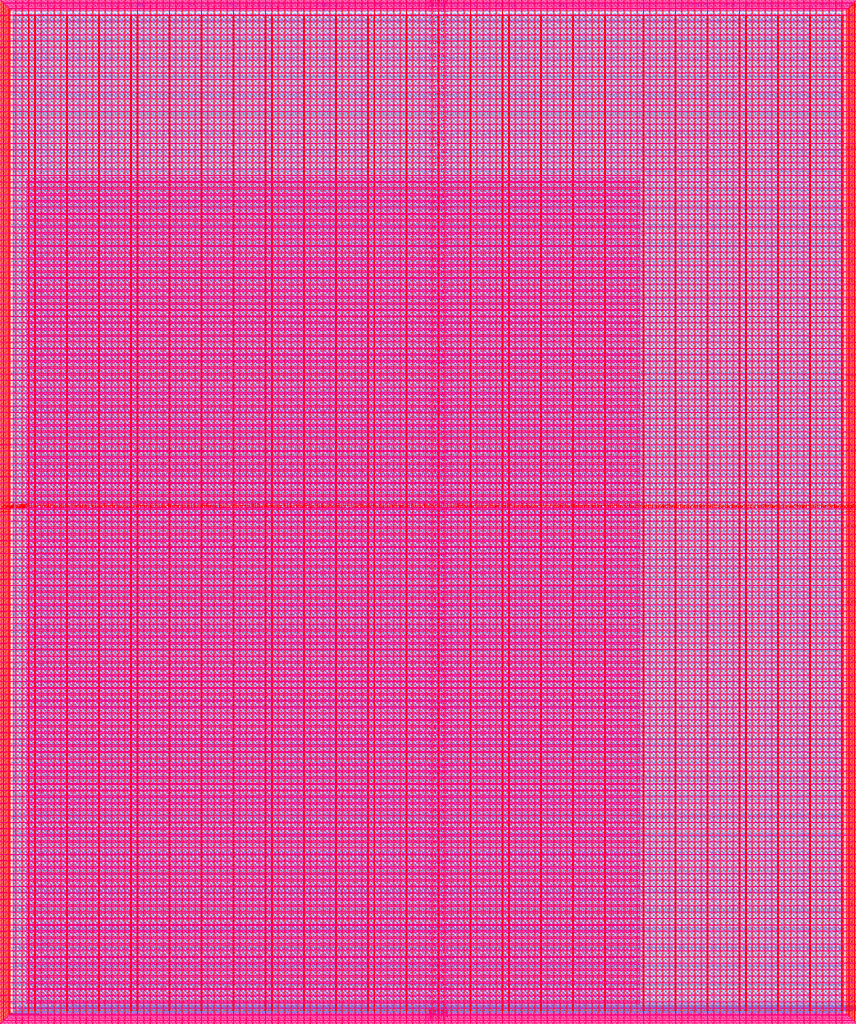
<source format=lef>
VERSION 5.7 ;
  NOWIREEXTENSIONATPIN ON ;
  DIVIDERCHAR "/" ;
  BUSBITCHARS "[]" ;
MACRO user_project_wrapper
  CLASS BLOCK ;
  FOREIGN user_project_wrapper ;
  ORIGIN 0.000 0.000 ;
  SIZE 2920.000 BY 3520.000 ;
  PIN analog_io[0]
    DIRECTION INOUT ;
    USE SIGNAL ;
    PORT
      LAYER met3 ;
        RECT 2917.600 1426.380 2924.800 1427.580 ;
    END
  END analog_io[0]
  PIN analog_io[10]
    DIRECTION INOUT ;
    USE SIGNAL ;
    PORT
      LAYER met2 ;
        RECT 2230.490 3517.600 2231.050 3524.800 ;
    END
  END analog_io[10]
  PIN analog_io[11]
    DIRECTION INOUT ;
    USE SIGNAL ;
    PORT
      LAYER met2 ;
        RECT 1905.730 3517.600 1906.290 3524.800 ;
    END
  END analog_io[11]
  PIN analog_io[12]
    DIRECTION INOUT ;
    USE SIGNAL ;
    PORT
      LAYER met2 ;
        RECT 1581.430 3517.600 1581.990 3524.800 ;
    END
  END analog_io[12]
  PIN analog_io[13]
    DIRECTION INOUT ;
    USE SIGNAL ;
    PORT
      LAYER met2 ;
        RECT 1257.130 3517.600 1257.690 3524.800 ;
    END
  END analog_io[13]
  PIN analog_io[14]
    DIRECTION INOUT ;
    USE SIGNAL ;
    PORT
      LAYER met2 ;
        RECT 932.370 3517.600 932.930 3524.800 ;
    END
  END analog_io[14]
  PIN analog_io[15]
    DIRECTION INOUT ;
    USE SIGNAL ;
    PORT
      LAYER met2 ;
        RECT 608.070 3517.600 608.630 3524.800 ;
    END
  END analog_io[15]
  PIN analog_io[16]
    DIRECTION INOUT ;
    USE SIGNAL ;
    PORT
      LAYER met2 ;
        RECT 283.770 3517.600 284.330 3524.800 ;
    END
  END analog_io[16]
  PIN analog_io[17]
    DIRECTION INOUT ;
    USE SIGNAL ;
    PORT
      LAYER met3 ;
        RECT -4.800 3486.100 2.400 3487.300 ;
    END
  END analog_io[17]
  PIN analog_io[18]
    DIRECTION INOUT ;
    USE SIGNAL ;
    PORT
      LAYER met3 ;
        RECT -4.800 3224.980 2.400 3226.180 ;
    END
  END analog_io[18]
  PIN analog_io[19]
    DIRECTION INOUT ;
    USE SIGNAL ;
    PORT
      LAYER met3 ;
        RECT -4.800 2964.540 2.400 2965.740 ;
    END
  END analog_io[19]
  PIN analog_io[1]
    DIRECTION INOUT ;
    USE SIGNAL ;
    PORT
      LAYER met3 ;
        RECT 2917.600 1692.260 2924.800 1693.460 ;
    END
  END analog_io[1]
  PIN analog_io[20]
    DIRECTION INOUT ;
    USE SIGNAL ;
    PORT
      LAYER met3 ;
        RECT -4.800 2703.420 2.400 2704.620 ;
    END
  END analog_io[20]
  PIN analog_io[21]
    DIRECTION INOUT ;
    USE SIGNAL ;
    PORT
      LAYER met3 ;
        RECT -4.800 2442.980 2.400 2444.180 ;
    END
  END analog_io[21]
  PIN analog_io[22]
    DIRECTION INOUT ;
    USE SIGNAL ;
    PORT
      LAYER met3 ;
        RECT -4.800 2182.540 2.400 2183.740 ;
    END
  END analog_io[22]
  PIN analog_io[23]
    DIRECTION INOUT ;
    USE SIGNAL ;
    PORT
      LAYER met3 ;
        RECT -4.800 1921.420 2.400 1922.620 ;
    END
  END analog_io[23]
  PIN analog_io[24]
    DIRECTION INOUT ;
    USE SIGNAL ;
    PORT
      LAYER met3 ;
        RECT -4.800 1660.980 2.400 1662.180 ;
    END
  END analog_io[24]
  PIN analog_io[25]
    DIRECTION INOUT ;
    USE SIGNAL ;
    PORT
      LAYER met3 ;
        RECT -4.800 1399.860 2.400 1401.060 ;
    END
  END analog_io[25]
  PIN analog_io[26]
    DIRECTION INOUT ;
    USE SIGNAL ;
    PORT
      LAYER met3 ;
        RECT -4.800 1139.420 2.400 1140.620 ;
    END
  END analog_io[26]
  PIN analog_io[27]
    DIRECTION INOUT ;
    USE SIGNAL ;
    PORT
      LAYER met3 ;
        RECT -4.800 878.980 2.400 880.180 ;
    END
  END analog_io[27]
  PIN analog_io[28]
    DIRECTION INOUT ;
    USE SIGNAL ;
    PORT
      LAYER met3 ;
        RECT -4.800 617.860 2.400 619.060 ;
    END
  END analog_io[28]
  PIN analog_io[2]
    DIRECTION INOUT ;
    USE SIGNAL ;
    PORT
      LAYER met3 ;
        RECT 2917.600 1958.140 2924.800 1959.340 ;
    END
  END analog_io[2]
  PIN analog_io[3]
    DIRECTION INOUT ;
    USE SIGNAL ;
    PORT
      LAYER met3 ;
        RECT 2917.600 2223.340 2924.800 2224.540 ;
    END
  END analog_io[3]
  PIN analog_io[4]
    DIRECTION INOUT ;
    USE SIGNAL ;
    PORT
      LAYER met3 ;
        RECT 2917.600 2489.220 2924.800 2490.420 ;
    END
  END analog_io[4]
  PIN analog_io[5]
    DIRECTION INOUT ;
    USE SIGNAL ;
    PORT
      LAYER met3 ;
        RECT 2917.600 2755.100 2924.800 2756.300 ;
    END
  END analog_io[5]
  PIN analog_io[6]
    DIRECTION INOUT ;
    USE SIGNAL ;
    PORT
      LAYER met3 ;
        RECT 2917.600 3020.300 2924.800 3021.500 ;
    END
  END analog_io[6]
  PIN analog_io[7]
    DIRECTION INOUT ;
    USE SIGNAL ;
    PORT
      LAYER met3 ;
        RECT 2917.600 3286.180 2924.800 3287.380 ;
    END
  END analog_io[7]
  PIN analog_io[8]
    DIRECTION INOUT ;
    USE SIGNAL ;
    PORT
      LAYER met2 ;
        RECT 2879.090 3517.600 2879.650 3524.800 ;
    END
  END analog_io[8]
  PIN analog_io[9]
    DIRECTION INOUT ;
    USE SIGNAL ;
    PORT
      LAYER met2 ;
        RECT 2554.790 3517.600 2555.350 3524.800 ;
    END
  END analog_io[9]
  PIN io_in[0]
    DIRECTION INPUT ;
    USE SIGNAL ;
    PORT
      LAYER met3 ;
        RECT 2917.600 32.380 2924.800 33.580 ;
    END
  END io_in[0]
  PIN io_in[10]
    DIRECTION INPUT ;
    USE SIGNAL ;
    PORT
      LAYER met3 ;
        RECT 2917.600 2289.980 2924.800 2291.180 ;
    END
  END io_in[10]
  PIN io_in[11]
    DIRECTION INPUT ;
    USE SIGNAL ;
    PORT
      LAYER met3 ;
        RECT 2917.600 2555.860 2924.800 2557.060 ;
    END
  END io_in[11]
  PIN io_in[12]
    DIRECTION INPUT ;
    USE SIGNAL ;
    PORT
      LAYER met3 ;
        RECT 2917.600 2821.060 2924.800 2822.260 ;
    END
  END io_in[12]
  PIN io_in[13]
    DIRECTION INPUT ;
    USE SIGNAL ;
    PORT
      LAYER met3 ;
        RECT 2917.600 3086.940 2924.800 3088.140 ;
    END
  END io_in[13]
  PIN io_in[14]
    DIRECTION INPUT ;
    USE SIGNAL ;
    PORT
      LAYER met3 ;
        RECT 2917.600 3352.820 2924.800 3354.020 ;
    END
  END io_in[14]
  PIN io_in[15]
    DIRECTION INPUT ;
    USE SIGNAL ;
    PORT
      LAYER met2 ;
        RECT 2798.130 3517.600 2798.690 3524.800 ;
    END
  END io_in[15]
  PIN io_in[16]
    DIRECTION INPUT ;
    USE SIGNAL ;
    PORT
      LAYER met2 ;
        RECT 2473.830 3517.600 2474.390 3524.800 ;
    END
  END io_in[16]
  PIN io_in[17]
    DIRECTION INPUT ;
    USE SIGNAL ;
    PORT
      LAYER met2 ;
        RECT 2149.070 3517.600 2149.630 3524.800 ;
    END
  END io_in[17]
  PIN io_in[18]
    DIRECTION INPUT ;
    USE SIGNAL ;
    PORT
      LAYER met2 ;
        RECT 1824.770 3517.600 1825.330 3524.800 ;
    END
  END io_in[18]
  PIN io_in[19]
    DIRECTION INPUT ;
    USE SIGNAL ;
    PORT
      LAYER met2 ;
        RECT 1500.470 3517.600 1501.030 3524.800 ;
    END
  END io_in[19]
  PIN io_in[1]
    DIRECTION INPUT ;
    USE SIGNAL ;
    PORT
      LAYER met3 ;
        RECT 2917.600 230.940 2924.800 232.140 ;
    END
  END io_in[1]
  PIN io_in[20]
    DIRECTION INPUT ;
    USE SIGNAL ;
    PORT
      LAYER met2 ;
        RECT 1175.710 3517.600 1176.270 3524.800 ;
    END
  END io_in[20]
  PIN io_in[21]
    DIRECTION INPUT ;
    USE SIGNAL ;
    PORT
      LAYER met2 ;
        RECT 851.410 3517.600 851.970 3524.800 ;
    END
  END io_in[21]
  PIN io_in[22]
    DIRECTION INPUT ;
    USE SIGNAL ;
    PORT
      LAYER met2 ;
        RECT 527.110 3517.600 527.670 3524.800 ;
    END
  END io_in[22]
  PIN io_in[23]
    DIRECTION INPUT ;
    USE SIGNAL ;
    PORT
      LAYER met2 ;
        RECT 202.350 3517.600 202.910 3524.800 ;
    END
  END io_in[23]
  PIN io_in[24]
    DIRECTION INPUT ;
    USE SIGNAL ;
    PORT
      LAYER met3 ;
        RECT -4.800 3420.820 2.400 3422.020 ;
    END
  END io_in[24]
  PIN io_in[25]
    DIRECTION INPUT ;
    USE SIGNAL ;
    PORT
      LAYER met3 ;
        RECT -4.800 3159.700 2.400 3160.900 ;
    END
  END io_in[25]
  PIN io_in[26]
    DIRECTION INPUT ;
    USE SIGNAL ;
    PORT
      LAYER met3 ;
        RECT -4.800 2899.260 2.400 2900.460 ;
    END
  END io_in[26]
  PIN io_in[27]
    DIRECTION INPUT ;
    USE SIGNAL ;
    PORT
      LAYER met3 ;
        RECT -4.800 2638.820 2.400 2640.020 ;
    END
  END io_in[27]
  PIN io_in[28]
    DIRECTION INPUT ;
    USE SIGNAL ;
    PORT
      LAYER met3 ;
        RECT -4.800 2377.700 2.400 2378.900 ;
    END
  END io_in[28]
  PIN io_in[29]
    DIRECTION INPUT ;
    USE SIGNAL ;
    PORT
      LAYER met3 ;
        RECT -4.800 2117.260 2.400 2118.460 ;
    END
  END io_in[29]
  PIN io_in[2]
    DIRECTION INPUT ;
    USE SIGNAL ;
    PORT
      LAYER met3 ;
        RECT 2917.600 430.180 2924.800 431.380 ;
    END
  END io_in[2]
  PIN io_in[30]
    DIRECTION INPUT ;
    USE SIGNAL ;
    PORT
      LAYER met3 ;
        RECT -4.800 1856.140 2.400 1857.340 ;
    END
  END io_in[30]
  PIN io_in[31]
    DIRECTION INPUT ;
    USE SIGNAL ;
    PORT
      LAYER met3 ;
        RECT -4.800 1595.700 2.400 1596.900 ;
    END
  END io_in[31]
  PIN io_in[32]
    DIRECTION INPUT ;
    USE SIGNAL ;
    PORT
      LAYER met3 ;
        RECT -4.800 1335.260 2.400 1336.460 ;
    END
  END io_in[32]
  PIN io_in[33]
    DIRECTION INPUT ;
    USE SIGNAL ;
    PORT
      LAYER met3 ;
        RECT -4.800 1074.140 2.400 1075.340 ;
    END
  END io_in[33]
  PIN io_in[34]
    DIRECTION INPUT ;
    USE SIGNAL ;
    PORT
      LAYER met3 ;
        RECT -4.800 813.700 2.400 814.900 ;
    END
  END io_in[34]
  PIN io_in[35]
    DIRECTION INPUT ;
    USE SIGNAL ;
    PORT
      LAYER met3 ;
        RECT -4.800 552.580 2.400 553.780 ;
    END
  END io_in[35]
  PIN io_in[36]
    DIRECTION INPUT ;
    USE SIGNAL ;
    PORT
      LAYER met3 ;
        RECT -4.800 357.420 2.400 358.620 ;
    END
  END io_in[36]
  PIN io_in[37]
    DIRECTION INPUT ;
    USE SIGNAL ;
    PORT
      LAYER met3 ;
        RECT -4.800 161.580 2.400 162.780 ;
    END
  END io_in[37]
  PIN io_in[3]
    DIRECTION INPUT ;
    USE SIGNAL ;
    PORT
      LAYER met3 ;
        RECT 2917.600 629.420 2924.800 630.620 ;
    END
  END io_in[3]
  PIN io_in[4]
    DIRECTION INPUT ;
    USE SIGNAL ;
    PORT
      LAYER met3 ;
        RECT 2917.600 828.660 2924.800 829.860 ;
    END
  END io_in[4]
  PIN io_in[5]
    DIRECTION INPUT ;
    USE SIGNAL ;
    PORT
      LAYER met3 ;
        RECT 2917.600 1027.900 2924.800 1029.100 ;
    END
  END io_in[5]
  PIN io_in[6]
    DIRECTION INPUT ;
    USE SIGNAL ;
    PORT
      LAYER met3 ;
        RECT 2917.600 1227.140 2924.800 1228.340 ;
    END
  END io_in[6]
  PIN io_in[7]
    DIRECTION INPUT ;
    USE SIGNAL ;
    PORT
      LAYER met3 ;
        RECT 2917.600 1493.020 2924.800 1494.220 ;
    END
  END io_in[7]
  PIN io_in[8]
    DIRECTION INPUT ;
    USE SIGNAL ;
    PORT
      LAYER met3 ;
        RECT 2917.600 1758.900 2924.800 1760.100 ;
    END
  END io_in[8]
  PIN io_in[9]
    DIRECTION INPUT ;
    USE SIGNAL ;
    PORT
      LAYER met3 ;
        RECT 2917.600 2024.100 2924.800 2025.300 ;
    END
  END io_in[9]
  PIN io_oeb[0]
    DIRECTION OUTPUT TRISTATE ;
    USE SIGNAL ;
    PORT
      LAYER met3 ;
        RECT 2917.600 164.980 2924.800 166.180 ;
    END
  END io_oeb[0]
  PIN io_oeb[10]
    DIRECTION OUTPUT TRISTATE ;
    USE SIGNAL ;
    PORT
      LAYER met3 ;
        RECT 2917.600 2422.580 2924.800 2423.780 ;
    END
  END io_oeb[10]
  PIN io_oeb[11]
    DIRECTION OUTPUT TRISTATE ;
    USE SIGNAL ;
    PORT
      LAYER met3 ;
        RECT 2917.600 2688.460 2924.800 2689.660 ;
    END
  END io_oeb[11]
  PIN io_oeb[12]
    DIRECTION OUTPUT TRISTATE ;
    USE SIGNAL ;
    PORT
      LAYER met3 ;
        RECT 2917.600 2954.340 2924.800 2955.540 ;
    END
  END io_oeb[12]
  PIN io_oeb[13]
    DIRECTION OUTPUT TRISTATE ;
    USE SIGNAL ;
    PORT
      LAYER met3 ;
        RECT 2917.600 3219.540 2924.800 3220.740 ;
    END
  END io_oeb[13]
  PIN io_oeb[14]
    DIRECTION OUTPUT TRISTATE ;
    USE SIGNAL ;
    PORT
      LAYER met3 ;
        RECT 2917.600 3485.420 2924.800 3486.620 ;
    END
  END io_oeb[14]
  PIN io_oeb[15]
    DIRECTION OUTPUT TRISTATE ;
    USE SIGNAL ;
    PORT
      LAYER met2 ;
        RECT 2635.750 3517.600 2636.310 3524.800 ;
    END
  END io_oeb[15]
  PIN io_oeb[16]
    DIRECTION OUTPUT TRISTATE ;
    USE SIGNAL ;
    PORT
      LAYER met2 ;
        RECT 2311.450 3517.600 2312.010 3524.800 ;
    END
  END io_oeb[16]
  PIN io_oeb[17]
    DIRECTION OUTPUT TRISTATE ;
    USE SIGNAL ;
    PORT
      LAYER met2 ;
        RECT 1987.150 3517.600 1987.710 3524.800 ;
    END
  END io_oeb[17]
  PIN io_oeb[18]
    DIRECTION OUTPUT TRISTATE ;
    USE SIGNAL ;
    PORT
      LAYER met2 ;
        RECT 1662.390 3517.600 1662.950 3524.800 ;
    END
  END io_oeb[18]
  PIN io_oeb[19]
    DIRECTION OUTPUT TRISTATE ;
    USE SIGNAL ;
    PORT
      LAYER met2 ;
        RECT 1338.090 3517.600 1338.650 3524.800 ;
    END
  END io_oeb[19]
  PIN io_oeb[1]
    DIRECTION OUTPUT TRISTATE ;
    USE SIGNAL ;
    PORT
      LAYER met3 ;
        RECT 2917.600 364.220 2924.800 365.420 ;
    END
  END io_oeb[1]
  PIN io_oeb[20]
    DIRECTION OUTPUT TRISTATE ;
    USE SIGNAL ;
    PORT
      LAYER met2 ;
        RECT 1013.790 3517.600 1014.350 3524.800 ;
    END
  END io_oeb[20]
  PIN io_oeb[21]
    DIRECTION OUTPUT TRISTATE ;
    USE SIGNAL ;
    PORT
      LAYER met2 ;
        RECT 689.030 3517.600 689.590 3524.800 ;
    END
  END io_oeb[21]
  PIN io_oeb[22]
    DIRECTION OUTPUT TRISTATE ;
    USE SIGNAL ;
    PORT
      LAYER met2 ;
        RECT 364.730 3517.600 365.290 3524.800 ;
    END
  END io_oeb[22]
  PIN io_oeb[23]
    DIRECTION OUTPUT TRISTATE ;
    USE SIGNAL ;
    PORT
      LAYER met2 ;
        RECT 40.430 3517.600 40.990 3524.800 ;
    END
  END io_oeb[23]
  PIN io_oeb[24]
    DIRECTION OUTPUT TRISTATE ;
    USE SIGNAL ;
    PORT
      LAYER met3 ;
        RECT -4.800 3290.260 2.400 3291.460 ;
    END
  END io_oeb[24]
  PIN io_oeb[25]
    DIRECTION OUTPUT TRISTATE ;
    USE SIGNAL ;
    PORT
      LAYER met3 ;
        RECT -4.800 3029.820 2.400 3031.020 ;
    END
  END io_oeb[25]
  PIN io_oeb[26]
    DIRECTION OUTPUT TRISTATE ;
    USE SIGNAL ;
    PORT
      LAYER met3 ;
        RECT -4.800 2768.700 2.400 2769.900 ;
    END
  END io_oeb[26]
  PIN io_oeb[27]
    DIRECTION OUTPUT TRISTATE ;
    USE SIGNAL ;
    PORT
      LAYER met3 ;
        RECT -4.800 2508.260 2.400 2509.460 ;
    END
  END io_oeb[27]
  PIN io_oeb[28]
    DIRECTION OUTPUT TRISTATE ;
    USE SIGNAL ;
    PORT
      LAYER met3 ;
        RECT -4.800 2247.140 2.400 2248.340 ;
    END
  END io_oeb[28]
  PIN io_oeb[29]
    DIRECTION OUTPUT TRISTATE ;
    USE SIGNAL ;
    PORT
      LAYER met3 ;
        RECT -4.800 1986.700 2.400 1987.900 ;
    END
  END io_oeb[29]
  PIN io_oeb[2]
    DIRECTION OUTPUT TRISTATE ;
    USE SIGNAL ;
    PORT
      LAYER met3 ;
        RECT 2917.600 563.460 2924.800 564.660 ;
    END
  END io_oeb[2]
  PIN io_oeb[30]
    DIRECTION OUTPUT TRISTATE ;
    USE SIGNAL ;
    PORT
      LAYER met3 ;
        RECT -4.800 1726.260 2.400 1727.460 ;
    END
  END io_oeb[30]
  PIN io_oeb[31]
    DIRECTION OUTPUT TRISTATE ;
    USE SIGNAL ;
    PORT
      LAYER met3 ;
        RECT -4.800 1465.140 2.400 1466.340 ;
    END
  END io_oeb[31]
  PIN io_oeb[32]
    DIRECTION OUTPUT TRISTATE ;
    USE SIGNAL ;
    PORT
      LAYER met3 ;
        RECT -4.800 1204.700 2.400 1205.900 ;
    END
  END io_oeb[32]
  PIN io_oeb[33]
    DIRECTION OUTPUT TRISTATE ;
    USE SIGNAL ;
    PORT
      LAYER met3 ;
        RECT -4.800 943.580 2.400 944.780 ;
    END
  END io_oeb[33]
  PIN io_oeb[34]
    DIRECTION OUTPUT TRISTATE ;
    USE SIGNAL ;
    PORT
      LAYER met3 ;
        RECT -4.800 683.140 2.400 684.340 ;
    END
  END io_oeb[34]
  PIN io_oeb[35]
    DIRECTION OUTPUT TRISTATE ;
    USE SIGNAL ;
    PORT
      LAYER met3 ;
        RECT -4.800 422.700 2.400 423.900 ;
    END
  END io_oeb[35]
  PIN io_oeb[36]
    DIRECTION OUTPUT TRISTATE ;
    USE SIGNAL ;
    PORT
      LAYER met3 ;
        RECT -4.800 226.860 2.400 228.060 ;
    END
  END io_oeb[36]
  PIN io_oeb[37]
    DIRECTION OUTPUT TRISTATE ;
    USE SIGNAL ;
    PORT
      LAYER met3 ;
        RECT -4.800 31.700 2.400 32.900 ;
    END
  END io_oeb[37]
  PIN io_oeb[3]
    DIRECTION OUTPUT TRISTATE ;
    USE SIGNAL ;
    PORT
      LAYER met3 ;
        RECT 2917.600 762.700 2924.800 763.900 ;
    END
  END io_oeb[3]
  PIN io_oeb[4]
    DIRECTION OUTPUT TRISTATE ;
    USE SIGNAL ;
    PORT
      LAYER met3 ;
        RECT 2917.600 961.940 2924.800 963.140 ;
    END
  END io_oeb[4]
  PIN io_oeb[5]
    DIRECTION OUTPUT TRISTATE ;
    USE SIGNAL ;
    PORT
      LAYER met3 ;
        RECT 2917.600 1161.180 2924.800 1162.380 ;
    END
  END io_oeb[5]
  PIN io_oeb[6]
    DIRECTION OUTPUT TRISTATE ;
    USE SIGNAL ;
    PORT
      LAYER met3 ;
        RECT 2917.600 1360.420 2924.800 1361.620 ;
    END
  END io_oeb[6]
  PIN io_oeb[7]
    DIRECTION OUTPUT TRISTATE ;
    USE SIGNAL ;
    PORT
      LAYER met3 ;
        RECT 2917.600 1625.620 2924.800 1626.820 ;
    END
  END io_oeb[7]
  PIN io_oeb[8]
    DIRECTION OUTPUT TRISTATE ;
    USE SIGNAL ;
    PORT
      LAYER met3 ;
        RECT 2917.600 1891.500 2924.800 1892.700 ;
    END
  END io_oeb[8]
  PIN io_oeb[9]
    DIRECTION OUTPUT TRISTATE ;
    USE SIGNAL ;
    PORT
      LAYER met3 ;
        RECT 2917.600 2157.380 2924.800 2158.580 ;
    END
  END io_oeb[9]
  PIN io_out[0]
    DIRECTION OUTPUT TRISTATE ;
    USE SIGNAL ;
    PORT
      LAYER met3 ;
        RECT 2917.600 98.340 2924.800 99.540 ;
    END
  END io_out[0]
  PIN io_out[10]
    DIRECTION OUTPUT TRISTATE ;
    USE SIGNAL ;
    PORT
      LAYER met3 ;
        RECT 2917.600 2356.620 2924.800 2357.820 ;
    END
  END io_out[10]
  PIN io_out[11]
    DIRECTION OUTPUT TRISTATE ;
    USE SIGNAL ;
    PORT
      LAYER met3 ;
        RECT 2917.600 2621.820 2924.800 2623.020 ;
    END
  END io_out[11]
  PIN io_out[12]
    DIRECTION OUTPUT TRISTATE ;
    USE SIGNAL ;
    PORT
      LAYER met3 ;
        RECT 2917.600 2887.700 2924.800 2888.900 ;
    END
  END io_out[12]
  PIN io_out[13]
    DIRECTION OUTPUT TRISTATE ;
    USE SIGNAL ;
    PORT
      LAYER met3 ;
        RECT 2917.600 3153.580 2924.800 3154.780 ;
    END
  END io_out[13]
  PIN io_out[14]
    DIRECTION OUTPUT TRISTATE ;
    USE SIGNAL ;
    PORT
      LAYER met3 ;
        RECT 2917.600 3418.780 2924.800 3419.980 ;
    END
  END io_out[14]
  PIN io_out[15]
    DIRECTION OUTPUT TRISTATE ;
    USE SIGNAL ;
    PORT
      LAYER met2 ;
        RECT 2717.170 3517.600 2717.730 3524.800 ;
    END
  END io_out[15]
  PIN io_out[16]
    DIRECTION OUTPUT TRISTATE ;
    USE SIGNAL ;
    PORT
      LAYER met2 ;
        RECT 2392.410 3517.600 2392.970 3524.800 ;
    END
  END io_out[16]
  PIN io_out[17]
    DIRECTION OUTPUT TRISTATE ;
    USE SIGNAL ;
    PORT
      LAYER met2 ;
        RECT 2068.110 3517.600 2068.670 3524.800 ;
    END
  END io_out[17]
  PIN io_out[18]
    DIRECTION OUTPUT TRISTATE ;
    USE SIGNAL ;
    PORT
      LAYER met2 ;
        RECT 1743.810 3517.600 1744.370 3524.800 ;
    END
  END io_out[18]
  PIN io_out[19]
    DIRECTION OUTPUT TRISTATE ;
    USE SIGNAL ;
    PORT
      LAYER met2 ;
        RECT 1419.050 3517.600 1419.610 3524.800 ;
    END
  END io_out[19]
  PIN io_out[1]
    DIRECTION OUTPUT TRISTATE ;
    USE SIGNAL ;
    PORT
      LAYER met3 ;
        RECT 2917.600 297.580 2924.800 298.780 ;
    END
  END io_out[1]
  PIN io_out[20]
    DIRECTION OUTPUT TRISTATE ;
    USE SIGNAL ;
    PORT
      LAYER met2 ;
        RECT 1094.750 3517.600 1095.310 3524.800 ;
    END
  END io_out[20]
  PIN io_out[21]
    DIRECTION OUTPUT TRISTATE ;
    USE SIGNAL ;
    PORT
      LAYER met2 ;
        RECT 770.450 3517.600 771.010 3524.800 ;
    END
  END io_out[21]
  PIN io_out[22]
    DIRECTION OUTPUT TRISTATE ;
    USE SIGNAL ;
    PORT
      LAYER met2 ;
        RECT 445.690 3517.600 446.250 3524.800 ;
    END
  END io_out[22]
  PIN io_out[23]
    DIRECTION OUTPUT TRISTATE ;
    USE SIGNAL ;
    PORT
      LAYER met2 ;
        RECT 121.390 3517.600 121.950 3524.800 ;
    END
  END io_out[23]
  PIN io_out[24]
    DIRECTION OUTPUT TRISTATE ;
    USE SIGNAL ;
    PORT
      LAYER met3 ;
        RECT -4.800 3355.540 2.400 3356.740 ;
    END
  END io_out[24]
  PIN io_out[25]
    DIRECTION OUTPUT TRISTATE ;
    USE SIGNAL ;
    PORT
      LAYER met3 ;
        RECT -4.800 3095.100 2.400 3096.300 ;
    END
  END io_out[25]
  PIN io_out[26]
    DIRECTION OUTPUT TRISTATE ;
    USE SIGNAL ;
    PORT
      LAYER met3 ;
        RECT -4.800 2833.980 2.400 2835.180 ;
    END
  END io_out[26]
  PIN io_out[27]
    DIRECTION OUTPUT TRISTATE ;
    USE SIGNAL ;
    PORT
      LAYER met3 ;
        RECT -4.800 2573.540 2.400 2574.740 ;
    END
  END io_out[27]
  PIN io_out[28]
    DIRECTION OUTPUT TRISTATE ;
    USE SIGNAL ;
    PORT
      LAYER met3 ;
        RECT -4.800 2312.420 2.400 2313.620 ;
    END
  END io_out[28]
  PIN io_out[29]
    DIRECTION OUTPUT TRISTATE ;
    USE SIGNAL ;
    PORT
      LAYER met3 ;
        RECT -4.800 2051.980 2.400 2053.180 ;
    END
  END io_out[29]
  PIN io_out[2]
    DIRECTION OUTPUT TRISTATE ;
    USE SIGNAL ;
    PORT
      LAYER met3 ;
        RECT 2917.600 496.820 2924.800 498.020 ;
    END
  END io_out[2]
  PIN io_out[30]
    DIRECTION OUTPUT TRISTATE ;
    USE SIGNAL ;
    PORT
      LAYER met3 ;
        RECT -4.800 1791.540 2.400 1792.740 ;
    END
  END io_out[30]
  PIN io_out[31]
    DIRECTION OUTPUT TRISTATE ;
    USE SIGNAL ;
    PORT
      LAYER met3 ;
        RECT -4.800 1530.420 2.400 1531.620 ;
    END
  END io_out[31]
  PIN io_out[32]
    DIRECTION OUTPUT TRISTATE ;
    USE SIGNAL ;
    PORT
      LAYER met3 ;
        RECT -4.800 1269.980 2.400 1271.180 ;
    END
  END io_out[32]
  PIN io_out[33]
    DIRECTION OUTPUT TRISTATE ;
    USE SIGNAL ;
    PORT
      LAYER met3 ;
        RECT -4.800 1008.860 2.400 1010.060 ;
    END
  END io_out[33]
  PIN io_out[34]
    DIRECTION OUTPUT TRISTATE ;
    USE SIGNAL ;
    PORT
      LAYER met3 ;
        RECT -4.800 748.420 2.400 749.620 ;
    END
  END io_out[34]
  PIN io_out[35]
    DIRECTION OUTPUT TRISTATE ;
    USE SIGNAL ;
    PORT
      LAYER met3 ;
        RECT -4.800 487.300 2.400 488.500 ;
    END
  END io_out[35]
  PIN io_out[36]
    DIRECTION OUTPUT TRISTATE ;
    USE SIGNAL ;
    PORT
      LAYER met3 ;
        RECT -4.800 292.140 2.400 293.340 ;
    END
  END io_out[36]
  PIN io_out[37]
    DIRECTION OUTPUT TRISTATE ;
    USE SIGNAL ;
    PORT
      LAYER met3 ;
        RECT -4.800 96.300 2.400 97.500 ;
    END
  END io_out[37]
  PIN io_out[3]
    DIRECTION OUTPUT TRISTATE ;
    USE SIGNAL ;
    PORT
      LAYER met3 ;
        RECT 2917.600 696.060 2924.800 697.260 ;
    END
  END io_out[3]
  PIN io_out[4]
    DIRECTION OUTPUT TRISTATE ;
    USE SIGNAL ;
    PORT
      LAYER met3 ;
        RECT 2917.600 895.300 2924.800 896.500 ;
    END
  END io_out[4]
  PIN io_out[5]
    DIRECTION OUTPUT TRISTATE ;
    USE SIGNAL ;
    PORT
      LAYER met3 ;
        RECT 2917.600 1094.540 2924.800 1095.740 ;
    END
  END io_out[5]
  PIN io_out[6]
    DIRECTION OUTPUT TRISTATE ;
    USE SIGNAL ;
    PORT
      LAYER met3 ;
        RECT 2917.600 1293.780 2924.800 1294.980 ;
    END
  END io_out[6]
  PIN io_out[7]
    DIRECTION OUTPUT TRISTATE ;
    USE SIGNAL ;
    PORT
      LAYER met3 ;
        RECT 2917.600 1559.660 2924.800 1560.860 ;
    END
  END io_out[7]
  PIN io_out[8]
    DIRECTION OUTPUT TRISTATE ;
    USE SIGNAL ;
    PORT
      LAYER met3 ;
        RECT 2917.600 1824.860 2924.800 1826.060 ;
    END
  END io_out[8]
  PIN io_out[9]
    DIRECTION OUTPUT TRISTATE ;
    USE SIGNAL ;
    PORT
      LAYER met3 ;
        RECT 2917.600 2090.740 2924.800 2091.940 ;
    END
  END io_out[9]
  PIN la_data_in[0]
    DIRECTION INPUT ;
    USE SIGNAL ;
    PORT
      LAYER met2 ;
        RECT 629.230 -4.800 629.790 2.400 ;
    END
  END la_data_in[0]
  PIN la_data_in[100]
    DIRECTION INPUT ;
    USE SIGNAL ;
    PORT
      LAYER met2 ;
        RECT 2402.530 -4.800 2403.090 2.400 ;
    END
  END la_data_in[100]
  PIN la_data_in[101]
    DIRECTION INPUT ;
    USE SIGNAL ;
    PORT
      LAYER met2 ;
        RECT 2420.010 -4.800 2420.570 2.400 ;
    END
  END la_data_in[101]
  PIN la_data_in[102]
    DIRECTION INPUT ;
    USE SIGNAL ;
    PORT
      LAYER met2 ;
        RECT 2437.950 -4.800 2438.510 2.400 ;
    END
  END la_data_in[102]
  PIN la_data_in[103]
    DIRECTION INPUT ;
    USE SIGNAL ;
    PORT
      LAYER met2 ;
        RECT 2455.430 -4.800 2455.990 2.400 ;
    END
  END la_data_in[103]
  PIN la_data_in[104]
    DIRECTION INPUT ;
    USE SIGNAL ;
    PORT
      LAYER met2 ;
        RECT 2473.370 -4.800 2473.930 2.400 ;
    END
  END la_data_in[104]
  PIN la_data_in[105]
    DIRECTION INPUT ;
    USE SIGNAL ;
    PORT
      LAYER met2 ;
        RECT 2490.850 -4.800 2491.410 2.400 ;
    END
  END la_data_in[105]
  PIN la_data_in[106]
    DIRECTION INPUT ;
    USE SIGNAL ;
    PORT
      LAYER met2 ;
        RECT 2508.790 -4.800 2509.350 2.400 ;
    END
  END la_data_in[106]
  PIN la_data_in[107]
    DIRECTION INPUT ;
    USE SIGNAL ;
    PORT
      LAYER met2 ;
        RECT 2526.730 -4.800 2527.290 2.400 ;
    END
  END la_data_in[107]
  PIN la_data_in[108]
    DIRECTION INPUT ;
    USE SIGNAL ;
    PORT
      LAYER met2 ;
        RECT 2544.210 -4.800 2544.770 2.400 ;
    END
  END la_data_in[108]
  PIN la_data_in[109]
    DIRECTION INPUT ;
    USE SIGNAL ;
    PORT
      LAYER met2 ;
        RECT 2562.150 -4.800 2562.710 2.400 ;
    END
  END la_data_in[109]
  PIN la_data_in[10]
    DIRECTION INPUT ;
    USE SIGNAL ;
    PORT
      LAYER met2 ;
        RECT 806.330 -4.800 806.890 2.400 ;
    END
  END la_data_in[10]
  PIN la_data_in[110]
    DIRECTION INPUT ;
    USE SIGNAL ;
    PORT
      LAYER met2 ;
        RECT 2579.630 -4.800 2580.190 2.400 ;
    END
  END la_data_in[110]
  PIN la_data_in[111]
    DIRECTION INPUT ;
    USE SIGNAL ;
    PORT
      LAYER met2 ;
        RECT 2597.570 -4.800 2598.130 2.400 ;
    END
  END la_data_in[111]
  PIN la_data_in[112]
    DIRECTION INPUT ;
    USE SIGNAL ;
    PORT
      LAYER met2 ;
        RECT 2615.050 -4.800 2615.610 2.400 ;
    END
  END la_data_in[112]
  PIN la_data_in[113]
    DIRECTION INPUT ;
    USE SIGNAL ;
    PORT
      LAYER met2 ;
        RECT 2632.990 -4.800 2633.550 2.400 ;
    END
  END la_data_in[113]
  PIN la_data_in[114]
    DIRECTION INPUT ;
    USE SIGNAL ;
    PORT
      LAYER met2 ;
        RECT 2650.470 -4.800 2651.030 2.400 ;
    END
  END la_data_in[114]
  PIN la_data_in[115]
    DIRECTION INPUT ;
    USE SIGNAL ;
    PORT
      LAYER met2 ;
        RECT 2668.410 -4.800 2668.970 2.400 ;
    END
  END la_data_in[115]
  PIN la_data_in[116]
    DIRECTION INPUT ;
    USE SIGNAL ;
    PORT
      LAYER met2 ;
        RECT 2685.890 -4.800 2686.450 2.400 ;
    END
  END la_data_in[116]
  PIN la_data_in[117]
    DIRECTION INPUT ;
    USE SIGNAL ;
    PORT
      LAYER met2 ;
        RECT 2703.830 -4.800 2704.390 2.400 ;
    END
  END la_data_in[117]
  PIN la_data_in[118]
    DIRECTION INPUT ;
    USE SIGNAL ;
    PORT
      LAYER met2 ;
        RECT 2721.770 -4.800 2722.330 2.400 ;
    END
  END la_data_in[118]
  PIN la_data_in[119]
    DIRECTION INPUT ;
    USE SIGNAL ;
    PORT
      LAYER met2 ;
        RECT 2739.250 -4.800 2739.810 2.400 ;
    END
  END la_data_in[119]
  PIN la_data_in[11]
    DIRECTION INPUT ;
    USE SIGNAL ;
    PORT
      LAYER met2 ;
        RECT 824.270 -4.800 824.830 2.400 ;
    END
  END la_data_in[11]
  PIN la_data_in[120]
    DIRECTION INPUT ;
    USE SIGNAL ;
    PORT
      LAYER met2 ;
        RECT 2757.190 -4.800 2757.750 2.400 ;
    END
  END la_data_in[120]
  PIN la_data_in[121]
    DIRECTION INPUT ;
    USE SIGNAL ;
    PORT
      LAYER met2 ;
        RECT 2774.670 -4.800 2775.230 2.400 ;
    END
  END la_data_in[121]
  PIN la_data_in[122]
    DIRECTION INPUT ;
    USE SIGNAL ;
    PORT
      LAYER met2 ;
        RECT 2792.610 -4.800 2793.170 2.400 ;
    END
  END la_data_in[122]
  PIN la_data_in[123]
    DIRECTION INPUT ;
    USE SIGNAL ;
    PORT
      LAYER met2 ;
        RECT 2810.090 -4.800 2810.650 2.400 ;
    END
  END la_data_in[123]
  PIN la_data_in[124]
    DIRECTION INPUT ;
    USE SIGNAL ;
    PORT
      LAYER met2 ;
        RECT 2828.030 -4.800 2828.590 2.400 ;
    END
  END la_data_in[124]
  PIN la_data_in[125]
    DIRECTION INPUT ;
    USE SIGNAL ;
    PORT
      LAYER met2 ;
        RECT 2845.510 -4.800 2846.070 2.400 ;
    END
  END la_data_in[125]
  PIN la_data_in[126]
    DIRECTION INPUT ;
    USE SIGNAL ;
    PORT
      LAYER met2 ;
        RECT 2863.450 -4.800 2864.010 2.400 ;
    END
  END la_data_in[126]
  PIN la_data_in[127]
    DIRECTION INPUT ;
    USE SIGNAL ;
    PORT
      LAYER met2 ;
        RECT 2881.390 -4.800 2881.950 2.400 ;
    END
  END la_data_in[127]
  PIN la_data_in[12]
    DIRECTION INPUT ;
    USE SIGNAL ;
    PORT
      LAYER met2 ;
        RECT 841.750 -4.800 842.310 2.400 ;
    END
  END la_data_in[12]
  PIN la_data_in[13]
    DIRECTION INPUT ;
    USE SIGNAL ;
    PORT
      LAYER met2 ;
        RECT 859.690 -4.800 860.250 2.400 ;
    END
  END la_data_in[13]
  PIN la_data_in[14]
    DIRECTION INPUT ;
    USE SIGNAL ;
    PORT
      LAYER met2 ;
        RECT 877.170 -4.800 877.730 2.400 ;
    END
  END la_data_in[14]
  PIN la_data_in[15]
    DIRECTION INPUT ;
    USE SIGNAL ;
    PORT
      LAYER met2 ;
        RECT 895.110 -4.800 895.670 2.400 ;
    END
  END la_data_in[15]
  PIN la_data_in[16]
    DIRECTION INPUT ;
    USE SIGNAL ;
    PORT
      LAYER met2 ;
        RECT 912.590 -4.800 913.150 2.400 ;
    END
  END la_data_in[16]
  PIN la_data_in[17]
    DIRECTION INPUT ;
    USE SIGNAL ;
    PORT
      LAYER met2 ;
        RECT 930.530 -4.800 931.090 2.400 ;
    END
  END la_data_in[17]
  PIN la_data_in[18]
    DIRECTION INPUT ;
    USE SIGNAL ;
    PORT
      LAYER met2 ;
        RECT 948.470 -4.800 949.030 2.400 ;
    END
  END la_data_in[18]
  PIN la_data_in[19]
    DIRECTION INPUT ;
    USE SIGNAL ;
    PORT
      LAYER met2 ;
        RECT 965.950 -4.800 966.510 2.400 ;
    END
  END la_data_in[19]
  PIN la_data_in[1]
    DIRECTION INPUT ;
    USE SIGNAL ;
    PORT
      LAYER met2 ;
        RECT 646.710 -4.800 647.270 2.400 ;
    END
  END la_data_in[1]
  PIN la_data_in[20]
    DIRECTION INPUT ;
    USE SIGNAL ;
    PORT
      LAYER met2 ;
        RECT 983.890 -4.800 984.450 2.400 ;
    END
  END la_data_in[20]
  PIN la_data_in[21]
    DIRECTION INPUT ;
    USE SIGNAL ;
    PORT
      LAYER met2 ;
        RECT 1001.370 -4.800 1001.930 2.400 ;
    END
  END la_data_in[21]
  PIN la_data_in[22]
    DIRECTION INPUT ;
    USE SIGNAL ;
    PORT
      LAYER met2 ;
        RECT 1019.310 -4.800 1019.870 2.400 ;
    END
  END la_data_in[22]
  PIN la_data_in[23]
    DIRECTION INPUT ;
    USE SIGNAL ;
    PORT
      LAYER met2 ;
        RECT 1036.790 -4.800 1037.350 2.400 ;
    END
  END la_data_in[23]
  PIN la_data_in[24]
    DIRECTION INPUT ;
    USE SIGNAL ;
    PORT
      LAYER met2 ;
        RECT 1054.730 -4.800 1055.290 2.400 ;
    END
  END la_data_in[24]
  PIN la_data_in[25]
    DIRECTION INPUT ;
    USE SIGNAL ;
    PORT
      LAYER met2 ;
        RECT 1072.210 -4.800 1072.770 2.400 ;
    END
  END la_data_in[25]
  PIN la_data_in[26]
    DIRECTION INPUT ;
    USE SIGNAL ;
    PORT
      LAYER met2 ;
        RECT 1090.150 -4.800 1090.710 2.400 ;
    END
  END la_data_in[26]
  PIN la_data_in[27]
    DIRECTION INPUT ;
    USE SIGNAL ;
    PORT
      LAYER met2 ;
        RECT 1107.630 -4.800 1108.190 2.400 ;
    END
  END la_data_in[27]
  PIN la_data_in[28]
    DIRECTION INPUT ;
    USE SIGNAL ;
    PORT
      LAYER met2 ;
        RECT 1125.570 -4.800 1126.130 2.400 ;
    END
  END la_data_in[28]
  PIN la_data_in[29]
    DIRECTION INPUT ;
    USE SIGNAL ;
    PORT
      LAYER met2 ;
        RECT 1143.510 -4.800 1144.070 2.400 ;
    END
  END la_data_in[29]
  PIN la_data_in[2]
    DIRECTION INPUT ;
    USE SIGNAL ;
    PORT
      LAYER met2 ;
        RECT 664.650 -4.800 665.210 2.400 ;
    END
  END la_data_in[2]
  PIN la_data_in[30]
    DIRECTION INPUT ;
    USE SIGNAL ;
    PORT
      LAYER met2 ;
        RECT 1160.990 -4.800 1161.550 2.400 ;
    END
  END la_data_in[30]
  PIN la_data_in[31]
    DIRECTION INPUT ;
    USE SIGNAL ;
    PORT
      LAYER met2 ;
        RECT 1178.930 -4.800 1179.490 2.400 ;
    END
  END la_data_in[31]
  PIN la_data_in[32]
    DIRECTION INPUT ;
    USE SIGNAL ;
    PORT
      LAYER met2 ;
        RECT 1196.410 -4.800 1196.970 2.400 ;
    END
  END la_data_in[32]
  PIN la_data_in[33]
    DIRECTION INPUT ;
    USE SIGNAL ;
    PORT
      LAYER met2 ;
        RECT 1214.350 -4.800 1214.910 2.400 ;
    END
  END la_data_in[33]
  PIN la_data_in[34]
    DIRECTION INPUT ;
    USE SIGNAL ;
    PORT
      LAYER met2 ;
        RECT 1231.830 -4.800 1232.390 2.400 ;
    END
  END la_data_in[34]
  PIN la_data_in[35]
    DIRECTION INPUT ;
    USE SIGNAL ;
    PORT
      LAYER met2 ;
        RECT 1249.770 -4.800 1250.330 2.400 ;
    END
  END la_data_in[35]
  PIN la_data_in[36]
    DIRECTION INPUT ;
    USE SIGNAL ;
    PORT
      LAYER met2 ;
        RECT 1267.250 -4.800 1267.810 2.400 ;
    END
  END la_data_in[36]
  PIN la_data_in[37]
    DIRECTION INPUT ;
    USE SIGNAL ;
    PORT
      LAYER met2 ;
        RECT 1285.190 -4.800 1285.750 2.400 ;
    END
  END la_data_in[37]
  PIN la_data_in[38]
    DIRECTION INPUT ;
    USE SIGNAL ;
    PORT
      LAYER met2 ;
        RECT 1303.130 -4.800 1303.690 2.400 ;
    END
  END la_data_in[38]
  PIN la_data_in[39]
    DIRECTION INPUT ;
    USE SIGNAL ;
    PORT
      LAYER met2 ;
        RECT 1320.610 -4.800 1321.170 2.400 ;
    END
  END la_data_in[39]
  PIN la_data_in[3]
    DIRECTION INPUT ;
    USE SIGNAL ;
    PORT
      LAYER met2 ;
        RECT 682.130 -4.800 682.690 2.400 ;
    END
  END la_data_in[3]
  PIN la_data_in[40]
    DIRECTION INPUT ;
    USE SIGNAL ;
    PORT
      LAYER met2 ;
        RECT 1338.550 -4.800 1339.110 2.400 ;
    END
  END la_data_in[40]
  PIN la_data_in[41]
    DIRECTION INPUT ;
    USE SIGNAL ;
    PORT
      LAYER met2 ;
        RECT 1356.030 -4.800 1356.590 2.400 ;
    END
  END la_data_in[41]
  PIN la_data_in[42]
    DIRECTION INPUT ;
    USE SIGNAL ;
    PORT
      LAYER met2 ;
        RECT 1373.970 -4.800 1374.530 2.400 ;
    END
  END la_data_in[42]
  PIN la_data_in[43]
    DIRECTION INPUT ;
    USE SIGNAL ;
    PORT
      LAYER met2 ;
        RECT 1391.450 -4.800 1392.010 2.400 ;
    END
  END la_data_in[43]
  PIN la_data_in[44]
    DIRECTION INPUT ;
    USE SIGNAL ;
    PORT
      LAYER met2 ;
        RECT 1409.390 -4.800 1409.950 2.400 ;
    END
  END la_data_in[44]
  PIN la_data_in[45]
    DIRECTION INPUT ;
    USE SIGNAL ;
    PORT
      LAYER met2 ;
        RECT 1426.870 -4.800 1427.430 2.400 ;
    END
  END la_data_in[45]
  PIN la_data_in[46]
    DIRECTION INPUT ;
    USE SIGNAL ;
    PORT
      LAYER met2 ;
        RECT 1444.810 -4.800 1445.370 2.400 ;
    END
  END la_data_in[46]
  PIN la_data_in[47]
    DIRECTION INPUT ;
    USE SIGNAL ;
    PORT
      LAYER met2 ;
        RECT 1462.750 -4.800 1463.310 2.400 ;
    END
  END la_data_in[47]
  PIN la_data_in[48]
    DIRECTION INPUT ;
    USE SIGNAL ;
    PORT
      LAYER met2 ;
        RECT 1480.230 -4.800 1480.790 2.400 ;
    END
  END la_data_in[48]
  PIN la_data_in[49]
    DIRECTION INPUT ;
    USE SIGNAL ;
    PORT
      LAYER met2 ;
        RECT 1498.170 -4.800 1498.730 2.400 ;
    END
  END la_data_in[49]
  PIN la_data_in[4]
    DIRECTION INPUT ;
    USE SIGNAL ;
    PORT
      LAYER met2 ;
        RECT 700.070 -4.800 700.630 2.400 ;
    END
  END la_data_in[4]
  PIN la_data_in[50]
    DIRECTION INPUT ;
    USE SIGNAL ;
    PORT
      LAYER met2 ;
        RECT 1515.650 -4.800 1516.210 2.400 ;
    END
  END la_data_in[50]
  PIN la_data_in[51]
    DIRECTION INPUT ;
    USE SIGNAL ;
    PORT
      LAYER met2 ;
        RECT 1533.590 -4.800 1534.150 2.400 ;
    END
  END la_data_in[51]
  PIN la_data_in[52]
    DIRECTION INPUT ;
    USE SIGNAL ;
    PORT
      LAYER met2 ;
        RECT 1551.070 -4.800 1551.630 2.400 ;
    END
  END la_data_in[52]
  PIN la_data_in[53]
    DIRECTION INPUT ;
    USE SIGNAL ;
    PORT
      LAYER met2 ;
        RECT 1569.010 -4.800 1569.570 2.400 ;
    END
  END la_data_in[53]
  PIN la_data_in[54]
    DIRECTION INPUT ;
    USE SIGNAL ;
    PORT
      LAYER met2 ;
        RECT 1586.490 -4.800 1587.050 2.400 ;
    END
  END la_data_in[54]
  PIN la_data_in[55]
    DIRECTION INPUT ;
    USE SIGNAL ;
    PORT
      LAYER met2 ;
        RECT 1604.430 -4.800 1604.990 2.400 ;
    END
  END la_data_in[55]
  PIN la_data_in[56]
    DIRECTION INPUT ;
    USE SIGNAL ;
    PORT
      LAYER met2 ;
        RECT 1621.910 -4.800 1622.470 2.400 ;
    END
  END la_data_in[56]
  PIN la_data_in[57]
    DIRECTION INPUT ;
    USE SIGNAL ;
    PORT
      LAYER met2 ;
        RECT 1639.850 -4.800 1640.410 2.400 ;
    END
  END la_data_in[57]
  PIN la_data_in[58]
    DIRECTION INPUT ;
    USE SIGNAL ;
    PORT
      LAYER met2 ;
        RECT 1657.790 -4.800 1658.350 2.400 ;
    END
  END la_data_in[58]
  PIN la_data_in[59]
    DIRECTION INPUT ;
    USE SIGNAL ;
    PORT
      LAYER met2 ;
        RECT 1675.270 -4.800 1675.830 2.400 ;
    END
  END la_data_in[59]
  PIN la_data_in[5]
    DIRECTION INPUT ;
    USE SIGNAL ;
    PORT
      LAYER met2 ;
        RECT 717.550 -4.800 718.110 2.400 ;
    END
  END la_data_in[5]
  PIN la_data_in[60]
    DIRECTION INPUT ;
    USE SIGNAL ;
    PORT
      LAYER met2 ;
        RECT 1693.210 -4.800 1693.770 2.400 ;
    END
  END la_data_in[60]
  PIN la_data_in[61]
    DIRECTION INPUT ;
    USE SIGNAL ;
    PORT
      LAYER met2 ;
        RECT 1710.690 -4.800 1711.250 2.400 ;
    END
  END la_data_in[61]
  PIN la_data_in[62]
    DIRECTION INPUT ;
    USE SIGNAL ;
    PORT
      LAYER met2 ;
        RECT 1728.630 -4.800 1729.190 2.400 ;
    END
  END la_data_in[62]
  PIN la_data_in[63]
    DIRECTION INPUT ;
    USE SIGNAL ;
    PORT
      LAYER met2 ;
        RECT 1746.110 -4.800 1746.670 2.400 ;
    END
  END la_data_in[63]
  PIN la_data_in[64]
    DIRECTION INPUT ;
    USE SIGNAL ;
    PORT
      LAYER met2 ;
        RECT 1764.050 -4.800 1764.610 2.400 ;
    END
  END la_data_in[64]
  PIN la_data_in[65]
    DIRECTION INPUT ;
    USE SIGNAL ;
    PORT
      LAYER met2 ;
        RECT 1781.530 -4.800 1782.090 2.400 ;
    END
  END la_data_in[65]
  PIN la_data_in[66]
    DIRECTION INPUT ;
    USE SIGNAL ;
    PORT
      LAYER met2 ;
        RECT 1799.470 -4.800 1800.030 2.400 ;
    END
  END la_data_in[66]
  PIN la_data_in[67]
    DIRECTION INPUT ;
    USE SIGNAL ;
    PORT
      LAYER met2 ;
        RECT 1817.410 -4.800 1817.970 2.400 ;
    END
  END la_data_in[67]
  PIN la_data_in[68]
    DIRECTION INPUT ;
    USE SIGNAL ;
    PORT
      LAYER met2 ;
        RECT 1834.890 -4.800 1835.450 2.400 ;
    END
  END la_data_in[68]
  PIN la_data_in[69]
    DIRECTION INPUT ;
    USE SIGNAL ;
    PORT
      LAYER met2 ;
        RECT 1852.830 -4.800 1853.390 2.400 ;
    END
  END la_data_in[69]
  PIN la_data_in[6]
    DIRECTION INPUT ;
    USE SIGNAL ;
    PORT
      LAYER met2 ;
        RECT 735.490 -4.800 736.050 2.400 ;
    END
  END la_data_in[6]
  PIN la_data_in[70]
    DIRECTION INPUT ;
    USE SIGNAL ;
    PORT
      LAYER met2 ;
        RECT 1870.310 -4.800 1870.870 2.400 ;
    END
  END la_data_in[70]
  PIN la_data_in[71]
    DIRECTION INPUT ;
    USE SIGNAL ;
    PORT
      LAYER met2 ;
        RECT 1888.250 -4.800 1888.810 2.400 ;
    END
  END la_data_in[71]
  PIN la_data_in[72]
    DIRECTION INPUT ;
    USE SIGNAL ;
    PORT
      LAYER met2 ;
        RECT 1905.730 -4.800 1906.290 2.400 ;
    END
  END la_data_in[72]
  PIN la_data_in[73]
    DIRECTION INPUT ;
    USE SIGNAL ;
    PORT
      LAYER met2 ;
        RECT 1923.670 -4.800 1924.230 2.400 ;
    END
  END la_data_in[73]
  PIN la_data_in[74]
    DIRECTION INPUT ;
    USE SIGNAL ;
    PORT
      LAYER met2 ;
        RECT 1941.150 -4.800 1941.710 2.400 ;
    END
  END la_data_in[74]
  PIN la_data_in[75]
    DIRECTION INPUT ;
    USE SIGNAL ;
    PORT
      LAYER met2 ;
        RECT 1959.090 -4.800 1959.650 2.400 ;
    END
  END la_data_in[75]
  PIN la_data_in[76]
    DIRECTION INPUT ;
    USE SIGNAL ;
    PORT
      LAYER met2 ;
        RECT 1976.570 -4.800 1977.130 2.400 ;
    END
  END la_data_in[76]
  PIN la_data_in[77]
    DIRECTION INPUT ;
    USE SIGNAL ;
    PORT
      LAYER met2 ;
        RECT 1994.510 -4.800 1995.070 2.400 ;
    END
  END la_data_in[77]
  PIN la_data_in[78]
    DIRECTION INPUT ;
    USE SIGNAL ;
    PORT
      LAYER met2 ;
        RECT 2012.450 -4.800 2013.010 2.400 ;
    END
  END la_data_in[78]
  PIN la_data_in[79]
    DIRECTION INPUT ;
    USE SIGNAL ;
    PORT
      LAYER met2 ;
        RECT 2029.930 -4.800 2030.490 2.400 ;
    END
  END la_data_in[79]
  PIN la_data_in[7]
    DIRECTION INPUT ;
    USE SIGNAL ;
    PORT
      LAYER met2 ;
        RECT 752.970 -4.800 753.530 2.400 ;
    END
  END la_data_in[7]
  PIN la_data_in[80]
    DIRECTION INPUT ;
    USE SIGNAL ;
    PORT
      LAYER met2 ;
        RECT 2047.870 -4.800 2048.430 2.400 ;
    END
  END la_data_in[80]
  PIN la_data_in[81]
    DIRECTION INPUT ;
    USE SIGNAL ;
    PORT
      LAYER met2 ;
        RECT 2065.350 -4.800 2065.910 2.400 ;
    END
  END la_data_in[81]
  PIN la_data_in[82]
    DIRECTION INPUT ;
    USE SIGNAL ;
    PORT
      LAYER met2 ;
        RECT 2083.290 -4.800 2083.850 2.400 ;
    END
  END la_data_in[82]
  PIN la_data_in[83]
    DIRECTION INPUT ;
    USE SIGNAL ;
    PORT
      LAYER met2 ;
        RECT 2100.770 -4.800 2101.330 2.400 ;
    END
  END la_data_in[83]
  PIN la_data_in[84]
    DIRECTION INPUT ;
    USE SIGNAL ;
    PORT
      LAYER met2 ;
        RECT 2118.710 -4.800 2119.270 2.400 ;
    END
  END la_data_in[84]
  PIN la_data_in[85]
    DIRECTION INPUT ;
    USE SIGNAL ;
    PORT
      LAYER met2 ;
        RECT 2136.190 -4.800 2136.750 2.400 ;
    END
  END la_data_in[85]
  PIN la_data_in[86]
    DIRECTION INPUT ;
    USE SIGNAL ;
    PORT
      LAYER met2 ;
        RECT 2154.130 -4.800 2154.690 2.400 ;
    END
  END la_data_in[86]
  PIN la_data_in[87]
    DIRECTION INPUT ;
    USE SIGNAL ;
    PORT
      LAYER met2 ;
        RECT 2172.070 -4.800 2172.630 2.400 ;
    END
  END la_data_in[87]
  PIN la_data_in[88]
    DIRECTION INPUT ;
    USE SIGNAL ;
    PORT
      LAYER met2 ;
        RECT 2189.550 -4.800 2190.110 2.400 ;
    END
  END la_data_in[88]
  PIN la_data_in[89]
    DIRECTION INPUT ;
    USE SIGNAL ;
    PORT
      LAYER met2 ;
        RECT 2207.490 -4.800 2208.050 2.400 ;
    END
  END la_data_in[89]
  PIN la_data_in[8]
    DIRECTION INPUT ;
    USE SIGNAL ;
    PORT
      LAYER met2 ;
        RECT 770.910 -4.800 771.470 2.400 ;
    END
  END la_data_in[8]
  PIN la_data_in[90]
    DIRECTION INPUT ;
    USE SIGNAL ;
    PORT
      LAYER met2 ;
        RECT 2224.970 -4.800 2225.530 2.400 ;
    END
  END la_data_in[90]
  PIN la_data_in[91]
    DIRECTION INPUT ;
    USE SIGNAL ;
    PORT
      LAYER met2 ;
        RECT 2242.910 -4.800 2243.470 2.400 ;
    END
  END la_data_in[91]
  PIN la_data_in[92]
    DIRECTION INPUT ;
    USE SIGNAL ;
    PORT
      LAYER met2 ;
        RECT 2260.390 -4.800 2260.950 2.400 ;
    END
  END la_data_in[92]
  PIN la_data_in[93]
    DIRECTION INPUT ;
    USE SIGNAL ;
    PORT
      LAYER met2 ;
        RECT 2278.330 -4.800 2278.890 2.400 ;
    END
  END la_data_in[93]
  PIN la_data_in[94]
    DIRECTION INPUT ;
    USE SIGNAL ;
    PORT
      LAYER met2 ;
        RECT 2295.810 -4.800 2296.370 2.400 ;
    END
  END la_data_in[94]
  PIN la_data_in[95]
    DIRECTION INPUT ;
    USE SIGNAL ;
    PORT
      LAYER met2 ;
        RECT 2313.750 -4.800 2314.310 2.400 ;
    END
  END la_data_in[95]
  PIN la_data_in[96]
    DIRECTION INPUT ;
    USE SIGNAL ;
    PORT
      LAYER met2 ;
        RECT 2331.230 -4.800 2331.790 2.400 ;
    END
  END la_data_in[96]
  PIN la_data_in[97]
    DIRECTION INPUT ;
    USE SIGNAL ;
    PORT
      LAYER met2 ;
        RECT 2349.170 -4.800 2349.730 2.400 ;
    END
  END la_data_in[97]
  PIN la_data_in[98]
    DIRECTION INPUT ;
    USE SIGNAL ;
    PORT
      LAYER met2 ;
        RECT 2367.110 -4.800 2367.670 2.400 ;
    END
  END la_data_in[98]
  PIN la_data_in[99]
    DIRECTION INPUT ;
    USE SIGNAL ;
    PORT
      LAYER met2 ;
        RECT 2384.590 -4.800 2385.150 2.400 ;
    END
  END la_data_in[99]
  PIN la_data_in[9]
    DIRECTION INPUT ;
    USE SIGNAL ;
    PORT
      LAYER met2 ;
        RECT 788.850 -4.800 789.410 2.400 ;
    END
  END la_data_in[9]
  PIN la_data_out[0]
    DIRECTION OUTPUT TRISTATE ;
    USE SIGNAL ;
    PORT
      LAYER met2 ;
        RECT 634.750 -4.800 635.310 2.400 ;
    END
  END la_data_out[0]
  PIN la_data_out[100]
    DIRECTION OUTPUT TRISTATE ;
    USE SIGNAL ;
    PORT
      LAYER met2 ;
        RECT 2408.510 -4.800 2409.070 2.400 ;
    END
  END la_data_out[100]
  PIN la_data_out[101]
    DIRECTION OUTPUT TRISTATE ;
    USE SIGNAL ;
    PORT
      LAYER met2 ;
        RECT 2425.990 -4.800 2426.550 2.400 ;
    END
  END la_data_out[101]
  PIN la_data_out[102]
    DIRECTION OUTPUT TRISTATE ;
    USE SIGNAL ;
    PORT
      LAYER met2 ;
        RECT 2443.930 -4.800 2444.490 2.400 ;
    END
  END la_data_out[102]
  PIN la_data_out[103]
    DIRECTION OUTPUT TRISTATE ;
    USE SIGNAL ;
    PORT
      LAYER met2 ;
        RECT 2461.410 -4.800 2461.970 2.400 ;
    END
  END la_data_out[103]
  PIN la_data_out[104]
    DIRECTION OUTPUT TRISTATE ;
    USE SIGNAL ;
    PORT
      LAYER met2 ;
        RECT 2479.350 -4.800 2479.910 2.400 ;
    END
  END la_data_out[104]
  PIN la_data_out[105]
    DIRECTION OUTPUT TRISTATE ;
    USE SIGNAL ;
    PORT
      LAYER met2 ;
        RECT 2496.830 -4.800 2497.390 2.400 ;
    END
  END la_data_out[105]
  PIN la_data_out[106]
    DIRECTION OUTPUT TRISTATE ;
    USE SIGNAL ;
    PORT
      LAYER met2 ;
        RECT 2514.770 -4.800 2515.330 2.400 ;
    END
  END la_data_out[106]
  PIN la_data_out[107]
    DIRECTION OUTPUT TRISTATE ;
    USE SIGNAL ;
    PORT
      LAYER met2 ;
        RECT 2532.250 -4.800 2532.810 2.400 ;
    END
  END la_data_out[107]
  PIN la_data_out[108]
    DIRECTION OUTPUT TRISTATE ;
    USE SIGNAL ;
    PORT
      LAYER met2 ;
        RECT 2550.190 -4.800 2550.750 2.400 ;
    END
  END la_data_out[108]
  PIN la_data_out[109]
    DIRECTION OUTPUT TRISTATE ;
    USE SIGNAL ;
    PORT
      LAYER met2 ;
        RECT 2567.670 -4.800 2568.230 2.400 ;
    END
  END la_data_out[109]
  PIN la_data_out[10]
    DIRECTION OUTPUT TRISTATE ;
    USE SIGNAL ;
    PORT
      LAYER met2 ;
        RECT 812.310 -4.800 812.870 2.400 ;
    END
  END la_data_out[10]
  PIN la_data_out[110]
    DIRECTION OUTPUT TRISTATE ;
    USE SIGNAL ;
    PORT
      LAYER met2 ;
        RECT 2585.610 -4.800 2586.170 2.400 ;
    END
  END la_data_out[110]
  PIN la_data_out[111]
    DIRECTION OUTPUT TRISTATE ;
    USE SIGNAL ;
    PORT
      LAYER met2 ;
        RECT 2603.550 -4.800 2604.110 2.400 ;
    END
  END la_data_out[111]
  PIN la_data_out[112]
    DIRECTION OUTPUT TRISTATE ;
    USE SIGNAL ;
    PORT
      LAYER met2 ;
        RECT 2621.030 -4.800 2621.590 2.400 ;
    END
  END la_data_out[112]
  PIN la_data_out[113]
    DIRECTION OUTPUT TRISTATE ;
    USE SIGNAL ;
    PORT
      LAYER met2 ;
        RECT 2638.970 -4.800 2639.530 2.400 ;
    END
  END la_data_out[113]
  PIN la_data_out[114]
    DIRECTION OUTPUT TRISTATE ;
    USE SIGNAL ;
    PORT
      LAYER met2 ;
        RECT 2656.450 -4.800 2657.010 2.400 ;
    END
  END la_data_out[114]
  PIN la_data_out[115]
    DIRECTION OUTPUT TRISTATE ;
    USE SIGNAL ;
    PORT
      LAYER met2 ;
        RECT 2674.390 -4.800 2674.950 2.400 ;
    END
  END la_data_out[115]
  PIN la_data_out[116]
    DIRECTION OUTPUT TRISTATE ;
    USE SIGNAL ;
    PORT
      LAYER met2 ;
        RECT 2691.870 -4.800 2692.430 2.400 ;
    END
  END la_data_out[116]
  PIN la_data_out[117]
    DIRECTION OUTPUT TRISTATE ;
    USE SIGNAL ;
    PORT
      LAYER met2 ;
        RECT 2709.810 -4.800 2710.370 2.400 ;
    END
  END la_data_out[117]
  PIN la_data_out[118]
    DIRECTION OUTPUT TRISTATE ;
    USE SIGNAL ;
    PORT
      LAYER met2 ;
        RECT 2727.290 -4.800 2727.850 2.400 ;
    END
  END la_data_out[118]
  PIN la_data_out[119]
    DIRECTION OUTPUT TRISTATE ;
    USE SIGNAL ;
    PORT
      LAYER met2 ;
        RECT 2745.230 -4.800 2745.790 2.400 ;
    END
  END la_data_out[119]
  PIN la_data_out[11]
    DIRECTION OUTPUT TRISTATE ;
    USE SIGNAL ;
    PORT
      LAYER met2 ;
        RECT 830.250 -4.800 830.810 2.400 ;
    END
  END la_data_out[11]
  PIN la_data_out[120]
    DIRECTION OUTPUT TRISTATE ;
    USE SIGNAL ;
    PORT
      LAYER met2 ;
        RECT 2763.170 -4.800 2763.730 2.400 ;
    END
  END la_data_out[120]
  PIN la_data_out[121]
    DIRECTION OUTPUT TRISTATE ;
    USE SIGNAL ;
    PORT
      LAYER met2 ;
        RECT 2780.650 -4.800 2781.210 2.400 ;
    END
  END la_data_out[121]
  PIN la_data_out[122]
    DIRECTION OUTPUT TRISTATE ;
    USE SIGNAL ;
    PORT
      LAYER met2 ;
        RECT 2798.590 -4.800 2799.150 2.400 ;
    END
  END la_data_out[122]
  PIN la_data_out[123]
    DIRECTION OUTPUT TRISTATE ;
    USE SIGNAL ;
    PORT
      LAYER met2 ;
        RECT 2816.070 -4.800 2816.630 2.400 ;
    END
  END la_data_out[123]
  PIN la_data_out[124]
    DIRECTION OUTPUT TRISTATE ;
    USE SIGNAL ;
    PORT
      LAYER met2 ;
        RECT 2834.010 -4.800 2834.570 2.400 ;
    END
  END la_data_out[124]
  PIN la_data_out[125]
    DIRECTION OUTPUT TRISTATE ;
    USE SIGNAL ;
    PORT
      LAYER met2 ;
        RECT 2851.490 -4.800 2852.050 2.400 ;
    END
  END la_data_out[125]
  PIN la_data_out[126]
    DIRECTION OUTPUT TRISTATE ;
    USE SIGNAL ;
    PORT
      LAYER met2 ;
        RECT 2869.430 -4.800 2869.990 2.400 ;
    END
  END la_data_out[126]
  PIN la_data_out[127]
    DIRECTION OUTPUT TRISTATE ;
    USE SIGNAL ;
    PORT
      LAYER met2 ;
        RECT 2886.910 -4.800 2887.470 2.400 ;
    END
  END la_data_out[127]
  PIN la_data_out[12]
    DIRECTION OUTPUT TRISTATE ;
    USE SIGNAL ;
    PORT
      LAYER met2 ;
        RECT 847.730 -4.800 848.290 2.400 ;
    END
  END la_data_out[12]
  PIN la_data_out[13]
    DIRECTION OUTPUT TRISTATE ;
    USE SIGNAL ;
    PORT
      LAYER met2 ;
        RECT 865.670 -4.800 866.230 2.400 ;
    END
  END la_data_out[13]
  PIN la_data_out[14]
    DIRECTION OUTPUT TRISTATE ;
    USE SIGNAL ;
    PORT
      LAYER met2 ;
        RECT 883.150 -4.800 883.710 2.400 ;
    END
  END la_data_out[14]
  PIN la_data_out[15]
    DIRECTION OUTPUT TRISTATE ;
    USE SIGNAL ;
    PORT
      LAYER met2 ;
        RECT 901.090 -4.800 901.650 2.400 ;
    END
  END la_data_out[15]
  PIN la_data_out[16]
    DIRECTION OUTPUT TRISTATE ;
    USE SIGNAL ;
    PORT
      LAYER met2 ;
        RECT 918.570 -4.800 919.130 2.400 ;
    END
  END la_data_out[16]
  PIN la_data_out[17]
    DIRECTION OUTPUT TRISTATE ;
    USE SIGNAL ;
    PORT
      LAYER met2 ;
        RECT 936.510 -4.800 937.070 2.400 ;
    END
  END la_data_out[17]
  PIN la_data_out[18]
    DIRECTION OUTPUT TRISTATE ;
    USE SIGNAL ;
    PORT
      LAYER met2 ;
        RECT 953.990 -4.800 954.550 2.400 ;
    END
  END la_data_out[18]
  PIN la_data_out[19]
    DIRECTION OUTPUT TRISTATE ;
    USE SIGNAL ;
    PORT
      LAYER met2 ;
        RECT 971.930 -4.800 972.490 2.400 ;
    END
  END la_data_out[19]
  PIN la_data_out[1]
    DIRECTION OUTPUT TRISTATE ;
    USE SIGNAL ;
    PORT
      LAYER met2 ;
        RECT 652.690 -4.800 653.250 2.400 ;
    END
  END la_data_out[1]
  PIN la_data_out[20]
    DIRECTION OUTPUT TRISTATE ;
    USE SIGNAL ;
    PORT
      LAYER met2 ;
        RECT 989.410 -4.800 989.970 2.400 ;
    END
  END la_data_out[20]
  PIN la_data_out[21]
    DIRECTION OUTPUT TRISTATE ;
    USE SIGNAL ;
    PORT
      LAYER met2 ;
        RECT 1007.350 -4.800 1007.910 2.400 ;
    END
  END la_data_out[21]
  PIN la_data_out[22]
    DIRECTION OUTPUT TRISTATE ;
    USE SIGNAL ;
    PORT
      LAYER met2 ;
        RECT 1025.290 -4.800 1025.850 2.400 ;
    END
  END la_data_out[22]
  PIN la_data_out[23]
    DIRECTION OUTPUT TRISTATE ;
    USE SIGNAL ;
    PORT
      LAYER met2 ;
        RECT 1042.770 -4.800 1043.330 2.400 ;
    END
  END la_data_out[23]
  PIN la_data_out[24]
    DIRECTION OUTPUT TRISTATE ;
    USE SIGNAL ;
    PORT
      LAYER met2 ;
        RECT 1060.710 -4.800 1061.270 2.400 ;
    END
  END la_data_out[24]
  PIN la_data_out[25]
    DIRECTION OUTPUT TRISTATE ;
    USE SIGNAL ;
    PORT
      LAYER met2 ;
        RECT 1078.190 -4.800 1078.750 2.400 ;
    END
  END la_data_out[25]
  PIN la_data_out[26]
    DIRECTION OUTPUT TRISTATE ;
    USE SIGNAL ;
    PORT
      LAYER met2 ;
        RECT 1096.130 -4.800 1096.690 2.400 ;
    END
  END la_data_out[26]
  PIN la_data_out[27]
    DIRECTION OUTPUT TRISTATE ;
    USE SIGNAL ;
    PORT
      LAYER met2 ;
        RECT 1113.610 -4.800 1114.170 2.400 ;
    END
  END la_data_out[27]
  PIN la_data_out[28]
    DIRECTION OUTPUT TRISTATE ;
    USE SIGNAL ;
    PORT
      LAYER met2 ;
        RECT 1131.550 -4.800 1132.110 2.400 ;
    END
  END la_data_out[28]
  PIN la_data_out[29]
    DIRECTION OUTPUT TRISTATE ;
    USE SIGNAL ;
    PORT
      LAYER met2 ;
        RECT 1149.030 -4.800 1149.590 2.400 ;
    END
  END la_data_out[29]
  PIN la_data_out[2]
    DIRECTION OUTPUT TRISTATE ;
    USE SIGNAL ;
    PORT
      LAYER met2 ;
        RECT 670.630 -4.800 671.190 2.400 ;
    END
  END la_data_out[2]
  PIN la_data_out[30]
    DIRECTION OUTPUT TRISTATE ;
    USE SIGNAL ;
    PORT
      LAYER met2 ;
        RECT 1166.970 -4.800 1167.530 2.400 ;
    END
  END la_data_out[30]
  PIN la_data_out[31]
    DIRECTION OUTPUT TRISTATE ;
    USE SIGNAL ;
    PORT
      LAYER met2 ;
        RECT 1184.910 -4.800 1185.470 2.400 ;
    END
  END la_data_out[31]
  PIN la_data_out[32]
    DIRECTION OUTPUT TRISTATE ;
    USE SIGNAL ;
    PORT
      LAYER met2 ;
        RECT 1202.390 -4.800 1202.950 2.400 ;
    END
  END la_data_out[32]
  PIN la_data_out[33]
    DIRECTION OUTPUT TRISTATE ;
    USE SIGNAL ;
    PORT
      LAYER met2 ;
        RECT 1220.330 -4.800 1220.890 2.400 ;
    END
  END la_data_out[33]
  PIN la_data_out[34]
    DIRECTION OUTPUT TRISTATE ;
    USE SIGNAL ;
    PORT
      LAYER met2 ;
        RECT 1237.810 -4.800 1238.370 2.400 ;
    END
  END la_data_out[34]
  PIN la_data_out[35]
    DIRECTION OUTPUT TRISTATE ;
    USE SIGNAL ;
    PORT
      LAYER met2 ;
        RECT 1255.750 -4.800 1256.310 2.400 ;
    END
  END la_data_out[35]
  PIN la_data_out[36]
    DIRECTION OUTPUT TRISTATE ;
    USE SIGNAL ;
    PORT
      LAYER met2 ;
        RECT 1273.230 -4.800 1273.790 2.400 ;
    END
  END la_data_out[36]
  PIN la_data_out[37]
    DIRECTION OUTPUT TRISTATE ;
    USE SIGNAL ;
    PORT
      LAYER met2 ;
        RECT 1291.170 -4.800 1291.730 2.400 ;
    END
  END la_data_out[37]
  PIN la_data_out[38]
    DIRECTION OUTPUT TRISTATE ;
    USE SIGNAL ;
    PORT
      LAYER met2 ;
        RECT 1308.650 -4.800 1309.210 2.400 ;
    END
  END la_data_out[38]
  PIN la_data_out[39]
    DIRECTION OUTPUT TRISTATE ;
    USE SIGNAL ;
    PORT
      LAYER met2 ;
        RECT 1326.590 -4.800 1327.150 2.400 ;
    END
  END la_data_out[39]
  PIN la_data_out[3]
    DIRECTION OUTPUT TRISTATE ;
    USE SIGNAL ;
    PORT
      LAYER met2 ;
        RECT 688.110 -4.800 688.670 2.400 ;
    END
  END la_data_out[3]
  PIN la_data_out[40]
    DIRECTION OUTPUT TRISTATE ;
    USE SIGNAL ;
    PORT
      LAYER met2 ;
        RECT 1344.070 -4.800 1344.630 2.400 ;
    END
  END la_data_out[40]
  PIN la_data_out[41]
    DIRECTION OUTPUT TRISTATE ;
    USE SIGNAL ;
    PORT
      LAYER met2 ;
        RECT 1362.010 -4.800 1362.570 2.400 ;
    END
  END la_data_out[41]
  PIN la_data_out[42]
    DIRECTION OUTPUT TRISTATE ;
    USE SIGNAL ;
    PORT
      LAYER met2 ;
        RECT 1379.950 -4.800 1380.510 2.400 ;
    END
  END la_data_out[42]
  PIN la_data_out[43]
    DIRECTION OUTPUT TRISTATE ;
    USE SIGNAL ;
    PORT
      LAYER met2 ;
        RECT 1397.430 -4.800 1397.990 2.400 ;
    END
  END la_data_out[43]
  PIN la_data_out[44]
    DIRECTION OUTPUT TRISTATE ;
    USE SIGNAL ;
    PORT
      LAYER met2 ;
        RECT 1415.370 -4.800 1415.930 2.400 ;
    END
  END la_data_out[44]
  PIN la_data_out[45]
    DIRECTION OUTPUT TRISTATE ;
    USE SIGNAL ;
    PORT
      LAYER met2 ;
        RECT 1432.850 -4.800 1433.410 2.400 ;
    END
  END la_data_out[45]
  PIN la_data_out[46]
    DIRECTION OUTPUT TRISTATE ;
    USE SIGNAL ;
    PORT
      LAYER met2 ;
        RECT 1450.790 -4.800 1451.350 2.400 ;
    END
  END la_data_out[46]
  PIN la_data_out[47]
    DIRECTION OUTPUT TRISTATE ;
    USE SIGNAL ;
    PORT
      LAYER met2 ;
        RECT 1468.270 -4.800 1468.830 2.400 ;
    END
  END la_data_out[47]
  PIN la_data_out[48]
    DIRECTION OUTPUT TRISTATE ;
    USE SIGNAL ;
    PORT
      LAYER met2 ;
        RECT 1486.210 -4.800 1486.770 2.400 ;
    END
  END la_data_out[48]
  PIN la_data_out[49]
    DIRECTION OUTPUT TRISTATE ;
    USE SIGNAL ;
    PORT
      LAYER met2 ;
        RECT 1503.690 -4.800 1504.250 2.400 ;
    END
  END la_data_out[49]
  PIN la_data_out[4]
    DIRECTION OUTPUT TRISTATE ;
    USE SIGNAL ;
    PORT
      LAYER met2 ;
        RECT 706.050 -4.800 706.610 2.400 ;
    END
  END la_data_out[4]
  PIN la_data_out[50]
    DIRECTION OUTPUT TRISTATE ;
    USE SIGNAL ;
    PORT
      LAYER met2 ;
        RECT 1521.630 -4.800 1522.190 2.400 ;
    END
  END la_data_out[50]
  PIN la_data_out[51]
    DIRECTION OUTPUT TRISTATE ;
    USE SIGNAL ;
    PORT
      LAYER met2 ;
        RECT 1539.570 -4.800 1540.130 2.400 ;
    END
  END la_data_out[51]
  PIN la_data_out[52]
    DIRECTION OUTPUT TRISTATE ;
    USE SIGNAL ;
    PORT
      LAYER met2 ;
        RECT 1557.050 -4.800 1557.610 2.400 ;
    END
  END la_data_out[52]
  PIN la_data_out[53]
    DIRECTION OUTPUT TRISTATE ;
    USE SIGNAL ;
    PORT
      LAYER met2 ;
        RECT 1574.990 -4.800 1575.550 2.400 ;
    END
  END la_data_out[53]
  PIN la_data_out[54]
    DIRECTION OUTPUT TRISTATE ;
    USE SIGNAL ;
    PORT
      LAYER met2 ;
        RECT 1592.470 -4.800 1593.030 2.400 ;
    END
  END la_data_out[54]
  PIN la_data_out[55]
    DIRECTION OUTPUT TRISTATE ;
    USE SIGNAL ;
    PORT
      LAYER met2 ;
        RECT 1610.410 -4.800 1610.970 2.400 ;
    END
  END la_data_out[55]
  PIN la_data_out[56]
    DIRECTION OUTPUT TRISTATE ;
    USE SIGNAL ;
    PORT
      LAYER met2 ;
        RECT 1627.890 -4.800 1628.450 2.400 ;
    END
  END la_data_out[56]
  PIN la_data_out[57]
    DIRECTION OUTPUT TRISTATE ;
    USE SIGNAL ;
    PORT
      LAYER met2 ;
        RECT 1645.830 -4.800 1646.390 2.400 ;
    END
  END la_data_out[57]
  PIN la_data_out[58]
    DIRECTION OUTPUT TRISTATE ;
    USE SIGNAL ;
    PORT
      LAYER met2 ;
        RECT 1663.310 -4.800 1663.870 2.400 ;
    END
  END la_data_out[58]
  PIN la_data_out[59]
    DIRECTION OUTPUT TRISTATE ;
    USE SIGNAL ;
    PORT
      LAYER met2 ;
        RECT 1681.250 -4.800 1681.810 2.400 ;
    END
  END la_data_out[59]
  PIN la_data_out[5]
    DIRECTION OUTPUT TRISTATE ;
    USE SIGNAL ;
    PORT
      LAYER met2 ;
        RECT 723.530 -4.800 724.090 2.400 ;
    END
  END la_data_out[5]
  PIN la_data_out[60]
    DIRECTION OUTPUT TRISTATE ;
    USE SIGNAL ;
    PORT
      LAYER met2 ;
        RECT 1699.190 -4.800 1699.750 2.400 ;
    END
  END la_data_out[60]
  PIN la_data_out[61]
    DIRECTION OUTPUT TRISTATE ;
    USE SIGNAL ;
    PORT
      LAYER met2 ;
        RECT 1716.670 -4.800 1717.230 2.400 ;
    END
  END la_data_out[61]
  PIN la_data_out[62]
    DIRECTION OUTPUT TRISTATE ;
    USE SIGNAL ;
    PORT
      LAYER met2 ;
        RECT 1734.610 -4.800 1735.170 2.400 ;
    END
  END la_data_out[62]
  PIN la_data_out[63]
    DIRECTION OUTPUT TRISTATE ;
    USE SIGNAL ;
    PORT
      LAYER met2 ;
        RECT 1752.090 -4.800 1752.650 2.400 ;
    END
  END la_data_out[63]
  PIN la_data_out[64]
    DIRECTION OUTPUT TRISTATE ;
    USE SIGNAL ;
    PORT
      LAYER met2 ;
        RECT 1770.030 -4.800 1770.590 2.400 ;
    END
  END la_data_out[64]
  PIN la_data_out[65]
    DIRECTION OUTPUT TRISTATE ;
    USE SIGNAL ;
    PORT
      LAYER met2 ;
        RECT 1787.510 -4.800 1788.070 2.400 ;
    END
  END la_data_out[65]
  PIN la_data_out[66]
    DIRECTION OUTPUT TRISTATE ;
    USE SIGNAL ;
    PORT
      LAYER met2 ;
        RECT 1805.450 -4.800 1806.010 2.400 ;
    END
  END la_data_out[66]
  PIN la_data_out[67]
    DIRECTION OUTPUT TRISTATE ;
    USE SIGNAL ;
    PORT
      LAYER met2 ;
        RECT 1822.930 -4.800 1823.490 2.400 ;
    END
  END la_data_out[67]
  PIN la_data_out[68]
    DIRECTION OUTPUT TRISTATE ;
    USE SIGNAL ;
    PORT
      LAYER met2 ;
        RECT 1840.870 -4.800 1841.430 2.400 ;
    END
  END la_data_out[68]
  PIN la_data_out[69]
    DIRECTION OUTPUT TRISTATE ;
    USE SIGNAL ;
    PORT
      LAYER met2 ;
        RECT 1858.350 -4.800 1858.910 2.400 ;
    END
  END la_data_out[69]
  PIN la_data_out[6]
    DIRECTION OUTPUT TRISTATE ;
    USE SIGNAL ;
    PORT
      LAYER met2 ;
        RECT 741.470 -4.800 742.030 2.400 ;
    END
  END la_data_out[6]
  PIN la_data_out[70]
    DIRECTION OUTPUT TRISTATE ;
    USE SIGNAL ;
    PORT
      LAYER met2 ;
        RECT 1876.290 -4.800 1876.850 2.400 ;
    END
  END la_data_out[70]
  PIN la_data_out[71]
    DIRECTION OUTPUT TRISTATE ;
    USE SIGNAL ;
    PORT
      LAYER met2 ;
        RECT 1894.230 -4.800 1894.790 2.400 ;
    END
  END la_data_out[71]
  PIN la_data_out[72]
    DIRECTION OUTPUT TRISTATE ;
    USE SIGNAL ;
    PORT
      LAYER met2 ;
        RECT 1911.710 -4.800 1912.270 2.400 ;
    END
  END la_data_out[72]
  PIN la_data_out[73]
    DIRECTION OUTPUT TRISTATE ;
    USE SIGNAL ;
    PORT
      LAYER met2 ;
        RECT 1929.650 -4.800 1930.210 2.400 ;
    END
  END la_data_out[73]
  PIN la_data_out[74]
    DIRECTION OUTPUT TRISTATE ;
    USE SIGNAL ;
    PORT
      LAYER met2 ;
        RECT 1947.130 -4.800 1947.690 2.400 ;
    END
  END la_data_out[74]
  PIN la_data_out[75]
    DIRECTION OUTPUT TRISTATE ;
    USE SIGNAL ;
    PORT
      LAYER met2 ;
        RECT 1965.070 -4.800 1965.630 2.400 ;
    END
  END la_data_out[75]
  PIN la_data_out[76]
    DIRECTION OUTPUT TRISTATE ;
    USE SIGNAL ;
    PORT
      LAYER met2 ;
        RECT 1982.550 -4.800 1983.110 2.400 ;
    END
  END la_data_out[76]
  PIN la_data_out[77]
    DIRECTION OUTPUT TRISTATE ;
    USE SIGNAL ;
    PORT
      LAYER met2 ;
        RECT 2000.490 -4.800 2001.050 2.400 ;
    END
  END la_data_out[77]
  PIN la_data_out[78]
    DIRECTION OUTPUT TRISTATE ;
    USE SIGNAL ;
    PORT
      LAYER met2 ;
        RECT 2017.970 -4.800 2018.530 2.400 ;
    END
  END la_data_out[78]
  PIN la_data_out[79]
    DIRECTION OUTPUT TRISTATE ;
    USE SIGNAL ;
    PORT
      LAYER met2 ;
        RECT 2035.910 -4.800 2036.470 2.400 ;
    END
  END la_data_out[79]
  PIN la_data_out[7]
    DIRECTION OUTPUT TRISTATE ;
    USE SIGNAL ;
    PORT
      LAYER met2 ;
        RECT 758.950 -4.800 759.510 2.400 ;
    END
  END la_data_out[7]
  PIN la_data_out[80]
    DIRECTION OUTPUT TRISTATE ;
    USE SIGNAL ;
    PORT
      LAYER met2 ;
        RECT 2053.850 -4.800 2054.410 2.400 ;
    END
  END la_data_out[80]
  PIN la_data_out[81]
    DIRECTION OUTPUT TRISTATE ;
    USE SIGNAL ;
    PORT
      LAYER met2 ;
        RECT 2071.330 -4.800 2071.890 2.400 ;
    END
  END la_data_out[81]
  PIN la_data_out[82]
    DIRECTION OUTPUT TRISTATE ;
    USE SIGNAL ;
    PORT
      LAYER met2 ;
        RECT 2089.270 -4.800 2089.830 2.400 ;
    END
  END la_data_out[82]
  PIN la_data_out[83]
    DIRECTION OUTPUT TRISTATE ;
    USE SIGNAL ;
    PORT
      LAYER met2 ;
        RECT 2106.750 -4.800 2107.310 2.400 ;
    END
  END la_data_out[83]
  PIN la_data_out[84]
    DIRECTION OUTPUT TRISTATE ;
    USE SIGNAL ;
    PORT
      LAYER met2 ;
        RECT 2124.690 -4.800 2125.250 2.400 ;
    END
  END la_data_out[84]
  PIN la_data_out[85]
    DIRECTION OUTPUT TRISTATE ;
    USE SIGNAL ;
    PORT
      LAYER met2 ;
        RECT 2142.170 -4.800 2142.730 2.400 ;
    END
  END la_data_out[85]
  PIN la_data_out[86]
    DIRECTION OUTPUT TRISTATE ;
    USE SIGNAL ;
    PORT
      LAYER met2 ;
        RECT 2160.110 -4.800 2160.670 2.400 ;
    END
  END la_data_out[86]
  PIN la_data_out[87]
    DIRECTION OUTPUT TRISTATE ;
    USE SIGNAL ;
    PORT
      LAYER met2 ;
        RECT 2177.590 -4.800 2178.150 2.400 ;
    END
  END la_data_out[87]
  PIN la_data_out[88]
    DIRECTION OUTPUT TRISTATE ;
    USE SIGNAL ;
    PORT
      LAYER met2 ;
        RECT 2195.530 -4.800 2196.090 2.400 ;
    END
  END la_data_out[88]
  PIN la_data_out[89]
    DIRECTION OUTPUT TRISTATE ;
    USE SIGNAL ;
    PORT
      LAYER met2 ;
        RECT 2213.010 -4.800 2213.570 2.400 ;
    END
  END la_data_out[89]
  PIN la_data_out[8]
    DIRECTION OUTPUT TRISTATE ;
    USE SIGNAL ;
    PORT
      LAYER met2 ;
        RECT 776.890 -4.800 777.450 2.400 ;
    END
  END la_data_out[8]
  PIN la_data_out[90]
    DIRECTION OUTPUT TRISTATE ;
    USE SIGNAL ;
    PORT
      LAYER met2 ;
        RECT 2230.950 -4.800 2231.510 2.400 ;
    END
  END la_data_out[90]
  PIN la_data_out[91]
    DIRECTION OUTPUT TRISTATE ;
    USE SIGNAL ;
    PORT
      LAYER met2 ;
        RECT 2248.890 -4.800 2249.450 2.400 ;
    END
  END la_data_out[91]
  PIN la_data_out[92]
    DIRECTION OUTPUT TRISTATE ;
    USE SIGNAL ;
    PORT
      LAYER met2 ;
        RECT 2266.370 -4.800 2266.930 2.400 ;
    END
  END la_data_out[92]
  PIN la_data_out[93]
    DIRECTION OUTPUT TRISTATE ;
    USE SIGNAL ;
    PORT
      LAYER met2 ;
        RECT 2284.310 -4.800 2284.870 2.400 ;
    END
  END la_data_out[93]
  PIN la_data_out[94]
    DIRECTION OUTPUT TRISTATE ;
    USE SIGNAL ;
    PORT
      LAYER met2 ;
        RECT 2301.790 -4.800 2302.350 2.400 ;
    END
  END la_data_out[94]
  PIN la_data_out[95]
    DIRECTION OUTPUT TRISTATE ;
    USE SIGNAL ;
    PORT
      LAYER met2 ;
        RECT 2319.730 -4.800 2320.290 2.400 ;
    END
  END la_data_out[95]
  PIN la_data_out[96]
    DIRECTION OUTPUT TRISTATE ;
    USE SIGNAL ;
    PORT
      LAYER met2 ;
        RECT 2337.210 -4.800 2337.770 2.400 ;
    END
  END la_data_out[96]
  PIN la_data_out[97]
    DIRECTION OUTPUT TRISTATE ;
    USE SIGNAL ;
    PORT
      LAYER met2 ;
        RECT 2355.150 -4.800 2355.710 2.400 ;
    END
  END la_data_out[97]
  PIN la_data_out[98]
    DIRECTION OUTPUT TRISTATE ;
    USE SIGNAL ;
    PORT
      LAYER met2 ;
        RECT 2372.630 -4.800 2373.190 2.400 ;
    END
  END la_data_out[98]
  PIN la_data_out[99]
    DIRECTION OUTPUT TRISTATE ;
    USE SIGNAL ;
    PORT
      LAYER met2 ;
        RECT 2390.570 -4.800 2391.130 2.400 ;
    END
  END la_data_out[99]
  PIN la_data_out[9]
    DIRECTION OUTPUT TRISTATE ;
    USE SIGNAL ;
    PORT
      LAYER met2 ;
        RECT 794.370 -4.800 794.930 2.400 ;
    END
  END la_data_out[9]
  PIN la_oenb[0]
    DIRECTION INPUT ;
    USE SIGNAL ;
    PORT
      LAYER met2 ;
        RECT 640.730 -4.800 641.290 2.400 ;
    END
  END la_oenb[0]
  PIN la_oenb[100]
    DIRECTION INPUT ;
    USE SIGNAL ;
    PORT
      LAYER met2 ;
        RECT 2414.030 -4.800 2414.590 2.400 ;
    END
  END la_oenb[100]
  PIN la_oenb[101]
    DIRECTION INPUT ;
    USE SIGNAL ;
    PORT
      LAYER met2 ;
        RECT 2431.970 -4.800 2432.530 2.400 ;
    END
  END la_oenb[101]
  PIN la_oenb[102]
    DIRECTION INPUT ;
    USE SIGNAL ;
    PORT
      LAYER met2 ;
        RECT 2449.450 -4.800 2450.010 2.400 ;
    END
  END la_oenb[102]
  PIN la_oenb[103]
    DIRECTION INPUT ;
    USE SIGNAL ;
    PORT
      LAYER met2 ;
        RECT 2467.390 -4.800 2467.950 2.400 ;
    END
  END la_oenb[103]
  PIN la_oenb[104]
    DIRECTION INPUT ;
    USE SIGNAL ;
    PORT
      LAYER met2 ;
        RECT 2485.330 -4.800 2485.890 2.400 ;
    END
  END la_oenb[104]
  PIN la_oenb[105]
    DIRECTION INPUT ;
    USE SIGNAL ;
    PORT
      LAYER met2 ;
        RECT 2502.810 -4.800 2503.370 2.400 ;
    END
  END la_oenb[105]
  PIN la_oenb[106]
    DIRECTION INPUT ;
    USE SIGNAL ;
    PORT
      LAYER met2 ;
        RECT 2520.750 -4.800 2521.310 2.400 ;
    END
  END la_oenb[106]
  PIN la_oenb[107]
    DIRECTION INPUT ;
    USE SIGNAL ;
    PORT
      LAYER met2 ;
        RECT 2538.230 -4.800 2538.790 2.400 ;
    END
  END la_oenb[107]
  PIN la_oenb[108]
    DIRECTION INPUT ;
    USE SIGNAL ;
    PORT
      LAYER met2 ;
        RECT 2556.170 -4.800 2556.730 2.400 ;
    END
  END la_oenb[108]
  PIN la_oenb[109]
    DIRECTION INPUT ;
    USE SIGNAL ;
    PORT
      LAYER met2 ;
        RECT 2573.650 -4.800 2574.210 2.400 ;
    END
  END la_oenb[109]
  PIN la_oenb[10]
    DIRECTION INPUT ;
    USE SIGNAL ;
    PORT
      LAYER met2 ;
        RECT 818.290 -4.800 818.850 2.400 ;
    END
  END la_oenb[10]
  PIN la_oenb[110]
    DIRECTION INPUT ;
    USE SIGNAL ;
    PORT
      LAYER met2 ;
        RECT 2591.590 -4.800 2592.150 2.400 ;
    END
  END la_oenb[110]
  PIN la_oenb[111]
    DIRECTION INPUT ;
    USE SIGNAL ;
    PORT
      LAYER met2 ;
        RECT 2609.070 -4.800 2609.630 2.400 ;
    END
  END la_oenb[111]
  PIN la_oenb[112]
    DIRECTION INPUT ;
    USE SIGNAL ;
    PORT
      LAYER met2 ;
        RECT 2627.010 -4.800 2627.570 2.400 ;
    END
  END la_oenb[112]
  PIN la_oenb[113]
    DIRECTION INPUT ;
    USE SIGNAL ;
    PORT
      LAYER met2 ;
        RECT 2644.950 -4.800 2645.510 2.400 ;
    END
  END la_oenb[113]
  PIN la_oenb[114]
    DIRECTION INPUT ;
    USE SIGNAL ;
    PORT
      LAYER met2 ;
        RECT 2662.430 -4.800 2662.990 2.400 ;
    END
  END la_oenb[114]
  PIN la_oenb[115]
    DIRECTION INPUT ;
    USE SIGNAL ;
    PORT
      LAYER met2 ;
        RECT 2680.370 -4.800 2680.930 2.400 ;
    END
  END la_oenb[115]
  PIN la_oenb[116]
    DIRECTION INPUT ;
    USE SIGNAL ;
    PORT
      LAYER met2 ;
        RECT 2697.850 -4.800 2698.410 2.400 ;
    END
  END la_oenb[116]
  PIN la_oenb[117]
    DIRECTION INPUT ;
    USE SIGNAL ;
    PORT
      LAYER met2 ;
        RECT 2715.790 -4.800 2716.350 2.400 ;
    END
  END la_oenb[117]
  PIN la_oenb[118]
    DIRECTION INPUT ;
    USE SIGNAL ;
    PORT
      LAYER met2 ;
        RECT 2733.270 -4.800 2733.830 2.400 ;
    END
  END la_oenb[118]
  PIN la_oenb[119]
    DIRECTION INPUT ;
    USE SIGNAL ;
    PORT
      LAYER met2 ;
        RECT 2751.210 -4.800 2751.770 2.400 ;
    END
  END la_oenb[119]
  PIN la_oenb[11]
    DIRECTION INPUT ;
    USE SIGNAL ;
    PORT
      LAYER met2 ;
        RECT 835.770 -4.800 836.330 2.400 ;
    END
  END la_oenb[11]
  PIN la_oenb[120]
    DIRECTION INPUT ;
    USE SIGNAL ;
    PORT
      LAYER met2 ;
        RECT 2768.690 -4.800 2769.250 2.400 ;
    END
  END la_oenb[120]
  PIN la_oenb[121]
    DIRECTION INPUT ;
    USE SIGNAL ;
    PORT
      LAYER met2 ;
        RECT 2786.630 -4.800 2787.190 2.400 ;
    END
  END la_oenb[121]
  PIN la_oenb[122]
    DIRECTION INPUT ;
    USE SIGNAL ;
    PORT
      LAYER met2 ;
        RECT 2804.110 -4.800 2804.670 2.400 ;
    END
  END la_oenb[122]
  PIN la_oenb[123]
    DIRECTION INPUT ;
    USE SIGNAL ;
    PORT
      LAYER met2 ;
        RECT 2822.050 -4.800 2822.610 2.400 ;
    END
  END la_oenb[123]
  PIN la_oenb[124]
    DIRECTION INPUT ;
    USE SIGNAL ;
    PORT
      LAYER met2 ;
        RECT 2839.990 -4.800 2840.550 2.400 ;
    END
  END la_oenb[124]
  PIN la_oenb[125]
    DIRECTION INPUT ;
    USE SIGNAL ;
    PORT
      LAYER met2 ;
        RECT 2857.470 -4.800 2858.030 2.400 ;
    END
  END la_oenb[125]
  PIN la_oenb[126]
    DIRECTION INPUT ;
    USE SIGNAL ;
    PORT
      LAYER met2 ;
        RECT 2875.410 -4.800 2875.970 2.400 ;
    END
  END la_oenb[126]
  PIN la_oenb[127]
    DIRECTION INPUT ;
    USE SIGNAL ;
    PORT
      LAYER met2 ;
        RECT 2892.890 -4.800 2893.450 2.400 ;
    END
  END la_oenb[127]
  PIN la_oenb[12]
    DIRECTION INPUT ;
    USE SIGNAL ;
    PORT
      LAYER met2 ;
        RECT 853.710 -4.800 854.270 2.400 ;
    END
  END la_oenb[12]
  PIN la_oenb[13]
    DIRECTION INPUT ;
    USE SIGNAL ;
    PORT
      LAYER met2 ;
        RECT 871.190 -4.800 871.750 2.400 ;
    END
  END la_oenb[13]
  PIN la_oenb[14]
    DIRECTION INPUT ;
    USE SIGNAL ;
    PORT
      LAYER met2 ;
        RECT 889.130 -4.800 889.690 2.400 ;
    END
  END la_oenb[14]
  PIN la_oenb[15]
    DIRECTION INPUT ;
    USE SIGNAL ;
    PORT
      LAYER met2 ;
        RECT 907.070 -4.800 907.630 2.400 ;
    END
  END la_oenb[15]
  PIN la_oenb[16]
    DIRECTION INPUT ;
    USE SIGNAL ;
    PORT
      LAYER met2 ;
        RECT 924.550 -4.800 925.110 2.400 ;
    END
  END la_oenb[16]
  PIN la_oenb[17]
    DIRECTION INPUT ;
    USE SIGNAL ;
    PORT
      LAYER met2 ;
        RECT 942.490 -4.800 943.050 2.400 ;
    END
  END la_oenb[17]
  PIN la_oenb[18]
    DIRECTION INPUT ;
    USE SIGNAL ;
    PORT
      LAYER met2 ;
        RECT 959.970 -4.800 960.530 2.400 ;
    END
  END la_oenb[18]
  PIN la_oenb[19]
    DIRECTION INPUT ;
    USE SIGNAL ;
    PORT
      LAYER met2 ;
        RECT 977.910 -4.800 978.470 2.400 ;
    END
  END la_oenb[19]
  PIN la_oenb[1]
    DIRECTION INPUT ;
    USE SIGNAL ;
    PORT
      LAYER met2 ;
        RECT 658.670 -4.800 659.230 2.400 ;
    END
  END la_oenb[1]
  PIN la_oenb[20]
    DIRECTION INPUT ;
    USE SIGNAL ;
    PORT
      LAYER met2 ;
        RECT 995.390 -4.800 995.950 2.400 ;
    END
  END la_oenb[20]
  PIN la_oenb[21]
    DIRECTION INPUT ;
    USE SIGNAL ;
    PORT
      LAYER met2 ;
        RECT 1013.330 -4.800 1013.890 2.400 ;
    END
  END la_oenb[21]
  PIN la_oenb[22]
    DIRECTION INPUT ;
    USE SIGNAL ;
    PORT
      LAYER met2 ;
        RECT 1030.810 -4.800 1031.370 2.400 ;
    END
  END la_oenb[22]
  PIN la_oenb[23]
    DIRECTION INPUT ;
    USE SIGNAL ;
    PORT
      LAYER met2 ;
        RECT 1048.750 -4.800 1049.310 2.400 ;
    END
  END la_oenb[23]
  PIN la_oenb[24]
    DIRECTION INPUT ;
    USE SIGNAL ;
    PORT
      LAYER met2 ;
        RECT 1066.690 -4.800 1067.250 2.400 ;
    END
  END la_oenb[24]
  PIN la_oenb[25]
    DIRECTION INPUT ;
    USE SIGNAL ;
    PORT
      LAYER met2 ;
        RECT 1084.170 -4.800 1084.730 2.400 ;
    END
  END la_oenb[25]
  PIN la_oenb[26]
    DIRECTION INPUT ;
    USE SIGNAL ;
    PORT
      LAYER met2 ;
        RECT 1102.110 -4.800 1102.670 2.400 ;
    END
  END la_oenb[26]
  PIN la_oenb[27]
    DIRECTION INPUT ;
    USE SIGNAL ;
    PORT
      LAYER met2 ;
        RECT 1119.590 -4.800 1120.150 2.400 ;
    END
  END la_oenb[27]
  PIN la_oenb[28]
    DIRECTION INPUT ;
    USE SIGNAL ;
    PORT
      LAYER met2 ;
        RECT 1137.530 -4.800 1138.090 2.400 ;
    END
  END la_oenb[28]
  PIN la_oenb[29]
    DIRECTION INPUT ;
    USE SIGNAL ;
    PORT
      LAYER met2 ;
        RECT 1155.010 -4.800 1155.570 2.400 ;
    END
  END la_oenb[29]
  PIN la_oenb[2]
    DIRECTION INPUT ;
    USE SIGNAL ;
    PORT
      LAYER met2 ;
        RECT 676.150 -4.800 676.710 2.400 ;
    END
  END la_oenb[2]
  PIN la_oenb[30]
    DIRECTION INPUT ;
    USE SIGNAL ;
    PORT
      LAYER met2 ;
        RECT 1172.950 -4.800 1173.510 2.400 ;
    END
  END la_oenb[30]
  PIN la_oenb[31]
    DIRECTION INPUT ;
    USE SIGNAL ;
    PORT
      LAYER met2 ;
        RECT 1190.430 -4.800 1190.990 2.400 ;
    END
  END la_oenb[31]
  PIN la_oenb[32]
    DIRECTION INPUT ;
    USE SIGNAL ;
    PORT
      LAYER met2 ;
        RECT 1208.370 -4.800 1208.930 2.400 ;
    END
  END la_oenb[32]
  PIN la_oenb[33]
    DIRECTION INPUT ;
    USE SIGNAL ;
    PORT
      LAYER met2 ;
        RECT 1225.850 -4.800 1226.410 2.400 ;
    END
  END la_oenb[33]
  PIN la_oenb[34]
    DIRECTION INPUT ;
    USE SIGNAL ;
    PORT
      LAYER met2 ;
        RECT 1243.790 -4.800 1244.350 2.400 ;
    END
  END la_oenb[34]
  PIN la_oenb[35]
    DIRECTION INPUT ;
    USE SIGNAL ;
    PORT
      LAYER met2 ;
        RECT 1261.730 -4.800 1262.290 2.400 ;
    END
  END la_oenb[35]
  PIN la_oenb[36]
    DIRECTION INPUT ;
    USE SIGNAL ;
    PORT
      LAYER met2 ;
        RECT 1279.210 -4.800 1279.770 2.400 ;
    END
  END la_oenb[36]
  PIN la_oenb[37]
    DIRECTION INPUT ;
    USE SIGNAL ;
    PORT
      LAYER met2 ;
        RECT 1297.150 -4.800 1297.710 2.400 ;
    END
  END la_oenb[37]
  PIN la_oenb[38]
    DIRECTION INPUT ;
    USE SIGNAL ;
    PORT
      LAYER met2 ;
        RECT 1314.630 -4.800 1315.190 2.400 ;
    END
  END la_oenb[38]
  PIN la_oenb[39]
    DIRECTION INPUT ;
    USE SIGNAL ;
    PORT
      LAYER met2 ;
        RECT 1332.570 -4.800 1333.130 2.400 ;
    END
  END la_oenb[39]
  PIN la_oenb[3]
    DIRECTION INPUT ;
    USE SIGNAL ;
    PORT
      LAYER met2 ;
        RECT 694.090 -4.800 694.650 2.400 ;
    END
  END la_oenb[3]
  PIN la_oenb[40]
    DIRECTION INPUT ;
    USE SIGNAL ;
    PORT
      LAYER met2 ;
        RECT 1350.050 -4.800 1350.610 2.400 ;
    END
  END la_oenb[40]
  PIN la_oenb[41]
    DIRECTION INPUT ;
    USE SIGNAL ;
    PORT
      LAYER met2 ;
        RECT 1367.990 -4.800 1368.550 2.400 ;
    END
  END la_oenb[41]
  PIN la_oenb[42]
    DIRECTION INPUT ;
    USE SIGNAL ;
    PORT
      LAYER met2 ;
        RECT 1385.470 -4.800 1386.030 2.400 ;
    END
  END la_oenb[42]
  PIN la_oenb[43]
    DIRECTION INPUT ;
    USE SIGNAL ;
    PORT
      LAYER met2 ;
        RECT 1403.410 -4.800 1403.970 2.400 ;
    END
  END la_oenb[43]
  PIN la_oenb[44]
    DIRECTION INPUT ;
    USE SIGNAL ;
    PORT
      LAYER met2 ;
        RECT 1421.350 -4.800 1421.910 2.400 ;
    END
  END la_oenb[44]
  PIN la_oenb[45]
    DIRECTION INPUT ;
    USE SIGNAL ;
    PORT
      LAYER met2 ;
        RECT 1438.830 -4.800 1439.390 2.400 ;
    END
  END la_oenb[45]
  PIN la_oenb[46]
    DIRECTION INPUT ;
    USE SIGNAL ;
    PORT
      LAYER met2 ;
        RECT 1456.770 -4.800 1457.330 2.400 ;
    END
  END la_oenb[46]
  PIN la_oenb[47]
    DIRECTION INPUT ;
    USE SIGNAL ;
    PORT
      LAYER met2 ;
        RECT 1474.250 -4.800 1474.810 2.400 ;
    END
  END la_oenb[47]
  PIN la_oenb[48]
    DIRECTION INPUT ;
    USE SIGNAL ;
    PORT
      LAYER met2 ;
        RECT 1492.190 -4.800 1492.750 2.400 ;
    END
  END la_oenb[48]
  PIN la_oenb[49]
    DIRECTION INPUT ;
    USE SIGNAL ;
    PORT
      LAYER met2 ;
        RECT 1509.670 -4.800 1510.230 2.400 ;
    END
  END la_oenb[49]
  PIN la_oenb[4]
    DIRECTION INPUT ;
    USE SIGNAL ;
    PORT
      LAYER met2 ;
        RECT 712.030 -4.800 712.590 2.400 ;
    END
  END la_oenb[4]
  PIN la_oenb[50]
    DIRECTION INPUT ;
    USE SIGNAL ;
    PORT
      LAYER met2 ;
        RECT 1527.610 -4.800 1528.170 2.400 ;
    END
  END la_oenb[50]
  PIN la_oenb[51]
    DIRECTION INPUT ;
    USE SIGNAL ;
    PORT
      LAYER met2 ;
        RECT 1545.090 -4.800 1545.650 2.400 ;
    END
  END la_oenb[51]
  PIN la_oenb[52]
    DIRECTION INPUT ;
    USE SIGNAL ;
    PORT
      LAYER met2 ;
        RECT 1563.030 -4.800 1563.590 2.400 ;
    END
  END la_oenb[52]
  PIN la_oenb[53]
    DIRECTION INPUT ;
    USE SIGNAL ;
    PORT
      LAYER met2 ;
        RECT 1580.970 -4.800 1581.530 2.400 ;
    END
  END la_oenb[53]
  PIN la_oenb[54]
    DIRECTION INPUT ;
    USE SIGNAL ;
    PORT
      LAYER met2 ;
        RECT 1598.450 -4.800 1599.010 2.400 ;
    END
  END la_oenb[54]
  PIN la_oenb[55]
    DIRECTION INPUT ;
    USE SIGNAL ;
    PORT
      LAYER met2 ;
        RECT 1616.390 -4.800 1616.950 2.400 ;
    END
  END la_oenb[55]
  PIN la_oenb[56]
    DIRECTION INPUT ;
    USE SIGNAL ;
    PORT
      LAYER met2 ;
        RECT 1633.870 -4.800 1634.430 2.400 ;
    END
  END la_oenb[56]
  PIN la_oenb[57]
    DIRECTION INPUT ;
    USE SIGNAL ;
    PORT
      LAYER met2 ;
        RECT 1651.810 -4.800 1652.370 2.400 ;
    END
  END la_oenb[57]
  PIN la_oenb[58]
    DIRECTION INPUT ;
    USE SIGNAL ;
    PORT
      LAYER met2 ;
        RECT 1669.290 -4.800 1669.850 2.400 ;
    END
  END la_oenb[58]
  PIN la_oenb[59]
    DIRECTION INPUT ;
    USE SIGNAL ;
    PORT
      LAYER met2 ;
        RECT 1687.230 -4.800 1687.790 2.400 ;
    END
  END la_oenb[59]
  PIN la_oenb[5]
    DIRECTION INPUT ;
    USE SIGNAL ;
    PORT
      LAYER met2 ;
        RECT 729.510 -4.800 730.070 2.400 ;
    END
  END la_oenb[5]
  PIN la_oenb[60]
    DIRECTION INPUT ;
    USE SIGNAL ;
    PORT
      LAYER met2 ;
        RECT 1704.710 -4.800 1705.270 2.400 ;
    END
  END la_oenb[60]
  PIN la_oenb[61]
    DIRECTION INPUT ;
    USE SIGNAL ;
    PORT
      LAYER met2 ;
        RECT 1722.650 -4.800 1723.210 2.400 ;
    END
  END la_oenb[61]
  PIN la_oenb[62]
    DIRECTION INPUT ;
    USE SIGNAL ;
    PORT
      LAYER met2 ;
        RECT 1740.130 -4.800 1740.690 2.400 ;
    END
  END la_oenb[62]
  PIN la_oenb[63]
    DIRECTION INPUT ;
    USE SIGNAL ;
    PORT
      LAYER met2 ;
        RECT 1758.070 -4.800 1758.630 2.400 ;
    END
  END la_oenb[63]
  PIN la_oenb[64]
    DIRECTION INPUT ;
    USE SIGNAL ;
    PORT
      LAYER met2 ;
        RECT 1776.010 -4.800 1776.570 2.400 ;
    END
  END la_oenb[64]
  PIN la_oenb[65]
    DIRECTION INPUT ;
    USE SIGNAL ;
    PORT
      LAYER met2 ;
        RECT 1793.490 -4.800 1794.050 2.400 ;
    END
  END la_oenb[65]
  PIN la_oenb[66]
    DIRECTION INPUT ;
    USE SIGNAL ;
    PORT
      LAYER met2 ;
        RECT 1811.430 -4.800 1811.990 2.400 ;
    END
  END la_oenb[66]
  PIN la_oenb[67]
    DIRECTION INPUT ;
    USE SIGNAL ;
    PORT
      LAYER met2 ;
        RECT 1828.910 -4.800 1829.470 2.400 ;
    END
  END la_oenb[67]
  PIN la_oenb[68]
    DIRECTION INPUT ;
    USE SIGNAL ;
    PORT
      LAYER met2 ;
        RECT 1846.850 -4.800 1847.410 2.400 ;
    END
  END la_oenb[68]
  PIN la_oenb[69]
    DIRECTION INPUT ;
    USE SIGNAL ;
    PORT
      LAYER met2 ;
        RECT 1864.330 -4.800 1864.890 2.400 ;
    END
  END la_oenb[69]
  PIN la_oenb[6]
    DIRECTION INPUT ;
    USE SIGNAL ;
    PORT
      LAYER met2 ;
        RECT 747.450 -4.800 748.010 2.400 ;
    END
  END la_oenb[6]
  PIN la_oenb[70]
    DIRECTION INPUT ;
    USE SIGNAL ;
    PORT
      LAYER met2 ;
        RECT 1882.270 -4.800 1882.830 2.400 ;
    END
  END la_oenb[70]
  PIN la_oenb[71]
    DIRECTION INPUT ;
    USE SIGNAL ;
    PORT
      LAYER met2 ;
        RECT 1899.750 -4.800 1900.310 2.400 ;
    END
  END la_oenb[71]
  PIN la_oenb[72]
    DIRECTION INPUT ;
    USE SIGNAL ;
    PORT
      LAYER met2 ;
        RECT 1917.690 -4.800 1918.250 2.400 ;
    END
  END la_oenb[72]
  PIN la_oenb[73]
    DIRECTION INPUT ;
    USE SIGNAL ;
    PORT
      LAYER met2 ;
        RECT 1935.630 -4.800 1936.190 2.400 ;
    END
  END la_oenb[73]
  PIN la_oenb[74]
    DIRECTION INPUT ;
    USE SIGNAL ;
    PORT
      LAYER met2 ;
        RECT 1953.110 -4.800 1953.670 2.400 ;
    END
  END la_oenb[74]
  PIN la_oenb[75]
    DIRECTION INPUT ;
    USE SIGNAL ;
    PORT
      LAYER met2 ;
        RECT 1971.050 -4.800 1971.610 2.400 ;
    END
  END la_oenb[75]
  PIN la_oenb[76]
    DIRECTION INPUT ;
    USE SIGNAL ;
    PORT
      LAYER met2 ;
        RECT 1988.530 -4.800 1989.090 2.400 ;
    END
  END la_oenb[76]
  PIN la_oenb[77]
    DIRECTION INPUT ;
    USE SIGNAL ;
    PORT
      LAYER met2 ;
        RECT 2006.470 -4.800 2007.030 2.400 ;
    END
  END la_oenb[77]
  PIN la_oenb[78]
    DIRECTION INPUT ;
    USE SIGNAL ;
    PORT
      LAYER met2 ;
        RECT 2023.950 -4.800 2024.510 2.400 ;
    END
  END la_oenb[78]
  PIN la_oenb[79]
    DIRECTION INPUT ;
    USE SIGNAL ;
    PORT
      LAYER met2 ;
        RECT 2041.890 -4.800 2042.450 2.400 ;
    END
  END la_oenb[79]
  PIN la_oenb[7]
    DIRECTION INPUT ;
    USE SIGNAL ;
    PORT
      LAYER met2 ;
        RECT 764.930 -4.800 765.490 2.400 ;
    END
  END la_oenb[7]
  PIN la_oenb[80]
    DIRECTION INPUT ;
    USE SIGNAL ;
    PORT
      LAYER met2 ;
        RECT 2059.370 -4.800 2059.930 2.400 ;
    END
  END la_oenb[80]
  PIN la_oenb[81]
    DIRECTION INPUT ;
    USE SIGNAL ;
    PORT
      LAYER met2 ;
        RECT 2077.310 -4.800 2077.870 2.400 ;
    END
  END la_oenb[81]
  PIN la_oenb[82]
    DIRECTION INPUT ;
    USE SIGNAL ;
    PORT
      LAYER met2 ;
        RECT 2094.790 -4.800 2095.350 2.400 ;
    END
  END la_oenb[82]
  PIN la_oenb[83]
    DIRECTION INPUT ;
    USE SIGNAL ;
    PORT
      LAYER met2 ;
        RECT 2112.730 -4.800 2113.290 2.400 ;
    END
  END la_oenb[83]
  PIN la_oenb[84]
    DIRECTION INPUT ;
    USE SIGNAL ;
    PORT
      LAYER met2 ;
        RECT 2130.670 -4.800 2131.230 2.400 ;
    END
  END la_oenb[84]
  PIN la_oenb[85]
    DIRECTION INPUT ;
    USE SIGNAL ;
    PORT
      LAYER met2 ;
        RECT 2148.150 -4.800 2148.710 2.400 ;
    END
  END la_oenb[85]
  PIN la_oenb[86]
    DIRECTION INPUT ;
    USE SIGNAL ;
    PORT
      LAYER met2 ;
        RECT 2166.090 -4.800 2166.650 2.400 ;
    END
  END la_oenb[86]
  PIN la_oenb[87]
    DIRECTION INPUT ;
    USE SIGNAL ;
    PORT
      LAYER met2 ;
        RECT 2183.570 -4.800 2184.130 2.400 ;
    END
  END la_oenb[87]
  PIN la_oenb[88]
    DIRECTION INPUT ;
    USE SIGNAL ;
    PORT
      LAYER met2 ;
        RECT 2201.510 -4.800 2202.070 2.400 ;
    END
  END la_oenb[88]
  PIN la_oenb[89]
    DIRECTION INPUT ;
    USE SIGNAL ;
    PORT
      LAYER met2 ;
        RECT 2218.990 -4.800 2219.550 2.400 ;
    END
  END la_oenb[89]
  PIN la_oenb[8]
    DIRECTION INPUT ;
    USE SIGNAL ;
    PORT
      LAYER met2 ;
        RECT 782.870 -4.800 783.430 2.400 ;
    END
  END la_oenb[8]
  PIN la_oenb[90]
    DIRECTION INPUT ;
    USE SIGNAL ;
    PORT
      LAYER met2 ;
        RECT 2236.930 -4.800 2237.490 2.400 ;
    END
  END la_oenb[90]
  PIN la_oenb[91]
    DIRECTION INPUT ;
    USE SIGNAL ;
    PORT
      LAYER met2 ;
        RECT 2254.410 -4.800 2254.970 2.400 ;
    END
  END la_oenb[91]
  PIN la_oenb[92]
    DIRECTION INPUT ;
    USE SIGNAL ;
    PORT
      LAYER met2 ;
        RECT 2272.350 -4.800 2272.910 2.400 ;
    END
  END la_oenb[92]
  PIN la_oenb[93]
    DIRECTION INPUT ;
    USE SIGNAL ;
    PORT
      LAYER met2 ;
        RECT 2290.290 -4.800 2290.850 2.400 ;
    END
  END la_oenb[93]
  PIN la_oenb[94]
    DIRECTION INPUT ;
    USE SIGNAL ;
    PORT
      LAYER met2 ;
        RECT 2307.770 -4.800 2308.330 2.400 ;
    END
  END la_oenb[94]
  PIN la_oenb[95]
    DIRECTION INPUT ;
    USE SIGNAL ;
    PORT
      LAYER met2 ;
        RECT 2325.710 -4.800 2326.270 2.400 ;
    END
  END la_oenb[95]
  PIN la_oenb[96]
    DIRECTION INPUT ;
    USE SIGNAL ;
    PORT
      LAYER met2 ;
        RECT 2343.190 -4.800 2343.750 2.400 ;
    END
  END la_oenb[96]
  PIN la_oenb[97]
    DIRECTION INPUT ;
    USE SIGNAL ;
    PORT
      LAYER met2 ;
        RECT 2361.130 -4.800 2361.690 2.400 ;
    END
  END la_oenb[97]
  PIN la_oenb[98]
    DIRECTION INPUT ;
    USE SIGNAL ;
    PORT
      LAYER met2 ;
        RECT 2378.610 -4.800 2379.170 2.400 ;
    END
  END la_oenb[98]
  PIN la_oenb[99]
    DIRECTION INPUT ;
    USE SIGNAL ;
    PORT
      LAYER met2 ;
        RECT 2396.550 -4.800 2397.110 2.400 ;
    END
  END la_oenb[99]
  PIN la_oenb[9]
    DIRECTION INPUT ;
    USE SIGNAL ;
    PORT
      LAYER met2 ;
        RECT 800.350 -4.800 800.910 2.400 ;
    END
  END la_oenb[9]
  PIN user_clock2
    DIRECTION INPUT ;
    USE SIGNAL ;
    PORT
      LAYER met2 ;
        RECT 2898.870 -4.800 2899.430 2.400 ;
    END
  END user_clock2
  PIN user_irq[0]
    DIRECTION OUTPUT TRISTATE ;
    USE SIGNAL ;
    PORT
      LAYER met2 ;
        RECT 2904.850 -4.800 2905.410 2.400 ;
    END
  END user_irq[0]
  PIN user_irq[1]
    DIRECTION OUTPUT TRISTATE ;
    USE SIGNAL ;
    PORT
      LAYER met2 ;
        RECT 2910.830 -4.800 2911.390 2.400 ;
    END
  END user_irq[1]
  PIN user_irq[2]
    DIRECTION OUTPUT TRISTATE ;
    USE SIGNAL ;
    PORT
      LAYER met2 ;
        RECT 2916.810 -4.800 2917.370 2.400 ;
    END
  END user_irq[2]
  PIN vccd1
    DIRECTION INOUT ;
    USE POWER ;
    PORT
      LAYER met4 ;
        RECT -10.030 -4.670 -6.930 3524.350 ;
    END
    PORT
      LAYER met5 ;
        RECT -10.030 -4.670 2929.650 -1.570 ;
    END
    PORT
      LAYER met5 ;
        RECT -10.030 3521.250 2929.650 3524.350 ;
    END
    PORT
      LAYER met4 ;
        RECT 2926.550 -4.670 2929.650 3524.350 ;
    END
    PORT
      LAYER met4 ;
        RECT 8.970 -38.270 12.070 3557.950 ;
    END
    PORT
      LAYER met4 ;
        RECT 188.970 -38.270 192.070 3557.950 ;
    END
    PORT
      LAYER met4 ;
        RECT 368.970 -38.270 372.070 3557.950 ;
    END
    PORT
      LAYER met4 ;
        RECT 548.970 -38.270 552.070 3557.950 ;
    END
    PORT
      LAYER met4 ;
        RECT 728.970 -38.270 732.070 3557.950 ;
    END
    PORT
      LAYER met4 ;
        RECT 908.970 -38.270 912.070 3557.950 ;
    END
    PORT
      LAYER met4 ;
        RECT 1088.970 -38.270 1092.070 3557.950 ;
    END
    PORT
      LAYER met4 ;
        RECT 1268.970 -38.270 1272.070 3557.950 ;
    END
    PORT
      LAYER met4 ;
        RECT 1448.970 -38.270 1452.070 3557.950 ;
    END
    PORT
      LAYER met4 ;
        RECT 1628.970 -38.270 1632.070 3557.950 ;
    END
    PORT
      LAYER met4 ;
        RECT 1808.970 -38.270 1812.070 3557.950 ;
    END
    PORT
      LAYER met4 ;
        RECT 1988.970 -38.270 1992.070 3557.950 ;
    END
    PORT
      LAYER met4 ;
        RECT 2168.970 -38.270 2172.070 3557.950 ;
    END
    PORT
      LAYER met4 ;
        RECT 2348.970 -38.270 2352.070 3557.950 ;
    END
    PORT
      LAYER met4 ;
        RECT 2528.970 -38.270 2532.070 3557.950 ;
    END
    PORT
      LAYER met4 ;
        RECT 2708.970 -38.270 2712.070 3557.950 ;
    END
    PORT
      LAYER met4 ;
        RECT 2888.970 -38.270 2892.070 3557.950 ;
    END
    PORT
      LAYER met5 ;
        RECT -43.630 14.330 2963.250 17.430 ;
    END
    PORT
      LAYER met5 ;
        RECT -43.630 194.330 2963.250 197.430 ;
    END
    PORT
      LAYER met5 ;
        RECT -43.630 374.330 2963.250 377.430 ;
    END
    PORT
      LAYER met5 ;
        RECT -43.630 554.330 2963.250 557.430 ;
    END
    PORT
      LAYER met5 ;
        RECT -43.630 734.330 2963.250 737.430 ;
    END
    PORT
      LAYER met5 ;
        RECT -43.630 914.330 2963.250 917.430 ;
    END
    PORT
      LAYER met5 ;
        RECT -43.630 1094.330 2963.250 1097.430 ;
    END
    PORT
      LAYER met5 ;
        RECT -43.630 1274.330 2963.250 1277.430 ;
    END
    PORT
      LAYER met5 ;
        RECT -43.630 1454.330 2963.250 1457.430 ;
    END
    PORT
      LAYER met5 ;
        RECT -43.630 1634.330 2963.250 1637.430 ;
    END
    PORT
      LAYER met5 ;
        RECT -43.630 1814.330 2963.250 1817.430 ;
    END
    PORT
      LAYER met5 ;
        RECT -43.630 1994.330 2963.250 1997.430 ;
    END
    PORT
      LAYER met5 ;
        RECT -43.630 2174.330 2963.250 2177.430 ;
    END
    PORT
      LAYER met5 ;
        RECT -43.630 2354.330 2963.250 2357.430 ;
    END
    PORT
      LAYER met5 ;
        RECT -43.630 2534.330 2963.250 2537.430 ;
    END
    PORT
      LAYER met5 ;
        RECT -43.630 2714.330 2963.250 2717.430 ;
    END
    PORT
      LAYER met5 ;
        RECT -43.630 2894.330 2963.250 2897.430 ;
    END
    PORT
      LAYER met5 ;
        RECT -43.630 3074.330 2963.250 3077.430 ;
    END
    PORT
      LAYER met5 ;
        RECT -43.630 3254.330 2963.250 3257.430 ;
    END
    PORT
      LAYER met5 ;
        RECT -43.630 3434.330 2963.250 3437.430 ;
    END
  END vccd1
  PIN vccd2
    DIRECTION INOUT ;
    USE POWER ;
    PORT
      LAYER met4 ;
        RECT -19.630 -14.270 -16.530 3533.950 ;
    END
    PORT
      LAYER met5 ;
        RECT -19.630 -14.270 2939.250 -11.170 ;
    END
    PORT
      LAYER met5 ;
        RECT -19.630 3530.850 2939.250 3533.950 ;
    END
    PORT
      LAYER met4 ;
        RECT 2936.150 -14.270 2939.250 3533.950 ;
    END
    PORT
      LAYER met4 ;
        RECT 53.970 -38.270 57.070 3557.950 ;
    END
    PORT
      LAYER met4 ;
        RECT 233.970 -38.270 237.070 3557.950 ;
    END
    PORT
      LAYER met4 ;
        RECT 413.970 -38.270 417.070 3557.950 ;
    END
    PORT
      LAYER met4 ;
        RECT 593.970 -38.270 597.070 3557.950 ;
    END
    PORT
      LAYER met4 ;
        RECT 773.970 -38.270 777.070 3557.950 ;
    END
    PORT
      LAYER met4 ;
        RECT 953.970 -38.270 957.070 3557.950 ;
    END
    PORT
      LAYER met4 ;
        RECT 1133.970 -38.270 1137.070 3557.950 ;
    END
    PORT
      LAYER met4 ;
        RECT 1313.970 -38.270 1317.070 3557.950 ;
    END
    PORT
      LAYER met4 ;
        RECT 1493.970 -38.270 1497.070 3557.950 ;
    END
    PORT
      LAYER met4 ;
        RECT 1673.970 -38.270 1677.070 3557.950 ;
    END
    PORT
      LAYER met4 ;
        RECT 1853.970 -38.270 1857.070 3557.950 ;
    END
    PORT
      LAYER met4 ;
        RECT 2033.970 -38.270 2037.070 3557.950 ;
    END
    PORT
      LAYER met4 ;
        RECT 2213.970 -38.270 2217.070 3557.950 ;
    END
    PORT
      LAYER met4 ;
        RECT 2393.970 -38.270 2397.070 3557.950 ;
    END
    PORT
      LAYER met4 ;
        RECT 2573.970 -38.270 2577.070 3557.950 ;
    END
    PORT
      LAYER met4 ;
        RECT 2753.970 -38.270 2757.070 3557.950 ;
    END
    PORT
      LAYER met5 ;
        RECT -43.630 59.330 2963.250 62.430 ;
    END
    PORT
      LAYER met5 ;
        RECT -43.630 239.330 2963.250 242.430 ;
    END
    PORT
      LAYER met5 ;
        RECT -43.630 419.330 2963.250 422.430 ;
    END
    PORT
      LAYER met5 ;
        RECT -43.630 599.330 2963.250 602.430 ;
    END
    PORT
      LAYER met5 ;
        RECT -43.630 779.330 2963.250 782.430 ;
    END
    PORT
      LAYER met5 ;
        RECT -43.630 959.330 2963.250 962.430 ;
    END
    PORT
      LAYER met5 ;
        RECT -43.630 1139.330 2963.250 1142.430 ;
    END
    PORT
      LAYER met5 ;
        RECT -43.630 1319.330 2963.250 1322.430 ;
    END
    PORT
      LAYER met5 ;
        RECT -43.630 1499.330 2963.250 1502.430 ;
    END
    PORT
      LAYER met5 ;
        RECT -43.630 1679.330 2963.250 1682.430 ;
    END
    PORT
      LAYER met5 ;
        RECT -43.630 1859.330 2963.250 1862.430 ;
    END
    PORT
      LAYER met5 ;
        RECT -43.630 2039.330 2963.250 2042.430 ;
    END
    PORT
      LAYER met5 ;
        RECT -43.630 2219.330 2963.250 2222.430 ;
    END
    PORT
      LAYER met5 ;
        RECT -43.630 2399.330 2963.250 2402.430 ;
    END
    PORT
      LAYER met5 ;
        RECT -43.630 2579.330 2963.250 2582.430 ;
    END
    PORT
      LAYER met5 ;
        RECT -43.630 2759.330 2963.250 2762.430 ;
    END
    PORT
      LAYER met5 ;
        RECT -43.630 2939.330 2963.250 2942.430 ;
    END
    PORT
      LAYER met5 ;
        RECT -43.630 3119.330 2963.250 3122.430 ;
    END
    PORT
      LAYER met5 ;
        RECT -43.630 3299.330 2963.250 3302.430 ;
    END
    PORT
      LAYER met5 ;
        RECT -43.630 3479.330 2963.250 3482.430 ;
    END
  END vccd2
  PIN vdda1
    DIRECTION INOUT ;
    USE POWER ;
    PORT
      LAYER met4 ;
        RECT -29.230 -23.870 -26.130 3543.550 ;
    END
    PORT
      LAYER met5 ;
        RECT -29.230 -23.870 2948.850 -20.770 ;
    END
    PORT
      LAYER met5 ;
        RECT -29.230 3540.450 2948.850 3543.550 ;
    END
    PORT
      LAYER met4 ;
        RECT 2945.750 -23.870 2948.850 3543.550 ;
    END
    PORT
      LAYER met4 ;
        RECT 98.970 -38.270 102.070 3557.950 ;
    END
    PORT
      LAYER met4 ;
        RECT 278.970 -38.270 282.070 3557.950 ;
    END
    PORT
      LAYER met4 ;
        RECT 458.970 -38.270 462.070 3557.950 ;
    END
    PORT
      LAYER met4 ;
        RECT 638.970 -38.270 642.070 3557.950 ;
    END
    PORT
      LAYER met4 ;
        RECT 818.970 -38.270 822.070 3557.950 ;
    END
    PORT
      LAYER met4 ;
        RECT 998.970 -38.270 1002.070 3557.950 ;
    END
    PORT
      LAYER met4 ;
        RECT 1178.970 -38.270 1182.070 3557.950 ;
    END
    PORT
      LAYER met4 ;
        RECT 1358.970 -38.270 1362.070 3557.950 ;
    END
    PORT
      LAYER met4 ;
        RECT 1538.970 -38.270 1542.070 3557.950 ;
    END
    PORT
      LAYER met4 ;
        RECT 1718.970 -38.270 1722.070 3557.950 ;
    END
    PORT
      LAYER met4 ;
        RECT 1898.970 -38.270 1902.070 3557.950 ;
    END
    PORT
      LAYER met4 ;
        RECT 2078.970 -38.270 2082.070 3557.950 ;
    END
    PORT
      LAYER met4 ;
        RECT 2258.970 -38.270 2262.070 3557.950 ;
    END
    PORT
      LAYER met4 ;
        RECT 2438.970 -38.270 2442.070 3557.950 ;
    END
    PORT
      LAYER met4 ;
        RECT 2618.970 -38.270 2622.070 3557.950 ;
    END
    PORT
      LAYER met4 ;
        RECT 2798.970 -38.270 2802.070 3557.950 ;
    END
    PORT
      LAYER met5 ;
        RECT -43.630 104.330 2963.250 107.430 ;
    END
    PORT
      LAYER met5 ;
        RECT -43.630 284.330 2963.250 287.430 ;
    END
    PORT
      LAYER met5 ;
        RECT -43.630 464.330 2963.250 467.430 ;
    END
    PORT
      LAYER met5 ;
        RECT -43.630 644.330 2963.250 647.430 ;
    END
    PORT
      LAYER met5 ;
        RECT -43.630 824.330 2963.250 827.430 ;
    END
    PORT
      LAYER met5 ;
        RECT -43.630 1004.330 2963.250 1007.430 ;
    END
    PORT
      LAYER met5 ;
        RECT -43.630 1184.330 2963.250 1187.430 ;
    END
    PORT
      LAYER met5 ;
        RECT -43.630 1364.330 2963.250 1367.430 ;
    END
    PORT
      LAYER met5 ;
        RECT -43.630 1544.330 2963.250 1547.430 ;
    END
    PORT
      LAYER met5 ;
        RECT -43.630 1724.330 2963.250 1727.430 ;
    END
    PORT
      LAYER met5 ;
        RECT -43.630 1904.330 2963.250 1907.430 ;
    END
    PORT
      LAYER met5 ;
        RECT -43.630 2084.330 2963.250 2087.430 ;
    END
    PORT
      LAYER met5 ;
        RECT -43.630 2264.330 2963.250 2267.430 ;
    END
    PORT
      LAYER met5 ;
        RECT -43.630 2444.330 2963.250 2447.430 ;
    END
    PORT
      LAYER met5 ;
        RECT -43.630 2624.330 2963.250 2627.430 ;
    END
    PORT
      LAYER met5 ;
        RECT -43.630 2804.330 2963.250 2807.430 ;
    END
    PORT
      LAYER met5 ;
        RECT -43.630 2984.330 2963.250 2987.430 ;
    END
    PORT
      LAYER met5 ;
        RECT -43.630 3164.330 2963.250 3167.430 ;
    END
    PORT
      LAYER met5 ;
        RECT -43.630 3344.330 2963.250 3347.430 ;
    END
  END vdda1
  PIN vdda2
    DIRECTION INOUT ;
    USE POWER ;
    PORT
      LAYER met4 ;
        RECT -38.830 -33.470 -35.730 3553.150 ;
    END
    PORT
      LAYER met5 ;
        RECT -38.830 -33.470 2958.450 -30.370 ;
    END
    PORT
      LAYER met5 ;
        RECT -38.830 3550.050 2958.450 3553.150 ;
    END
    PORT
      LAYER met4 ;
        RECT 2955.350 -33.470 2958.450 3553.150 ;
    END
    PORT
      LAYER met4 ;
        RECT 143.970 -38.270 147.070 3557.950 ;
    END
    PORT
      LAYER met4 ;
        RECT 323.970 -38.270 327.070 3557.950 ;
    END
    PORT
      LAYER met4 ;
        RECT 503.970 -38.270 507.070 3557.950 ;
    END
    PORT
      LAYER met4 ;
        RECT 683.970 -38.270 687.070 3557.950 ;
    END
    PORT
      LAYER met4 ;
        RECT 863.970 -38.270 867.070 3557.950 ;
    END
    PORT
      LAYER met4 ;
        RECT 1043.970 -38.270 1047.070 3557.950 ;
    END
    PORT
      LAYER met4 ;
        RECT 1223.970 -38.270 1227.070 3557.950 ;
    END
    PORT
      LAYER met4 ;
        RECT 1403.970 -38.270 1407.070 3557.950 ;
    END
    PORT
      LAYER met4 ;
        RECT 1583.970 -38.270 1587.070 3557.950 ;
    END
    PORT
      LAYER met4 ;
        RECT 1763.970 -38.270 1767.070 3557.950 ;
    END
    PORT
      LAYER met4 ;
        RECT 1943.970 -38.270 1947.070 3557.950 ;
    END
    PORT
      LAYER met4 ;
        RECT 2123.970 -38.270 2127.070 3557.950 ;
    END
    PORT
      LAYER met4 ;
        RECT 2303.970 -38.270 2307.070 3557.950 ;
    END
    PORT
      LAYER met4 ;
        RECT 2483.970 -38.270 2487.070 3557.950 ;
    END
    PORT
      LAYER met4 ;
        RECT 2663.970 -38.270 2667.070 3557.950 ;
    END
    PORT
      LAYER met4 ;
        RECT 2843.970 -38.270 2847.070 3557.950 ;
    END
    PORT
      LAYER met5 ;
        RECT -43.630 149.330 2963.250 152.430 ;
    END
    PORT
      LAYER met5 ;
        RECT -43.630 329.330 2963.250 332.430 ;
    END
    PORT
      LAYER met5 ;
        RECT -43.630 509.330 2963.250 512.430 ;
    END
    PORT
      LAYER met5 ;
        RECT -43.630 689.330 2963.250 692.430 ;
    END
    PORT
      LAYER met5 ;
        RECT -43.630 869.330 2963.250 872.430 ;
    END
    PORT
      LAYER met5 ;
        RECT -43.630 1049.330 2963.250 1052.430 ;
    END
    PORT
      LAYER met5 ;
        RECT -43.630 1229.330 2963.250 1232.430 ;
    END
    PORT
      LAYER met5 ;
        RECT -43.630 1409.330 2963.250 1412.430 ;
    END
    PORT
      LAYER met5 ;
        RECT -43.630 1589.330 2963.250 1592.430 ;
    END
    PORT
      LAYER met5 ;
        RECT -43.630 1769.330 2963.250 1772.430 ;
    END
    PORT
      LAYER met5 ;
        RECT -43.630 1949.330 2963.250 1952.430 ;
    END
    PORT
      LAYER met5 ;
        RECT -43.630 2129.330 2963.250 2132.430 ;
    END
    PORT
      LAYER met5 ;
        RECT -43.630 2309.330 2963.250 2312.430 ;
    END
    PORT
      LAYER met5 ;
        RECT -43.630 2489.330 2963.250 2492.430 ;
    END
    PORT
      LAYER met5 ;
        RECT -43.630 2669.330 2963.250 2672.430 ;
    END
    PORT
      LAYER met5 ;
        RECT -43.630 2849.330 2963.250 2852.430 ;
    END
    PORT
      LAYER met5 ;
        RECT -43.630 3029.330 2963.250 3032.430 ;
    END
    PORT
      LAYER met5 ;
        RECT -43.630 3209.330 2963.250 3212.430 ;
    END
    PORT
      LAYER met5 ;
        RECT -43.630 3389.330 2963.250 3392.430 ;
    END
  END vdda2
  PIN vssa1
    DIRECTION INOUT ;
    USE GROUND ;
    PORT
      LAYER met4 ;
        RECT -34.030 -28.670 -30.930 3548.350 ;
    END
    PORT
      LAYER met5 ;
        RECT -34.030 -28.670 2953.650 -25.570 ;
    END
    PORT
      LAYER met5 ;
        RECT -34.030 3545.250 2953.650 3548.350 ;
    END
    PORT
      LAYER met4 ;
        RECT 2950.550 -28.670 2953.650 3548.350 ;
    END
    PORT
      LAYER met4 ;
        RECT 121.470 -38.270 124.570 3557.950 ;
    END
    PORT
      LAYER met4 ;
        RECT 301.470 -38.270 304.570 3557.950 ;
    END
    PORT
      LAYER met4 ;
        RECT 481.470 -38.270 484.570 3557.950 ;
    END
    PORT
      LAYER met4 ;
        RECT 661.470 -38.270 664.570 3557.950 ;
    END
    PORT
      LAYER met4 ;
        RECT 841.470 -38.270 844.570 3557.950 ;
    END
    PORT
      LAYER met4 ;
        RECT 1021.470 -38.270 1024.570 3557.950 ;
    END
    PORT
      LAYER met4 ;
        RECT 1201.470 -38.270 1204.570 3557.950 ;
    END
    PORT
      LAYER met4 ;
        RECT 1381.470 -38.270 1384.570 3557.950 ;
    END
    PORT
      LAYER met4 ;
        RECT 1561.470 -38.270 1564.570 3557.950 ;
    END
    PORT
      LAYER met4 ;
        RECT 1741.470 -38.270 1744.570 3557.950 ;
    END
    PORT
      LAYER met4 ;
        RECT 1921.470 -38.270 1924.570 3557.950 ;
    END
    PORT
      LAYER met4 ;
        RECT 2101.470 -38.270 2104.570 3557.950 ;
    END
    PORT
      LAYER met4 ;
        RECT 2281.470 -38.270 2284.570 3557.950 ;
    END
    PORT
      LAYER met4 ;
        RECT 2461.470 -38.270 2464.570 3557.950 ;
    END
    PORT
      LAYER met4 ;
        RECT 2641.470 -38.270 2644.570 3557.950 ;
    END
    PORT
      LAYER met4 ;
        RECT 2821.470 -38.270 2824.570 3557.950 ;
    END
    PORT
      LAYER met5 ;
        RECT -43.630 126.830 2963.250 129.930 ;
    END
    PORT
      LAYER met5 ;
        RECT -43.630 306.830 2963.250 309.930 ;
    END
    PORT
      LAYER met5 ;
        RECT -43.630 486.830 2963.250 489.930 ;
    END
    PORT
      LAYER met5 ;
        RECT -43.630 666.830 2963.250 669.930 ;
    END
    PORT
      LAYER met5 ;
        RECT -43.630 846.830 2963.250 849.930 ;
    END
    PORT
      LAYER met5 ;
        RECT -43.630 1026.830 2963.250 1029.930 ;
    END
    PORT
      LAYER met5 ;
        RECT -43.630 1206.830 2963.250 1209.930 ;
    END
    PORT
      LAYER met5 ;
        RECT -43.630 1386.830 2963.250 1389.930 ;
    END
    PORT
      LAYER met5 ;
        RECT -43.630 1566.830 2963.250 1569.930 ;
    END
    PORT
      LAYER met5 ;
        RECT -43.630 1746.830 2963.250 1749.930 ;
    END
    PORT
      LAYER met5 ;
        RECT -43.630 1926.830 2963.250 1929.930 ;
    END
    PORT
      LAYER met5 ;
        RECT -43.630 2106.830 2963.250 2109.930 ;
    END
    PORT
      LAYER met5 ;
        RECT -43.630 2286.830 2963.250 2289.930 ;
    END
    PORT
      LAYER met5 ;
        RECT -43.630 2466.830 2963.250 2469.930 ;
    END
    PORT
      LAYER met5 ;
        RECT -43.630 2646.830 2963.250 2649.930 ;
    END
    PORT
      LAYER met5 ;
        RECT -43.630 2826.830 2963.250 2829.930 ;
    END
    PORT
      LAYER met5 ;
        RECT -43.630 3006.830 2963.250 3009.930 ;
    END
    PORT
      LAYER met5 ;
        RECT -43.630 3186.830 2963.250 3189.930 ;
    END
    PORT
      LAYER met5 ;
        RECT -43.630 3366.830 2963.250 3369.930 ;
    END
  END vssa1
  PIN vssa2
    DIRECTION INOUT ;
    USE GROUND ;
    PORT
      LAYER met4 ;
        RECT -43.630 -38.270 -40.530 3557.950 ;
    END
    PORT
      LAYER met5 ;
        RECT -43.630 -38.270 2963.250 -35.170 ;
    END
    PORT
      LAYER met5 ;
        RECT -43.630 3554.850 2963.250 3557.950 ;
    END
    PORT
      LAYER met4 ;
        RECT 2960.150 -38.270 2963.250 3557.950 ;
    END
    PORT
      LAYER met4 ;
        RECT 166.470 -38.270 169.570 3557.950 ;
    END
    PORT
      LAYER met4 ;
        RECT 346.470 -38.270 349.570 3557.950 ;
    END
    PORT
      LAYER met4 ;
        RECT 526.470 -38.270 529.570 3557.950 ;
    END
    PORT
      LAYER met4 ;
        RECT 706.470 -38.270 709.570 3557.950 ;
    END
    PORT
      LAYER met4 ;
        RECT 886.470 -38.270 889.570 3557.950 ;
    END
    PORT
      LAYER met4 ;
        RECT 1066.470 -38.270 1069.570 3557.950 ;
    END
    PORT
      LAYER met4 ;
        RECT 1246.470 -38.270 1249.570 3557.950 ;
    END
    PORT
      LAYER met4 ;
        RECT 1426.470 -38.270 1429.570 3557.950 ;
    END
    PORT
      LAYER met4 ;
        RECT 1606.470 -38.270 1609.570 3557.950 ;
    END
    PORT
      LAYER met4 ;
        RECT 1786.470 -38.270 1789.570 3557.950 ;
    END
    PORT
      LAYER met4 ;
        RECT 1966.470 -38.270 1969.570 3557.950 ;
    END
    PORT
      LAYER met4 ;
        RECT 2146.470 -38.270 2149.570 3557.950 ;
    END
    PORT
      LAYER met4 ;
        RECT 2326.470 -38.270 2329.570 3557.950 ;
    END
    PORT
      LAYER met4 ;
        RECT 2506.470 -38.270 2509.570 3557.950 ;
    END
    PORT
      LAYER met4 ;
        RECT 2686.470 -38.270 2689.570 3557.950 ;
    END
    PORT
      LAYER met4 ;
        RECT 2866.470 -38.270 2869.570 3557.950 ;
    END
    PORT
      LAYER met5 ;
        RECT -43.630 171.830 2963.250 174.930 ;
    END
    PORT
      LAYER met5 ;
        RECT -43.630 351.830 2963.250 354.930 ;
    END
    PORT
      LAYER met5 ;
        RECT -43.630 531.830 2963.250 534.930 ;
    END
    PORT
      LAYER met5 ;
        RECT -43.630 711.830 2963.250 714.930 ;
    END
    PORT
      LAYER met5 ;
        RECT -43.630 891.830 2963.250 894.930 ;
    END
    PORT
      LAYER met5 ;
        RECT -43.630 1071.830 2963.250 1074.930 ;
    END
    PORT
      LAYER met5 ;
        RECT -43.630 1251.830 2963.250 1254.930 ;
    END
    PORT
      LAYER met5 ;
        RECT -43.630 1431.830 2963.250 1434.930 ;
    END
    PORT
      LAYER met5 ;
        RECT -43.630 1611.830 2963.250 1614.930 ;
    END
    PORT
      LAYER met5 ;
        RECT -43.630 1791.830 2963.250 1794.930 ;
    END
    PORT
      LAYER met5 ;
        RECT -43.630 1971.830 2963.250 1974.930 ;
    END
    PORT
      LAYER met5 ;
        RECT -43.630 2151.830 2963.250 2154.930 ;
    END
    PORT
      LAYER met5 ;
        RECT -43.630 2331.830 2963.250 2334.930 ;
    END
    PORT
      LAYER met5 ;
        RECT -43.630 2511.830 2963.250 2514.930 ;
    END
    PORT
      LAYER met5 ;
        RECT -43.630 2691.830 2963.250 2694.930 ;
    END
    PORT
      LAYER met5 ;
        RECT -43.630 2871.830 2963.250 2874.930 ;
    END
    PORT
      LAYER met5 ;
        RECT -43.630 3051.830 2963.250 3054.930 ;
    END
    PORT
      LAYER met5 ;
        RECT -43.630 3231.830 2963.250 3234.930 ;
    END
    PORT
      LAYER met5 ;
        RECT -43.630 3411.830 2963.250 3414.930 ;
    END
  END vssa2
  PIN vssd1
    DIRECTION INOUT ;
    USE GROUND ;
    PORT
      LAYER met4 ;
        RECT -14.830 -9.470 -11.730 3529.150 ;
    END
    PORT
      LAYER met5 ;
        RECT -14.830 -9.470 2934.450 -6.370 ;
    END
    PORT
      LAYER met5 ;
        RECT -14.830 3526.050 2934.450 3529.150 ;
    END
    PORT
      LAYER met4 ;
        RECT 2931.350 -9.470 2934.450 3529.150 ;
    END
    PORT
      LAYER met4 ;
        RECT 31.470 -38.270 34.570 3557.950 ;
    END
    PORT
      LAYER met4 ;
        RECT 211.470 -38.270 214.570 3557.950 ;
    END
    PORT
      LAYER met4 ;
        RECT 391.470 -38.270 394.570 3557.950 ;
    END
    PORT
      LAYER met4 ;
        RECT 571.470 -38.270 574.570 3557.950 ;
    END
    PORT
      LAYER met4 ;
        RECT 751.470 -38.270 754.570 3557.950 ;
    END
    PORT
      LAYER met4 ;
        RECT 931.470 -38.270 934.570 3557.950 ;
    END
    PORT
      LAYER met4 ;
        RECT 1111.470 -38.270 1114.570 3557.950 ;
    END
    PORT
      LAYER met4 ;
        RECT 1291.470 -38.270 1294.570 3557.950 ;
    END
    PORT
      LAYER met4 ;
        RECT 1471.470 -38.270 1474.570 3557.950 ;
    END
    PORT
      LAYER met4 ;
        RECT 1651.470 -38.270 1654.570 3557.950 ;
    END
    PORT
      LAYER met4 ;
        RECT 1831.470 -38.270 1834.570 3557.950 ;
    END
    PORT
      LAYER met4 ;
        RECT 2011.470 -38.270 2014.570 3557.950 ;
    END
    PORT
      LAYER met4 ;
        RECT 2191.470 -38.270 2194.570 3557.950 ;
    END
    PORT
      LAYER met4 ;
        RECT 2371.470 -38.270 2374.570 3557.950 ;
    END
    PORT
      LAYER met4 ;
        RECT 2551.470 -38.270 2554.570 3557.950 ;
    END
    PORT
      LAYER met4 ;
        RECT 2731.470 -38.270 2734.570 3557.950 ;
    END
    PORT
      LAYER met4 ;
        RECT 2911.470 -38.270 2914.570 3557.950 ;
    END
    PORT
      LAYER met5 ;
        RECT -43.630 36.830 2963.250 39.930 ;
    END
    PORT
      LAYER met5 ;
        RECT -43.630 216.830 2963.250 219.930 ;
    END
    PORT
      LAYER met5 ;
        RECT -43.630 396.830 2963.250 399.930 ;
    END
    PORT
      LAYER met5 ;
        RECT -43.630 576.830 2963.250 579.930 ;
    END
    PORT
      LAYER met5 ;
        RECT -43.630 756.830 2963.250 759.930 ;
    END
    PORT
      LAYER met5 ;
        RECT -43.630 936.830 2963.250 939.930 ;
    END
    PORT
      LAYER met5 ;
        RECT -43.630 1116.830 2963.250 1119.930 ;
    END
    PORT
      LAYER met5 ;
        RECT -43.630 1296.830 2963.250 1299.930 ;
    END
    PORT
      LAYER met5 ;
        RECT -43.630 1476.830 2963.250 1479.930 ;
    END
    PORT
      LAYER met5 ;
        RECT -43.630 1656.830 2963.250 1659.930 ;
    END
    PORT
      LAYER met5 ;
        RECT -43.630 1836.830 2963.250 1839.930 ;
    END
    PORT
      LAYER met5 ;
        RECT -43.630 2016.830 2963.250 2019.930 ;
    END
    PORT
      LAYER met5 ;
        RECT -43.630 2196.830 2963.250 2199.930 ;
    END
    PORT
      LAYER met5 ;
        RECT -43.630 2376.830 2963.250 2379.930 ;
    END
    PORT
      LAYER met5 ;
        RECT -43.630 2556.830 2963.250 2559.930 ;
    END
    PORT
      LAYER met5 ;
        RECT -43.630 2736.830 2963.250 2739.930 ;
    END
    PORT
      LAYER met5 ;
        RECT -43.630 2916.830 2963.250 2919.930 ;
    END
    PORT
      LAYER met5 ;
        RECT -43.630 3096.830 2963.250 3099.930 ;
    END
    PORT
      LAYER met5 ;
        RECT -43.630 3276.830 2963.250 3279.930 ;
    END
    PORT
      LAYER met5 ;
        RECT -43.630 3456.830 2963.250 3459.930 ;
    END
  END vssd1
  PIN vssd2
    DIRECTION INOUT ;
    USE GROUND ;
    PORT
      LAYER met4 ;
        RECT -24.430 -19.070 -21.330 3538.750 ;
    END
    PORT
      LAYER met5 ;
        RECT -24.430 -19.070 2944.050 -15.970 ;
    END
    PORT
      LAYER met5 ;
        RECT -24.430 3535.650 2944.050 3538.750 ;
    END
    PORT
      LAYER met4 ;
        RECT 2940.950 -19.070 2944.050 3538.750 ;
    END
    PORT
      LAYER met4 ;
        RECT 76.470 -38.270 79.570 3557.950 ;
    END
    PORT
      LAYER met4 ;
        RECT 256.470 -38.270 259.570 3557.950 ;
    END
    PORT
      LAYER met4 ;
        RECT 436.470 -38.270 439.570 3557.950 ;
    END
    PORT
      LAYER met4 ;
        RECT 616.470 -38.270 619.570 3557.950 ;
    END
    PORT
      LAYER met4 ;
        RECT 796.470 -38.270 799.570 3557.950 ;
    END
    PORT
      LAYER met4 ;
        RECT 976.470 -38.270 979.570 3557.950 ;
    END
    PORT
      LAYER met4 ;
        RECT 1156.470 -38.270 1159.570 3557.950 ;
    END
    PORT
      LAYER met4 ;
        RECT 1336.470 -38.270 1339.570 3557.950 ;
    END
    PORT
      LAYER met4 ;
        RECT 1516.470 -38.270 1519.570 3557.950 ;
    END
    PORT
      LAYER met4 ;
        RECT 1696.470 -38.270 1699.570 3557.950 ;
    END
    PORT
      LAYER met4 ;
        RECT 1876.470 -38.270 1879.570 3557.950 ;
    END
    PORT
      LAYER met4 ;
        RECT 2056.470 -38.270 2059.570 3557.950 ;
    END
    PORT
      LAYER met4 ;
        RECT 2236.470 -38.270 2239.570 3557.950 ;
    END
    PORT
      LAYER met4 ;
        RECT 2416.470 -38.270 2419.570 3557.950 ;
    END
    PORT
      LAYER met4 ;
        RECT 2596.470 -38.270 2599.570 3557.950 ;
    END
    PORT
      LAYER met4 ;
        RECT 2776.470 -38.270 2779.570 3557.950 ;
    END
    PORT
      LAYER met5 ;
        RECT -43.630 81.830 2963.250 84.930 ;
    END
    PORT
      LAYER met5 ;
        RECT -43.630 261.830 2963.250 264.930 ;
    END
    PORT
      LAYER met5 ;
        RECT -43.630 441.830 2963.250 444.930 ;
    END
    PORT
      LAYER met5 ;
        RECT -43.630 621.830 2963.250 624.930 ;
    END
    PORT
      LAYER met5 ;
        RECT -43.630 801.830 2963.250 804.930 ;
    END
    PORT
      LAYER met5 ;
        RECT -43.630 981.830 2963.250 984.930 ;
    END
    PORT
      LAYER met5 ;
        RECT -43.630 1161.830 2963.250 1164.930 ;
    END
    PORT
      LAYER met5 ;
        RECT -43.630 1341.830 2963.250 1344.930 ;
    END
    PORT
      LAYER met5 ;
        RECT -43.630 1521.830 2963.250 1524.930 ;
    END
    PORT
      LAYER met5 ;
        RECT -43.630 1701.830 2963.250 1704.930 ;
    END
    PORT
      LAYER met5 ;
        RECT -43.630 1881.830 2963.250 1884.930 ;
    END
    PORT
      LAYER met5 ;
        RECT -43.630 2061.830 2963.250 2064.930 ;
    END
    PORT
      LAYER met5 ;
        RECT -43.630 2241.830 2963.250 2244.930 ;
    END
    PORT
      LAYER met5 ;
        RECT -43.630 2421.830 2963.250 2424.930 ;
    END
    PORT
      LAYER met5 ;
        RECT -43.630 2601.830 2963.250 2604.930 ;
    END
    PORT
      LAYER met5 ;
        RECT -43.630 2781.830 2963.250 2784.930 ;
    END
    PORT
      LAYER met5 ;
        RECT -43.630 2961.830 2963.250 2964.930 ;
    END
    PORT
      LAYER met5 ;
        RECT -43.630 3141.830 2963.250 3144.930 ;
    END
    PORT
      LAYER met5 ;
        RECT -43.630 3321.830 2963.250 3324.930 ;
    END
    PORT
      LAYER met5 ;
        RECT -43.630 3501.830 2963.250 3504.930 ;
    END
  END vssd2
  PIN wb_clk_i
    DIRECTION INPUT ;
    USE SIGNAL ;
    PORT
      LAYER met2 ;
        RECT 2.710 -4.800 3.270 2.400 ;
    END
  END wb_clk_i
  PIN wb_rst_i
    DIRECTION INPUT ;
    USE SIGNAL ;
    PORT
      LAYER met2 ;
        RECT 8.230 -4.800 8.790 2.400 ;
    END
  END wb_rst_i
  PIN wbs_ack_o
    DIRECTION OUTPUT TRISTATE ;
    USE SIGNAL ;
    PORT
      LAYER met2 ;
        RECT 14.210 -4.800 14.770 2.400 ;
    END
  END wbs_ack_o
  PIN wbs_adr_i[0]
    DIRECTION INPUT ;
    USE SIGNAL ;
    PORT
      LAYER met2 ;
        RECT 38.130 -4.800 38.690 2.400 ;
    END
  END wbs_adr_i[0]
  PIN wbs_adr_i[10]
    DIRECTION INPUT ;
    USE SIGNAL ;
    PORT
      LAYER met2 ;
        RECT 239.150 -4.800 239.710 2.400 ;
    END
  END wbs_adr_i[10]
  PIN wbs_adr_i[11]
    DIRECTION INPUT ;
    USE SIGNAL ;
    PORT
      LAYER met2 ;
        RECT 256.630 -4.800 257.190 2.400 ;
    END
  END wbs_adr_i[11]
  PIN wbs_adr_i[12]
    DIRECTION INPUT ;
    USE SIGNAL ;
    PORT
      LAYER met2 ;
        RECT 274.570 -4.800 275.130 2.400 ;
    END
  END wbs_adr_i[12]
  PIN wbs_adr_i[13]
    DIRECTION INPUT ;
    USE SIGNAL ;
    PORT
      LAYER met2 ;
        RECT 292.050 -4.800 292.610 2.400 ;
    END
  END wbs_adr_i[13]
  PIN wbs_adr_i[14]
    DIRECTION INPUT ;
    USE SIGNAL ;
    PORT
      LAYER met2 ;
        RECT 309.990 -4.800 310.550 2.400 ;
    END
  END wbs_adr_i[14]
  PIN wbs_adr_i[15]
    DIRECTION INPUT ;
    USE SIGNAL ;
    PORT
      LAYER met2 ;
        RECT 327.470 -4.800 328.030 2.400 ;
    END
  END wbs_adr_i[15]
  PIN wbs_adr_i[16]
    DIRECTION INPUT ;
    USE SIGNAL ;
    PORT
      LAYER met2 ;
        RECT 345.410 -4.800 345.970 2.400 ;
    END
  END wbs_adr_i[16]
  PIN wbs_adr_i[17]
    DIRECTION INPUT ;
    USE SIGNAL ;
    PORT
      LAYER met2 ;
        RECT 362.890 -4.800 363.450 2.400 ;
    END
  END wbs_adr_i[17]
  PIN wbs_adr_i[18]
    DIRECTION INPUT ;
    USE SIGNAL ;
    PORT
      LAYER met2 ;
        RECT 380.830 -4.800 381.390 2.400 ;
    END
  END wbs_adr_i[18]
  PIN wbs_adr_i[19]
    DIRECTION INPUT ;
    USE SIGNAL ;
    PORT
      LAYER met2 ;
        RECT 398.310 -4.800 398.870 2.400 ;
    END
  END wbs_adr_i[19]
  PIN wbs_adr_i[1]
    DIRECTION INPUT ;
    USE SIGNAL ;
    PORT
      LAYER met2 ;
        RECT 61.590 -4.800 62.150 2.400 ;
    END
  END wbs_adr_i[1]
  PIN wbs_adr_i[20]
    DIRECTION INPUT ;
    USE SIGNAL ;
    PORT
      LAYER met2 ;
        RECT 416.250 -4.800 416.810 2.400 ;
    END
  END wbs_adr_i[20]
  PIN wbs_adr_i[21]
    DIRECTION INPUT ;
    USE SIGNAL ;
    PORT
      LAYER met2 ;
        RECT 434.190 -4.800 434.750 2.400 ;
    END
  END wbs_adr_i[21]
  PIN wbs_adr_i[22]
    DIRECTION INPUT ;
    USE SIGNAL ;
    PORT
      LAYER met2 ;
        RECT 451.670 -4.800 452.230 2.400 ;
    END
  END wbs_adr_i[22]
  PIN wbs_adr_i[23]
    DIRECTION INPUT ;
    USE SIGNAL ;
    PORT
      LAYER met2 ;
        RECT 469.610 -4.800 470.170 2.400 ;
    END
  END wbs_adr_i[23]
  PIN wbs_adr_i[24]
    DIRECTION INPUT ;
    USE SIGNAL ;
    PORT
      LAYER met2 ;
        RECT 487.090 -4.800 487.650 2.400 ;
    END
  END wbs_adr_i[24]
  PIN wbs_adr_i[25]
    DIRECTION INPUT ;
    USE SIGNAL ;
    PORT
      LAYER met2 ;
        RECT 505.030 -4.800 505.590 2.400 ;
    END
  END wbs_adr_i[25]
  PIN wbs_adr_i[26]
    DIRECTION INPUT ;
    USE SIGNAL ;
    PORT
      LAYER met2 ;
        RECT 522.510 -4.800 523.070 2.400 ;
    END
  END wbs_adr_i[26]
  PIN wbs_adr_i[27]
    DIRECTION INPUT ;
    USE SIGNAL ;
    PORT
      LAYER met2 ;
        RECT 540.450 -4.800 541.010 2.400 ;
    END
  END wbs_adr_i[27]
  PIN wbs_adr_i[28]
    DIRECTION INPUT ;
    USE SIGNAL ;
    PORT
      LAYER met2 ;
        RECT 557.930 -4.800 558.490 2.400 ;
    END
  END wbs_adr_i[28]
  PIN wbs_adr_i[29]
    DIRECTION INPUT ;
    USE SIGNAL ;
    PORT
      LAYER met2 ;
        RECT 575.870 -4.800 576.430 2.400 ;
    END
  END wbs_adr_i[29]
  PIN wbs_adr_i[2]
    DIRECTION INPUT ;
    USE SIGNAL ;
    PORT
      LAYER met2 ;
        RECT 85.050 -4.800 85.610 2.400 ;
    END
  END wbs_adr_i[2]
  PIN wbs_adr_i[30]
    DIRECTION INPUT ;
    USE SIGNAL ;
    PORT
      LAYER met2 ;
        RECT 593.810 -4.800 594.370 2.400 ;
    END
  END wbs_adr_i[30]
  PIN wbs_adr_i[31]
    DIRECTION INPUT ;
    USE SIGNAL ;
    PORT
      LAYER met2 ;
        RECT 611.290 -4.800 611.850 2.400 ;
    END
  END wbs_adr_i[31]
  PIN wbs_adr_i[3]
    DIRECTION INPUT ;
    USE SIGNAL ;
    PORT
      LAYER met2 ;
        RECT 108.970 -4.800 109.530 2.400 ;
    END
  END wbs_adr_i[3]
  PIN wbs_adr_i[4]
    DIRECTION INPUT ;
    USE SIGNAL ;
    PORT
      LAYER met2 ;
        RECT 132.430 -4.800 132.990 2.400 ;
    END
  END wbs_adr_i[4]
  PIN wbs_adr_i[5]
    DIRECTION INPUT ;
    USE SIGNAL ;
    PORT
      LAYER met2 ;
        RECT 150.370 -4.800 150.930 2.400 ;
    END
  END wbs_adr_i[5]
  PIN wbs_adr_i[6]
    DIRECTION INPUT ;
    USE SIGNAL ;
    PORT
      LAYER met2 ;
        RECT 167.850 -4.800 168.410 2.400 ;
    END
  END wbs_adr_i[6]
  PIN wbs_adr_i[7]
    DIRECTION INPUT ;
    USE SIGNAL ;
    PORT
      LAYER met2 ;
        RECT 185.790 -4.800 186.350 2.400 ;
    END
  END wbs_adr_i[7]
  PIN wbs_adr_i[8]
    DIRECTION INPUT ;
    USE SIGNAL ;
    PORT
      LAYER met2 ;
        RECT 203.270 -4.800 203.830 2.400 ;
    END
  END wbs_adr_i[8]
  PIN wbs_adr_i[9]
    DIRECTION INPUT ;
    USE SIGNAL ;
    PORT
      LAYER met2 ;
        RECT 221.210 -4.800 221.770 2.400 ;
    END
  END wbs_adr_i[9]
  PIN wbs_cyc_i
    DIRECTION INPUT ;
    USE SIGNAL ;
    PORT
      LAYER met2 ;
        RECT 20.190 -4.800 20.750 2.400 ;
    END
  END wbs_cyc_i
  PIN wbs_dat_i[0]
    DIRECTION INPUT ;
    USE SIGNAL ;
    PORT
      LAYER met2 ;
        RECT 43.650 -4.800 44.210 2.400 ;
    END
  END wbs_dat_i[0]
  PIN wbs_dat_i[10]
    DIRECTION INPUT ;
    USE SIGNAL ;
    PORT
      LAYER met2 ;
        RECT 244.670 -4.800 245.230 2.400 ;
    END
  END wbs_dat_i[10]
  PIN wbs_dat_i[11]
    DIRECTION INPUT ;
    USE SIGNAL ;
    PORT
      LAYER met2 ;
        RECT 262.610 -4.800 263.170 2.400 ;
    END
  END wbs_dat_i[11]
  PIN wbs_dat_i[12]
    DIRECTION INPUT ;
    USE SIGNAL ;
    PORT
      LAYER met2 ;
        RECT 280.090 -4.800 280.650 2.400 ;
    END
  END wbs_dat_i[12]
  PIN wbs_dat_i[13]
    DIRECTION INPUT ;
    USE SIGNAL ;
    PORT
      LAYER met2 ;
        RECT 298.030 -4.800 298.590 2.400 ;
    END
  END wbs_dat_i[13]
  PIN wbs_dat_i[14]
    DIRECTION INPUT ;
    USE SIGNAL ;
    PORT
      LAYER met2 ;
        RECT 315.970 -4.800 316.530 2.400 ;
    END
  END wbs_dat_i[14]
  PIN wbs_dat_i[15]
    DIRECTION INPUT ;
    USE SIGNAL ;
    PORT
      LAYER met2 ;
        RECT 333.450 -4.800 334.010 2.400 ;
    END
  END wbs_dat_i[15]
  PIN wbs_dat_i[16]
    DIRECTION INPUT ;
    USE SIGNAL ;
    PORT
      LAYER met2 ;
        RECT 351.390 -4.800 351.950 2.400 ;
    END
  END wbs_dat_i[16]
  PIN wbs_dat_i[17]
    DIRECTION INPUT ;
    USE SIGNAL ;
    PORT
      LAYER met2 ;
        RECT 368.870 -4.800 369.430 2.400 ;
    END
  END wbs_dat_i[17]
  PIN wbs_dat_i[18]
    DIRECTION INPUT ;
    USE SIGNAL ;
    PORT
      LAYER met2 ;
        RECT 386.810 -4.800 387.370 2.400 ;
    END
  END wbs_dat_i[18]
  PIN wbs_dat_i[19]
    DIRECTION INPUT ;
    USE SIGNAL ;
    PORT
      LAYER met2 ;
        RECT 404.290 -4.800 404.850 2.400 ;
    END
  END wbs_dat_i[19]
  PIN wbs_dat_i[1]
    DIRECTION INPUT ;
    USE SIGNAL ;
    PORT
      LAYER met2 ;
        RECT 67.570 -4.800 68.130 2.400 ;
    END
  END wbs_dat_i[1]
  PIN wbs_dat_i[20]
    DIRECTION INPUT ;
    USE SIGNAL ;
    PORT
      LAYER met2 ;
        RECT 422.230 -4.800 422.790 2.400 ;
    END
  END wbs_dat_i[20]
  PIN wbs_dat_i[21]
    DIRECTION INPUT ;
    USE SIGNAL ;
    PORT
      LAYER met2 ;
        RECT 439.710 -4.800 440.270 2.400 ;
    END
  END wbs_dat_i[21]
  PIN wbs_dat_i[22]
    DIRECTION INPUT ;
    USE SIGNAL ;
    PORT
      LAYER met2 ;
        RECT 457.650 -4.800 458.210 2.400 ;
    END
  END wbs_dat_i[22]
  PIN wbs_dat_i[23]
    DIRECTION INPUT ;
    USE SIGNAL ;
    PORT
      LAYER met2 ;
        RECT 475.590 -4.800 476.150 2.400 ;
    END
  END wbs_dat_i[23]
  PIN wbs_dat_i[24]
    DIRECTION INPUT ;
    USE SIGNAL ;
    PORT
      LAYER met2 ;
        RECT 493.070 -4.800 493.630 2.400 ;
    END
  END wbs_dat_i[24]
  PIN wbs_dat_i[25]
    DIRECTION INPUT ;
    USE SIGNAL ;
    PORT
      LAYER met2 ;
        RECT 511.010 -4.800 511.570 2.400 ;
    END
  END wbs_dat_i[25]
  PIN wbs_dat_i[26]
    DIRECTION INPUT ;
    USE SIGNAL ;
    PORT
      LAYER met2 ;
        RECT 528.490 -4.800 529.050 2.400 ;
    END
  END wbs_dat_i[26]
  PIN wbs_dat_i[27]
    DIRECTION INPUT ;
    USE SIGNAL ;
    PORT
      LAYER met2 ;
        RECT 546.430 -4.800 546.990 2.400 ;
    END
  END wbs_dat_i[27]
  PIN wbs_dat_i[28]
    DIRECTION INPUT ;
    USE SIGNAL ;
    PORT
      LAYER met2 ;
        RECT 563.910 -4.800 564.470 2.400 ;
    END
  END wbs_dat_i[28]
  PIN wbs_dat_i[29]
    DIRECTION INPUT ;
    USE SIGNAL ;
    PORT
      LAYER met2 ;
        RECT 581.850 -4.800 582.410 2.400 ;
    END
  END wbs_dat_i[29]
  PIN wbs_dat_i[2]
    DIRECTION INPUT ;
    USE SIGNAL ;
    PORT
      LAYER met2 ;
        RECT 91.030 -4.800 91.590 2.400 ;
    END
  END wbs_dat_i[2]
  PIN wbs_dat_i[30]
    DIRECTION INPUT ;
    USE SIGNAL ;
    PORT
      LAYER met2 ;
        RECT 599.330 -4.800 599.890 2.400 ;
    END
  END wbs_dat_i[30]
  PIN wbs_dat_i[31]
    DIRECTION INPUT ;
    USE SIGNAL ;
    PORT
      LAYER met2 ;
        RECT 617.270 -4.800 617.830 2.400 ;
    END
  END wbs_dat_i[31]
  PIN wbs_dat_i[3]
    DIRECTION INPUT ;
    USE SIGNAL ;
    PORT
      LAYER met2 ;
        RECT 114.950 -4.800 115.510 2.400 ;
    END
  END wbs_dat_i[3]
  PIN wbs_dat_i[4]
    DIRECTION INPUT ;
    USE SIGNAL ;
    PORT
      LAYER met2 ;
        RECT 138.410 -4.800 138.970 2.400 ;
    END
  END wbs_dat_i[4]
  PIN wbs_dat_i[5]
    DIRECTION INPUT ;
    USE SIGNAL ;
    PORT
      LAYER met2 ;
        RECT 156.350 -4.800 156.910 2.400 ;
    END
  END wbs_dat_i[5]
  PIN wbs_dat_i[6]
    DIRECTION INPUT ;
    USE SIGNAL ;
    PORT
      LAYER met2 ;
        RECT 173.830 -4.800 174.390 2.400 ;
    END
  END wbs_dat_i[6]
  PIN wbs_dat_i[7]
    DIRECTION INPUT ;
    USE SIGNAL ;
    PORT
      LAYER met2 ;
        RECT 191.770 -4.800 192.330 2.400 ;
    END
  END wbs_dat_i[7]
  PIN wbs_dat_i[8]
    DIRECTION INPUT ;
    USE SIGNAL ;
    PORT
      LAYER met2 ;
        RECT 209.250 -4.800 209.810 2.400 ;
    END
  END wbs_dat_i[8]
  PIN wbs_dat_i[9]
    DIRECTION INPUT ;
    USE SIGNAL ;
    PORT
      LAYER met2 ;
        RECT 227.190 -4.800 227.750 2.400 ;
    END
  END wbs_dat_i[9]
  PIN wbs_dat_o[0]
    DIRECTION OUTPUT TRISTATE ;
    USE SIGNAL ;
    PORT
      LAYER met2 ;
        RECT 49.630 -4.800 50.190 2.400 ;
    END
  END wbs_dat_o[0]
  PIN wbs_dat_o[10]
    DIRECTION OUTPUT TRISTATE ;
    USE SIGNAL ;
    PORT
      LAYER met2 ;
        RECT 250.650 -4.800 251.210 2.400 ;
    END
  END wbs_dat_o[10]
  PIN wbs_dat_o[11]
    DIRECTION OUTPUT TRISTATE ;
    USE SIGNAL ;
    PORT
      LAYER met2 ;
        RECT 268.590 -4.800 269.150 2.400 ;
    END
  END wbs_dat_o[11]
  PIN wbs_dat_o[12]
    DIRECTION OUTPUT TRISTATE ;
    USE SIGNAL ;
    PORT
      LAYER met2 ;
        RECT 286.070 -4.800 286.630 2.400 ;
    END
  END wbs_dat_o[12]
  PIN wbs_dat_o[13]
    DIRECTION OUTPUT TRISTATE ;
    USE SIGNAL ;
    PORT
      LAYER met2 ;
        RECT 304.010 -4.800 304.570 2.400 ;
    END
  END wbs_dat_o[13]
  PIN wbs_dat_o[14]
    DIRECTION OUTPUT TRISTATE ;
    USE SIGNAL ;
    PORT
      LAYER met2 ;
        RECT 321.490 -4.800 322.050 2.400 ;
    END
  END wbs_dat_o[14]
  PIN wbs_dat_o[15]
    DIRECTION OUTPUT TRISTATE ;
    USE SIGNAL ;
    PORT
      LAYER met2 ;
        RECT 339.430 -4.800 339.990 2.400 ;
    END
  END wbs_dat_o[15]
  PIN wbs_dat_o[16]
    DIRECTION OUTPUT TRISTATE ;
    USE SIGNAL ;
    PORT
      LAYER met2 ;
        RECT 357.370 -4.800 357.930 2.400 ;
    END
  END wbs_dat_o[16]
  PIN wbs_dat_o[17]
    DIRECTION OUTPUT TRISTATE ;
    USE SIGNAL ;
    PORT
      LAYER met2 ;
        RECT 374.850 -4.800 375.410 2.400 ;
    END
  END wbs_dat_o[17]
  PIN wbs_dat_o[18]
    DIRECTION OUTPUT TRISTATE ;
    USE SIGNAL ;
    PORT
      LAYER met2 ;
        RECT 392.790 -4.800 393.350 2.400 ;
    END
  END wbs_dat_o[18]
  PIN wbs_dat_o[19]
    DIRECTION OUTPUT TRISTATE ;
    USE SIGNAL ;
    PORT
      LAYER met2 ;
        RECT 410.270 -4.800 410.830 2.400 ;
    END
  END wbs_dat_o[19]
  PIN wbs_dat_o[1]
    DIRECTION OUTPUT TRISTATE ;
    USE SIGNAL ;
    PORT
      LAYER met2 ;
        RECT 73.550 -4.800 74.110 2.400 ;
    END
  END wbs_dat_o[1]
  PIN wbs_dat_o[20]
    DIRECTION OUTPUT TRISTATE ;
    USE SIGNAL ;
    PORT
      LAYER met2 ;
        RECT 428.210 -4.800 428.770 2.400 ;
    END
  END wbs_dat_o[20]
  PIN wbs_dat_o[21]
    DIRECTION OUTPUT TRISTATE ;
    USE SIGNAL ;
    PORT
      LAYER met2 ;
        RECT 445.690 -4.800 446.250 2.400 ;
    END
  END wbs_dat_o[21]
  PIN wbs_dat_o[22]
    DIRECTION OUTPUT TRISTATE ;
    USE SIGNAL ;
    PORT
      LAYER met2 ;
        RECT 463.630 -4.800 464.190 2.400 ;
    END
  END wbs_dat_o[22]
  PIN wbs_dat_o[23]
    DIRECTION OUTPUT TRISTATE ;
    USE SIGNAL ;
    PORT
      LAYER met2 ;
        RECT 481.110 -4.800 481.670 2.400 ;
    END
  END wbs_dat_o[23]
  PIN wbs_dat_o[24]
    DIRECTION OUTPUT TRISTATE ;
    USE SIGNAL ;
    PORT
      LAYER met2 ;
        RECT 499.050 -4.800 499.610 2.400 ;
    END
  END wbs_dat_o[24]
  PIN wbs_dat_o[25]
    DIRECTION OUTPUT TRISTATE ;
    USE SIGNAL ;
    PORT
      LAYER met2 ;
        RECT 516.530 -4.800 517.090 2.400 ;
    END
  END wbs_dat_o[25]
  PIN wbs_dat_o[26]
    DIRECTION OUTPUT TRISTATE ;
    USE SIGNAL ;
    PORT
      LAYER met2 ;
        RECT 534.470 -4.800 535.030 2.400 ;
    END
  END wbs_dat_o[26]
  PIN wbs_dat_o[27]
    DIRECTION OUTPUT TRISTATE ;
    USE SIGNAL ;
    PORT
      LAYER met2 ;
        RECT 552.410 -4.800 552.970 2.400 ;
    END
  END wbs_dat_o[27]
  PIN wbs_dat_o[28]
    DIRECTION OUTPUT TRISTATE ;
    USE SIGNAL ;
    PORT
      LAYER met2 ;
        RECT 569.890 -4.800 570.450 2.400 ;
    END
  END wbs_dat_o[28]
  PIN wbs_dat_o[29]
    DIRECTION OUTPUT TRISTATE ;
    USE SIGNAL ;
    PORT
      LAYER met2 ;
        RECT 587.830 -4.800 588.390 2.400 ;
    END
  END wbs_dat_o[29]
  PIN wbs_dat_o[2]
    DIRECTION OUTPUT TRISTATE ;
    USE SIGNAL ;
    PORT
      LAYER met2 ;
        RECT 97.010 -4.800 97.570 2.400 ;
    END
  END wbs_dat_o[2]
  PIN wbs_dat_o[30]
    DIRECTION OUTPUT TRISTATE ;
    USE SIGNAL ;
    PORT
      LAYER met2 ;
        RECT 605.310 -4.800 605.870 2.400 ;
    END
  END wbs_dat_o[30]
  PIN wbs_dat_o[31]
    DIRECTION OUTPUT TRISTATE ;
    USE SIGNAL ;
    PORT
      LAYER met2 ;
        RECT 623.250 -4.800 623.810 2.400 ;
    END
  END wbs_dat_o[31]
  PIN wbs_dat_o[3]
    DIRECTION OUTPUT TRISTATE ;
    USE SIGNAL ;
    PORT
      LAYER met2 ;
        RECT 120.930 -4.800 121.490 2.400 ;
    END
  END wbs_dat_o[3]
  PIN wbs_dat_o[4]
    DIRECTION OUTPUT TRISTATE ;
    USE SIGNAL ;
    PORT
      LAYER met2 ;
        RECT 144.390 -4.800 144.950 2.400 ;
    END
  END wbs_dat_o[4]
  PIN wbs_dat_o[5]
    DIRECTION OUTPUT TRISTATE ;
    USE SIGNAL ;
    PORT
      LAYER met2 ;
        RECT 161.870 -4.800 162.430 2.400 ;
    END
  END wbs_dat_o[5]
  PIN wbs_dat_o[6]
    DIRECTION OUTPUT TRISTATE ;
    USE SIGNAL ;
    PORT
      LAYER met2 ;
        RECT 179.810 -4.800 180.370 2.400 ;
    END
  END wbs_dat_o[6]
  PIN wbs_dat_o[7]
    DIRECTION OUTPUT TRISTATE ;
    USE SIGNAL ;
    PORT
      LAYER met2 ;
        RECT 197.750 -4.800 198.310 2.400 ;
    END
  END wbs_dat_o[7]
  PIN wbs_dat_o[8]
    DIRECTION OUTPUT TRISTATE ;
    USE SIGNAL ;
    PORT
      LAYER met2 ;
        RECT 215.230 -4.800 215.790 2.400 ;
    END
  END wbs_dat_o[8]
  PIN wbs_dat_o[9]
    DIRECTION OUTPUT TRISTATE ;
    USE SIGNAL ;
    PORT
      LAYER met2 ;
        RECT 233.170 -4.800 233.730 2.400 ;
    END
  END wbs_dat_o[9]
  PIN wbs_sel_i[0]
    DIRECTION INPUT ;
    USE SIGNAL ;
    PORT
      LAYER met2 ;
        RECT 55.610 -4.800 56.170 2.400 ;
    END
  END wbs_sel_i[0]
  PIN wbs_sel_i[1]
    DIRECTION INPUT ;
    USE SIGNAL ;
    PORT
      LAYER met2 ;
        RECT 79.530 -4.800 80.090 2.400 ;
    END
  END wbs_sel_i[1]
  PIN wbs_sel_i[2]
    DIRECTION INPUT ;
    USE SIGNAL ;
    PORT
      LAYER met2 ;
        RECT 102.990 -4.800 103.550 2.400 ;
    END
  END wbs_sel_i[2]
  PIN wbs_sel_i[3]
    DIRECTION INPUT ;
    USE SIGNAL ;
    PORT
      LAYER met2 ;
        RECT 126.450 -4.800 127.010 2.400 ;
    END
  END wbs_sel_i[3]
  PIN wbs_stb_i
    DIRECTION INPUT ;
    USE SIGNAL ;
    PORT
      LAYER met2 ;
        RECT 26.170 -4.800 26.730 2.400 ;
    END
  END wbs_stb_i
  PIN wbs_we_i
    DIRECTION INPUT ;
    USE SIGNAL ;
    PORT
      LAYER met2 ;
        RECT 32.150 -4.800 32.710 2.400 ;
    END
  END wbs_we_i
  OBS
      LAYER li1 ;
        RECT 5.520 10.795 2914.100 3508.885 ;
      LAYER met1 ;
        RECT 0.990 3.440 2919.920 3509.040 ;
      LAYER met2 ;
        RECT 1.020 3517.320 40.150 3517.600 ;
        RECT 41.270 3517.320 121.110 3517.600 ;
        RECT 122.230 3517.320 202.070 3517.600 ;
        RECT 203.190 3517.320 283.490 3517.600 ;
        RECT 284.610 3517.320 364.450 3517.600 ;
        RECT 365.570 3517.320 445.410 3517.600 ;
        RECT 446.530 3517.320 526.830 3517.600 ;
        RECT 527.950 3517.320 607.790 3517.600 ;
        RECT 608.910 3517.320 688.750 3517.600 ;
        RECT 689.870 3517.320 770.170 3517.600 ;
        RECT 771.290 3517.320 851.130 3517.600 ;
        RECT 852.250 3517.320 932.090 3517.600 ;
        RECT 933.210 3517.320 1013.510 3517.600 ;
        RECT 1014.630 3517.320 1094.470 3517.600 ;
        RECT 1095.590 3517.320 1175.430 3517.600 ;
        RECT 1176.550 3517.320 1256.850 3517.600 ;
        RECT 1257.970 3517.320 1337.810 3517.600 ;
        RECT 1338.930 3517.320 1418.770 3517.600 ;
        RECT 1419.890 3517.320 1500.190 3517.600 ;
        RECT 1501.310 3517.320 1581.150 3517.600 ;
        RECT 1582.270 3517.320 1662.110 3517.600 ;
        RECT 1663.230 3517.320 1743.530 3517.600 ;
        RECT 1744.650 3517.320 1824.490 3517.600 ;
        RECT 1825.610 3517.320 1905.450 3517.600 ;
        RECT 1906.570 3517.320 1986.870 3517.600 ;
        RECT 1987.990 3517.320 2067.830 3517.600 ;
        RECT 2068.950 3517.320 2148.790 3517.600 ;
        RECT 2149.910 3517.320 2230.210 3517.600 ;
        RECT 2231.330 3517.320 2311.170 3517.600 ;
        RECT 2312.290 3517.320 2392.130 3517.600 ;
        RECT 2393.250 3517.320 2473.550 3517.600 ;
        RECT 2474.670 3517.320 2554.510 3517.600 ;
        RECT 2555.630 3517.320 2635.470 3517.600 ;
        RECT 2636.590 3517.320 2716.890 3517.600 ;
        RECT 2718.010 3517.320 2797.850 3517.600 ;
        RECT 2798.970 3517.320 2878.810 3517.600 ;
        RECT 2879.930 3517.320 2919.920 3517.600 ;
        RECT 1.020 2.680 2919.920 3517.320 ;
        RECT 1.020 1.630 2.430 2.680 ;
        RECT 3.550 1.630 7.950 2.680 ;
        RECT 9.070 1.630 13.930 2.680 ;
        RECT 15.050 1.630 19.910 2.680 ;
        RECT 21.030 1.630 25.890 2.680 ;
        RECT 27.010 1.630 31.870 2.680 ;
        RECT 32.990 1.630 37.850 2.680 ;
        RECT 38.970 1.630 43.370 2.680 ;
        RECT 44.490 1.630 49.350 2.680 ;
        RECT 50.470 1.630 55.330 2.680 ;
        RECT 56.450 1.630 61.310 2.680 ;
        RECT 62.430 1.630 67.290 2.680 ;
        RECT 68.410 1.630 73.270 2.680 ;
        RECT 74.390 1.630 79.250 2.680 ;
        RECT 80.370 1.630 84.770 2.680 ;
        RECT 85.890 1.630 90.750 2.680 ;
        RECT 91.870 1.630 96.730 2.680 ;
        RECT 97.850 1.630 102.710 2.680 ;
        RECT 103.830 1.630 108.690 2.680 ;
        RECT 109.810 1.630 114.670 2.680 ;
        RECT 115.790 1.630 120.650 2.680 ;
        RECT 121.770 1.630 126.170 2.680 ;
        RECT 127.290 1.630 132.150 2.680 ;
        RECT 133.270 1.630 138.130 2.680 ;
        RECT 139.250 1.630 144.110 2.680 ;
        RECT 145.230 1.630 150.090 2.680 ;
        RECT 151.210 1.630 156.070 2.680 ;
        RECT 157.190 1.630 161.590 2.680 ;
        RECT 162.710 1.630 167.570 2.680 ;
        RECT 168.690 1.630 173.550 2.680 ;
        RECT 174.670 1.630 179.530 2.680 ;
        RECT 180.650 1.630 185.510 2.680 ;
        RECT 186.630 1.630 191.490 2.680 ;
        RECT 192.610 1.630 197.470 2.680 ;
        RECT 198.590 1.630 202.990 2.680 ;
        RECT 204.110 1.630 208.970 2.680 ;
        RECT 210.090 1.630 214.950 2.680 ;
        RECT 216.070 1.630 220.930 2.680 ;
        RECT 222.050 1.630 226.910 2.680 ;
        RECT 228.030 1.630 232.890 2.680 ;
        RECT 234.010 1.630 238.870 2.680 ;
        RECT 239.990 1.630 244.390 2.680 ;
        RECT 245.510 1.630 250.370 2.680 ;
        RECT 251.490 1.630 256.350 2.680 ;
        RECT 257.470 1.630 262.330 2.680 ;
        RECT 263.450 1.630 268.310 2.680 ;
        RECT 269.430 1.630 274.290 2.680 ;
        RECT 275.410 1.630 279.810 2.680 ;
        RECT 280.930 1.630 285.790 2.680 ;
        RECT 286.910 1.630 291.770 2.680 ;
        RECT 292.890 1.630 297.750 2.680 ;
        RECT 298.870 1.630 303.730 2.680 ;
        RECT 304.850 1.630 309.710 2.680 ;
        RECT 310.830 1.630 315.690 2.680 ;
        RECT 316.810 1.630 321.210 2.680 ;
        RECT 322.330 1.630 327.190 2.680 ;
        RECT 328.310 1.630 333.170 2.680 ;
        RECT 334.290 1.630 339.150 2.680 ;
        RECT 340.270 1.630 345.130 2.680 ;
        RECT 346.250 1.630 351.110 2.680 ;
        RECT 352.230 1.630 357.090 2.680 ;
        RECT 358.210 1.630 362.610 2.680 ;
        RECT 363.730 1.630 368.590 2.680 ;
        RECT 369.710 1.630 374.570 2.680 ;
        RECT 375.690 1.630 380.550 2.680 ;
        RECT 381.670 1.630 386.530 2.680 ;
        RECT 387.650 1.630 392.510 2.680 ;
        RECT 393.630 1.630 398.030 2.680 ;
        RECT 399.150 1.630 404.010 2.680 ;
        RECT 405.130 1.630 409.990 2.680 ;
        RECT 411.110 1.630 415.970 2.680 ;
        RECT 417.090 1.630 421.950 2.680 ;
        RECT 423.070 1.630 427.930 2.680 ;
        RECT 429.050 1.630 433.910 2.680 ;
        RECT 435.030 1.630 439.430 2.680 ;
        RECT 440.550 1.630 445.410 2.680 ;
        RECT 446.530 1.630 451.390 2.680 ;
        RECT 452.510 1.630 457.370 2.680 ;
        RECT 458.490 1.630 463.350 2.680 ;
        RECT 464.470 1.630 469.330 2.680 ;
        RECT 470.450 1.630 475.310 2.680 ;
        RECT 476.430 1.630 480.830 2.680 ;
        RECT 481.950 1.630 486.810 2.680 ;
        RECT 487.930 1.630 492.790 2.680 ;
        RECT 493.910 1.630 498.770 2.680 ;
        RECT 499.890 1.630 504.750 2.680 ;
        RECT 505.870 1.630 510.730 2.680 ;
        RECT 511.850 1.630 516.250 2.680 ;
        RECT 517.370 1.630 522.230 2.680 ;
        RECT 523.350 1.630 528.210 2.680 ;
        RECT 529.330 1.630 534.190 2.680 ;
        RECT 535.310 1.630 540.170 2.680 ;
        RECT 541.290 1.630 546.150 2.680 ;
        RECT 547.270 1.630 552.130 2.680 ;
        RECT 553.250 1.630 557.650 2.680 ;
        RECT 558.770 1.630 563.630 2.680 ;
        RECT 564.750 1.630 569.610 2.680 ;
        RECT 570.730 1.630 575.590 2.680 ;
        RECT 576.710 1.630 581.570 2.680 ;
        RECT 582.690 1.630 587.550 2.680 ;
        RECT 588.670 1.630 593.530 2.680 ;
        RECT 594.650 1.630 599.050 2.680 ;
        RECT 600.170 1.630 605.030 2.680 ;
        RECT 606.150 1.630 611.010 2.680 ;
        RECT 612.130 1.630 616.990 2.680 ;
        RECT 618.110 1.630 622.970 2.680 ;
        RECT 624.090 1.630 628.950 2.680 ;
        RECT 630.070 1.630 634.470 2.680 ;
        RECT 635.590 1.630 640.450 2.680 ;
        RECT 641.570 1.630 646.430 2.680 ;
        RECT 647.550 1.630 652.410 2.680 ;
        RECT 653.530 1.630 658.390 2.680 ;
        RECT 659.510 1.630 664.370 2.680 ;
        RECT 665.490 1.630 670.350 2.680 ;
        RECT 671.470 1.630 675.870 2.680 ;
        RECT 676.990 1.630 681.850 2.680 ;
        RECT 682.970 1.630 687.830 2.680 ;
        RECT 688.950 1.630 693.810 2.680 ;
        RECT 694.930 1.630 699.790 2.680 ;
        RECT 700.910 1.630 705.770 2.680 ;
        RECT 706.890 1.630 711.750 2.680 ;
        RECT 712.870 1.630 717.270 2.680 ;
        RECT 718.390 1.630 723.250 2.680 ;
        RECT 724.370 1.630 729.230 2.680 ;
        RECT 730.350 1.630 735.210 2.680 ;
        RECT 736.330 1.630 741.190 2.680 ;
        RECT 742.310 1.630 747.170 2.680 ;
        RECT 748.290 1.630 752.690 2.680 ;
        RECT 753.810 1.630 758.670 2.680 ;
        RECT 759.790 1.630 764.650 2.680 ;
        RECT 765.770 1.630 770.630 2.680 ;
        RECT 771.750 1.630 776.610 2.680 ;
        RECT 777.730 1.630 782.590 2.680 ;
        RECT 783.710 1.630 788.570 2.680 ;
        RECT 789.690 1.630 794.090 2.680 ;
        RECT 795.210 1.630 800.070 2.680 ;
        RECT 801.190 1.630 806.050 2.680 ;
        RECT 807.170 1.630 812.030 2.680 ;
        RECT 813.150 1.630 818.010 2.680 ;
        RECT 819.130 1.630 823.990 2.680 ;
        RECT 825.110 1.630 829.970 2.680 ;
        RECT 831.090 1.630 835.490 2.680 ;
        RECT 836.610 1.630 841.470 2.680 ;
        RECT 842.590 1.630 847.450 2.680 ;
        RECT 848.570 1.630 853.430 2.680 ;
        RECT 854.550 1.630 859.410 2.680 ;
        RECT 860.530 1.630 865.390 2.680 ;
        RECT 866.510 1.630 870.910 2.680 ;
        RECT 872.030 1.630 876.890 2.680 ;
        RECT 878.010 1.630 882.870 2.680 ;
        RECT 883.990 1.630 888.850 2.680 ;
        RECT 889.970 1.630 894.830 2.680 ;
        RECT 895.950 1.630 900.810 2.680 ;
        RECT 901.930 1.630 906.790 2.680 ;
        RECT 907.910 1.630 912.310 2.680 ;
        RECT 913.430 1.630 918.290 2.680 ;
        RECT 919.410 1.630 924.270 2.680 ;
        RECT 925.390 1.630 930.250 2.680 ;
        RECT 931.370 1.630 936.230 2.680 ;
        RECT 937.350 1.630 942.210 2.680 ;
        RECT 943.330 1.630 948.190 2.680 ;
        RECT 949.310 1.630 953.710 2.680 ;
        RECT 954.830 1.630 959.690 2.680 ;
        RECT 960.810 1.630 965.670 2.680 ;
        RECT 966.790 1.630 971.650 2.680 ;
        RECT 972.770 1.630 977.630 2.680 ;
        RECT 978.750 1.630 983.610 2.680 ;
        RECT 984.730 1.630 989.130 2.680 ;
        RECT 990.250 1.630 995.110 2.680 ;
        RECT 996.230 1.630 1001.090 2.680 ;
        RECT 1002.210 1.630 1007.070 2.680 ;
        RECT 1008.190 1.630 1013.050 2.680 ;
        RECT 1014.170 1.630 1019.030 2.680 ;
        RECT 1020.150 1.630 1025.010 2.680 ;
        RECT 1026.130 1.630 1030.530 2.680 ;
        RECT 1031.650 1.630 1036.510 2.680 ;
        RECT 1037.630 1.630 1042.490 2.680 ;
        RECT 1043.610 1.630 1048.470 2.680 ;
        RECT 1049.590 1.630 1054.450 2.680 ;
        RECT 1055.570 1.630 1060.430 2.680 ;
        RECT 1061.550 1.630 1066.410 2.680 ;
        RECT 1067.530 1.630 1071.930 2.680 ;
        RECT 1073.050 1.630 1077.910 2.680 ;
        RECT 1079.030 1.630 1083.890 2.680 ;
        RECT 1085.010 1.630 1089.870 2.680 ;
        RECT 1090.990 1.630 1095.850 2.680 ;
        RECT 1096.970 1.630 1101.830 2.680 ;
        RECT 1102.950 1.630 1107.350 2.680 ;
        RECT 1108.470 1.630 1113.330 2.680 ;
        RECT 1114.450 1.630 1119.310 2.680 ;
        RECT 1120.430 1.630 1125.290 2.680 ;
        RECT 1126.410 1.630 1131.270 2.680 ;
        RECT 1132.390 1.630 1137.250 2.680 ;
        RECT 1138.370 1.630 1143.230 2.680 ;
        RECT 1144.350 1.630 1148.750 2.680 ;
        RECT 1149.870 1.630 1154.730 2.680 ;
        RECT 1155.850 1.630 1160.710 2.680 ;
        RECT 1161.830 1.630 1166.690 2.680 ;
        RECT 1167.810 1.630 1172.670 2.680 ;
        RECT 1173.790 1.630 1178.650 2.680 ;
        RECT 1179.770 1.630 1184.630 2.680 ;
        RECT 1185.750 1.630 1190.150 2.680 ;
        RECT 1191.270 1.630 1196.130 2.680 ;
        RECT 1197.250 1.630 1202.110 2.680 ;
        RECT 1203.230 1.630 1208.090 2.680 ;
        RECT 1209.210 1.630 1214.070 2.680 ;
        RECT 1215.190 1.630 1220.050 2.680 ;
        RECT 1221.170 1.630 1225.570 2.680 ;
        RECT 1226.690 1.630 1231.550 2.680 ;
        RECT 1232.670 1.630 1237.530 2.680 ;
        RECT 1238.650 1.630 1243.510 2.680 ;
        RECT 1244.630 1.630 1249.490 2.680 ;
        RECT 1250.610 1.630 1255.470 2.680 ;
        RECT 1256.590 1.630 1261.450 2.680 ;
        RECT 1262.570 1.630 1266.970 2.680 ;
        RECT 1268.090 1.630 1272.950 2.680 ;
        RECT 1274.070 1.630 1278.930 2.680 ;
        RECT 1280.050 1.630 1284.910 2.680 ;
        RECT 1286.030 1.630 1290.890 2.680 ;
        RECT 1292.010 1.630 1296.870 2.680 ;
        RECT 1297.990 1.630 1302.850 2.680 ;
        RECT 1303.970 1.630 1308.370 2.680 ;
        RECT 1309.490 1.630 1314.350 2.680 ;
        RECT 1315.470 1.630 1320.330 2.680 ;
        RECT 1321.450 1.630 1326.310 2.680 ;
        RECT 1327.430 1.630 1332.290 2.680 ;
        RECT 1333.410 1.630 1338.270 2.680 ;
        RECT 1339.390 1.630 1343.790 2.680 ;
        RECT 1344.910 1.630 1349.770 2.680 ;
        RECT 1350.890 1.630 1355.750 2.680 ;
        RECT 1356.870 1.630 1361.730 2.680 ;
        RECT 1362.850 1.630 1367.710 2.680 ;
        RECT 1368.830 1.630 1373.690 2.680 ;
        RECT 1374.810 1.630 1379.670 2.680 ;
        RECT 1380.790 1.630 1385.190 2.680 ;
        RECT 1386.310 1.630 1391.170 2.680 ;
        RECT 1392.290 1.630 1397.150 2.680 ;
        RECT 1398.270 1.630 1403.130 2.680 ;
        RECT 1404.250 1.630 1409.110 2.680 ;
        RECT 1410.230 1.630 1415.090 2.680 ;
        RECT 1416.210 1.630 1421.070 2.680 ;
        RECT 1422.190 1.630 1426.590 2.680 ;
        RECT 1427.710 1.630 1432.570 2.680 ;
        RECT 1433.690 1.630 1438.550 2.680 ;
        RECT 1439.670 1.630 1444.530 2.680 ;
        RECT 1445.650 1.630 1450.510 2.680 ;
        RECT 1451.630 1.630 1456.490 2.680 ;
        RECT 1457.610 1.630 1462.470 2.680 ;
        RECT 1463.590 1.630 1467.990 2.680 ;
        RECT 1469.110 1.630 1473.970 2.680 ;
        RECT 1475.090 1.630 1479.950 2.680 ;
        RECT 1481.070 1.630 1485.930 2.680 ;
        RECT 1487.050 1.630 1491.910 2.680 ;
        RECT 1493.030 1.630 1497.890 2.680 ;
        RECT 1499.010 1.630 1503.410 2.680 ;
        RECT 1504.530 1.630 1509.390 2.680 ;
        RECT 1510.510 1.630 1515.370 2.680 ;
        RECT 1516.490 1.630 1521.350 2.680 ;
        RECT 1522.470 1.630 1527.330 2.680 ;
        RECT 1528.450 1.630 1533.310 2.680 ;
        RECT 1534.430 1.630 1539.290 2.680 ;
        RECT 1540.410 1.630 1544.810 2.680 ;
        RECT 1545.930 1.630 1550.790 2.680 ;
        RECT 1551.910 1.630 1556.770 2.680 ;
        RECT 1557.890 1.630 1562.750 2.680 ;
        RECT 1563.870 1.630 1568.730 2.680 ;
        RECT 1569.850 1.630 1574.710 2.680 ;
        RECT 1575.830 1.630 1580.690 2.680 ;
        RECT 1581.810 1.630 1586.210 2.680 ;
        RECT 1587.330 1.630 1592.190 2.680 ;
        RECT 1593.310 1.630 1598.170 2.680 ;
        RECT 1599.290 1.630 1604.150 2.680 ;
        RECT 1605.270 1.630 1610.130 2.680 ;
        RECT 1611.250 1.630 1616.110 2.680 ;
        RECT 1617.230 1.630 1621.630 2.680 ;
        RECT 1622.750 1.630 1627.610 2.680 ;
        RECT 1628.730 1.630 1633.590 2.680 ;
        RECT 1634.710 1.630 1639.570 2.680 ;
        RECT 1640.690 1.630 1645.550 2.680 ;
        RECT 1646.670 1.630 1651.530 2.680 ;
        RECT 1652.650 1.630 1657.510 2.680 ;
        RECT 1658.630 1.630 1663.030 2.680 ;
        RECT 1664.150 1.630 1669.010 2.680 ;
        RECT 1670.130 1.630 1674.990 2.680 ;
        RECT 1676.110 1.630 1680.970 2.680 ;
        RECT 1682.090 1.630 1686.950 2.680 ;
        RECT 1688.070 1.630 1692.930 2.680 ;
        RECT 1694.050 1.630 1698.910 2.680 ;
        RECT 1700.030 1.630 1704.430 2.680 ;
        RECT 1705.550 1.630 1710.410 2.680 ;
        RECT 1711.530 1.630 1716.390 2.680 ;
        RECT 1717.510 1.630 1722.370 2.680 ;
        RECT 1723.490 1.630 1728.350 2.680 ;
        RECT 1729.470 1.630 1734.330 2.680 ;
        RECT 1735.450 1.630 1739.850 2.680 ;
        RECT 1740.970 1.630 1745.830 2.680 ;
        RECT 1746.950 1.630 1751.810 2.680 ;
        RECT 1752.930 1.630 1757.790 2.680 ;
        RECT 1758.910 1.630 1763.770 2.680 ;
        RECT 1764.890 1.630 1769.750 2.680 ;
        RECT 1770.870 1.630 1775.730 2.680 ;
        RECT 1776.850 1.630 1781.250 2.680 ;
        RECT 1782.370 1.630 1787.230 2.680 ;
        RECT 1788.350 1.630 1793.210 2.680 ;
        RECT 1794.330 1.630 1799.190 2.680 ;
        RECT 1800.310 1.630 1805.170 2.680 ;
        RECT 1806.290 1.630 1811.150 2.680 ;
        RECT 1812.270 1.630 1817.130 2.680 ;
        RECT 1818.250 1.630 1822.650 2.680 ;
        RECT 1823.770 1.630 1828.630 2.680 ;
        RECT 1829.750 1.630 1834.610 2.680 ;
        RECT 1835.730 1.630 1840.590 2.680 ;
        RECT 1841.710 1.630 1846.570 2.680 ;
        RECT 1847.690 1.630 1852.550 2.680 ;
        RECT 1853.670 1.630 1858.070 2.680 ;
        RECT 1859.190 1.630 1864.050 2.680 ;
        RECT 1865.170 1.630 1870.030 2.680 ;
        RECT 1871.150 1.630 1876.010 2.680 ;
        RECT 1877.130 1.630 1881.990 2.680 ;
        RECT 1883.110 1.630 1887.970 2.680 ;
        RECT 1889.090 1.630 1893.950 2.680 ;
        RECT 1895.070 1.630 1899.470 2.680 ;
        RECT 1900.590 1.630 1905.450 2.680 ;
        RECT 1906.570 1.630 1911.430 2.680 ;
        RECT 1912.550 1.630 1917.410 2.680 ;
        RECT 1918.530 1.630 1923.390 2.680 ;
        RECT 1924.510 1.630 1929.370 2.680 ;
        RECT 1930.490 1.630 1935.350 2.680 ;
        RECT 1936.470 1.630 1940.870 2.680 ;
        RECT 1941.990 1.630 1946.850 2.680 ;
        RECT 1947.970 1.630 1952.830 2.680 ;
        RECT 1953.950 1.630 1958.810 2.680 ;
        RECT 1959.930 1.630 1964.790 2.680 ;
        RECT 1965.910 1.630 1970.770 2.680 ;
        RECT 1971.890 1.630 1976.290 2.680 ;
        RECT 1977.410 1.630 1982.270 2.680 ;
        RECT 1983.390 1.630 1988.250 2.680 ;
        RECT 1989.370 1.630 1994.230 2.680 ;
        RECT 1995.350 1.630 2000.210 2.680 ;
        RECT 2001.330 1.630 2006.190 2.680 ;
        RECT 2007.310 1.630 2012.170 2.680 ;
        RECT 2013.290 1.630 2017.690 2.680 ;
        RECT 2018.810 1.630 2023.670 2.680 ;
        RECT 2024.790 1.630 2029.650 2.680 ;
        RECT 2030.770 1.630 2035.630 2.680 ;
        RECT 2036.750 1.630 2041.610 2.680 ;
        RECT 2042.730 1.630 2047.590 2.680 ;
        RECT 2048.710 1.630 2053.570 2.680 ;
        RECT 2054.690 1.630 2059.090 2.680 ;
        RECT 2060.210 1.630 2065.070 2.680 ;
        RECT 2066.190 1.630 2071.050 2.680 ;
        RECT 2072.170 1.630 2077.030 2.680 ;
        RECT 2078.150 1.630 2083.010 2.680 ;
        RECT 2084.130 1.630 2088.990 2.680 ;
        RECT 2090.110 1.630 2094.510 2.680 ;
        RECT 2095.630 1.630 2100.490 2.680 ;
        RECT 2101.610 1.630 2106.470 2.680 ;
        RECT 2107.590 1.630 2112.450 2.680 ;
        RECT 2113.570 1.630 2118.430 2.680 ;
        RECT 2119.550 1.630 2124.410 2.680 ;
        RECT 2125.530 1.630 2130.390 2.680 ;
        RECT 2131.510 1.630 2135.910 2.680 ;
        RECT 2137.030 1.630 2141.890 2.680 ;
        RECT 2143.010 1.630 2147.870 2.680 ;
        RECT 2148.990 1.630 2153.850 2.680 ;
        RECT 2154.970 1.630 2159.830 2.680 ;
        RECT 2160.950 1.630 2165.810 2.680 ;
        RECT 2166.930 1.630 2171.790 2.680 ;
        RECT 2172.910 1.630 2177.310 2.680 ;
        RECT 2178.430 1.630 2183.290 2.680 ;
        RECT 2184.410 1.630 2189.270 2.680 ;
        RECT 2190.390 1.630 2195.250 2.680 ;
        RECT 2196.370 1.630 2201.230 2.680 ;
        RECT 2202.350 1.630 2207.210 2.680 ;
        RECT 2208.330 1.630 2212.730 2.680 ;
        RECT 2213.850 1.630 2218.710 2.680 ;
        RECT 2219.830 1.630 2224.690 2.680 ;
        RECT 2225.810 1.630 2230.670 2.680 ;
        RECT 2231.790 1.630 2236.650 2.680 ;
        RECT 2237.770 1.630 2242.630 2.680 ;
        RECT 2243.750 1.630 2248.610 2.680 ;
        RECT 2249.730 1.630 2254.130 2.680 ;
        RECT 2255.250 1.630 2260.110 2.680 ;
        RECT 2261.230 1.630 2266.090 2.680 ;
        RECT 2267.210 1.630 2272.070 2.680 ;
        RECT 2273.190 1.630 2278.050 2.680 ;
        RECT 2279.170 1.630 2284.030 2.680 ;
        RECT 2285.150 1.630 2290.010 2.680 ;
        RECT 2291.130 1.630 2295.530 2.680 ;
        RECT 2296.650 1.630 2301.510 2.680 ;
        RECT 2302.630 1.630 2307.490 2.680 ;
        RECT 2308.610 1.630 2313.470 2.680 ;
        RECT 2314.590 1.630 2319.450 2.680 ;
        RECT 2320.570 1.630 2325.430 2.680 ;
        RECT 2326.550 1.630 2330.950 2.680 ;
        RECT 2332.070 1.630 2336.930 2.680 ;
        RECT 2338.050 1.630 2342.910 2.680 ;
        RECT 2344.030 1.630 2348.890 2.680 ;
        RECT 2350.010 1.630 2354.870 2.680 ;
        RECT 2355.990 1.630 2360.850 2.680 ;
        RECT 2361.970 1.630 2366.830 2.680 ;
        RECT 2367.950 1.630 2372.350 2.680 ;
        RECT 2373.470 1.630 2378.330 2.680 ;
        RECT 2379.450 1.630 2384.310 2.680 ;
        RECT 2385.430 1.630 2390.290 2.680 ;
        RECT 2391.410 1.630 2396.270 2.680 ;
        RECT 2397.390 1.630 2402.250 2.680 ;
        RECT 2403.370 1.630 2408.230 2.680 ;
        RECT 2409.350 1.630 2413.750 2.680 ;
        RECT 2414.870 1.630 2419.730 2.680 ;
        RECT 2420.850 1.630 2425.710 2.680 ;
        RECT 2426.830 1.630 2431.690 2.680 ;
        RECT 2432.810 1.630 2437.670 2.680 ;
        RECT 2438.790 1.630 2443.650 2.680 ;
        RECT 2444.770 1.630 2449.170 2.680 ;
        RECT 2450.290 1.630 2455.150 2.680 ;
        RECT 2456.270 1.630 2461.130 2.680 ;
        RECT 2462.250 1.630 2467.110 2.680 ;
        RECT 2468.230 1.630 2473.090 2.680 ;
        RECT 2474.210 1.630 2479.070 2.680 ;
        RECT 2480.190 1.630 2485.050 2.680 ;
        RECT 2486.170 1.630 2490.570 2.680 ;
        RECT 2491.690 1.630 2496.550 2.680 ;
        RECT 2497.670 1.630 2502.530 2.680 ;
        RECT 2503.650 1.630 2508.510 2.680 ;
        RECT 2509.630 1.630 2514.490 2.680 ;
        RECT 2515.610 1.630 2520.470 2.680 ;
        RECT 2521.590 1.630 2526.450 2.680 ;
        RECT 2527.570 1.630 2531.970 2.680 ;
        RECT 2533.090 1.630 2537.950 2.680 ;
        RECT 2539.070 1.630 2543.930 2.680 ;
        RECT 2545.050 1.630 2549.910 2.680 ;
        RECT 2551.030 1.630 2555.890 2.680 ;
        RECT 2557.010 1.630 2561.870 2.680 ;
        RECT 2562.990 1.630 2567.390 2.680 ;
        RECT 2568.510 1.630 2573.370 2.680 ;
        RECT 2574.490 1.630 2579.350 2.680 ;
        RECT 2580.470 1.630 2585.330 2.680 ;
        RECT 2586.450 1.630 2591.310 2.680 ;
        RECT 2592.430 1.630 2597.290 2.680 ;
        RECT 2598.410 1.630 2603.270 2.680 ;
        RECT 2604.390 1.630 2608.790 2.680 ;
        RECT 2609.910 1.630 2614.770 2.680 ;
        RECT 2615.890 1.630 2620.750 2.680 ;
        RECT 2621.870 1.630 2626.730 2.680 ;
        RECT 2627.850 1.630 2632.710 2.680 ;
        RECT 2633.830 1.630 2638.690 2.680 ;
        RECT 2639.810 1.630 2644.670 2.680 ;
        RECT 2645.790 1.630 2650.190 2.680 ;
        RECT 2651.310 1.630 2656.170 2.680 ;
        RECT 2657.290 1.630 2662.150 2.680 ;
        RECT 2663.270 1.630 2668.130 2.680 ;
        RECT 2669.250 1.630 2674.110 2.680 ;
        RECT 2675.230 1.630 2680.090 2.680 ;
        RECT 2681.210 1.630 2685.610 2.680 ;
        RECT 2686.730 1.630 2691.590 2.680 ;
        RECT 2692.710 1.630 2697.570 2.680 ;
        RECT 2698.690 1.630 2703.550 2.680 ;
        RECT 2704.670 1.630 2709.530 2.680 ;
        RECT 2710.650 1.630 2715.510 2.680 ;
        RECT 2716.630 1.630 2721.490 2.680 ;
        RECT 2722.610 1.630 2727.010 2.680 ;
        RECT 2728.130 1.630 2732.990 2.680 ;
        RECT 2734.110 1.630 2738.970 2.680 ;
        RECT 2740.090 1.630 2744.950 2.680 ;
        RECT 2746.070 1.630 2750.930 2.680 ;
        RECT 2752.050 1.630 2756.910 2.680 ;
        RECT 2758.030 1.630 2762.890 2.680 ;
        RECT 2764.010 1.630 2768.410 2.680 ;
        RECT 2769.530 1.630 2774.390 2.680 ;
        RECT 2775.510 1.630 2780.370 2.680 ;
        RECT 2781.490 1.630 2786.350 2.680 ;
        RECT 2787.470 1.630 2792.330 2.680 ;
        RECT 2793.450 1.630 2798.310 2.680 ;
        RECT 2799.430 1.630 2803.830 2.680 ;
        RECT 2804.950 1.630 2809.810 2.680 ;
        RECT 2810.930 1.630 2815.790 2.680 ;
        RECT 2816.910 1.630 2821.770 2.680 ;
        RECT 2822.890 1.630 2827.750 2.680 ;
        RECT 2828.870 1.630 2833.730 2.680 ;
        RECT 2834.850 1.630 2839.710 2.680 ;
        RECT 2840.830 1.630 2845.230 2.680 ;
        RECT 2846.350 1.630 2851.210 2.680 ;
        RECT 2852.330 1.630 2857.190 2.680 ;
        RECT 2858.310 1.630 2863.170 2.680 ;
        RECT 2864.290 1.630 2869.150 2.680 ;
        RECT 2870.270 1.630 2875.130 2.680 ;
        RECT 2876.250 1.630 2881.110 2.680 ;
        RECT 2882.230 1.630 2886.630 2.680 ;
        RECT 2887.750 1.630 2892.610 2.680 ;
        RECT 2893.730 1.630 2898.590 2.680 ;
        RECT 2899.710 1.630 2904.570 2.680 ;
        RECT 2905.690 1.630 2910.550 2.680 ;
        RECT 2911.670 1.630 2916.530 2.680 ;
        RECT 2917.650 1.630 2919.920 2.680 ;
      LAYER met3 ;
        RECT 1.905 3487.700 2919.810 3508.965 ;
        RECT 2.800 3487.020 2919.810 3487.700 ;
        RECT 2.800 3485.700 2917.200 3487.020 ;
        RECT 1.905 3485.020 2917.200 3485.700 ;
        RECT 1.905 3422.420 2919.810 3485.020 ;
        RECT 2.800 3420.420 2919.810 3422.420 ;
        RECT 1.905 3420.380 2919.810 3420.420 ;
        RECT 1.905 3418.380 2917.200 3420.380 ;
        RECT 1.905 3357.140 2919.810 3418.380 ;
        RECT 2.800 3355.140 2919.810 3357.140 ;
        RECT 1.905 3354.420 2919.810 3355.140 ;
        RECT 1.905 3352.420 2917.200 3354.420 ;
        RECT 1.905 3291.860 2919.810 3352.420 ;
        RECT 2.800 3289.860 2919.810 3291.860 ;
        RECT 1.905 3287.780 2919.810 3289.860 ;
        RECT 1.905 3285.780 2917.200 3287.780 ;
        RECT 1.905 3226.580 2919.810 3285.780 ;
        RECT 2.800 3224.580 2919.810 3226.580 ;
        RECT 1.905 3221.140 2919.810 3224.580 ;
        RECT 1.905 3219.140 2917.200 3221.140 ;
        RECT 1.905 3161.300 2919.810 3219.140 ;
        RECT 2.800 3159.300 2919.810 3161.300 ;
        RECT 1.905 3155.180 2919.810 3159.300 ;
        RECT 1.905 3153.180 2917.200 3155.180 ;
        RECT 1.905 3096.700 2919.810 3153.180 ;
        RECT 2.800 3094.700 2919.810 3096.700 ;
        RECT 1.905 3088.540 2919.810 3094.700 ;
        RECT 1.905 3086.540 2917.200 3088.540 ;
        RECT 1.905 3031.420 2919.810 3086.540 ;
        RECT 2.800 3029.420 2919.810 3031.420 ;
        RECT 1.905 3021.900 2919.810 3029.420 ;
        RECT 1.905 3019.900 2917.200 3021.900 ;
        RECT 1.905 2966.140 2919.810 3019.900 ;
        RECT 2.800 2964.140 2919.810 2966.140 ;
        RECT 1.905 2955.940 2919.810 2964.140 ;
        RECT 1.905 2953.940 2917.200 2955.940 ;
        RECT 1.905 2900.860 2919.810 2953.940 ;
        RECT 2.800 2898.860 2919.810 2900.860 ;
        RECT 1.905 2889.300 2919.810 2898.860 ;
        RECT 1.905 2887.300 2917.200 2889.300 ;
        RECT 1.905 2835.580 2919.810 2887.300 ;
        RECT 2.800 2833.580 2919.810 2835.580 ;
        RECT 1.905 2822.660 2919.810 2833.580 ;
        RECT 1.905 2820.660 2917.200 2822.660 ;
        RECT 1.905 2770.300 2919.810 2820.660 ;
        RECT 2.800 2768.300 2919.810 2770.300 ;
        RECT 1.905 2756.700 2919.810 2768.300 ;
        RECT 1.905 2754.700 2917.200 2756.700 ;
        RECT 1.905 2705.020 2919.810 2754.700 ;
        RECT 2.800 2703.020 2919.810 2705.020 ;
        RECT 1.905 2690.060 2919.810 2703.020 ;
        RECT 1.905 2688.060 2917.200 2690.060 ;
        RECT 1.905 2640.420 2919.810 2688.060 ;
        RECT 2.800 2638.420 2919.810 2640.420 ;
        RECT 1.905 2623.420 2919.810 2638.420 ;
        RECT 1.905 2621.420 2917.200 2623.420 ;
        RECT 1.905 2575.140 2919.810 2621.420 ;
        RECT 2.800 2573.140 2919.810 2575.140 ;
        RECT 1.905 2557.460 2919.810 2573.140 ;
        RECT 1.905 2555.460 2917.200 2557.460 ;
        RECT 1.905 2509.860 2919.810 2555.460 ;
        RECT 2.800 2507.860 2919.810 2509.860 ;
        RECT 1.905 2490.820 2919.810 2507.860 ;
        RECT 1.905 2488.820 2917.200 2490.820 ;
        RECT 1.905 2444.580 2919.810 2488.820 ;
        RECT 2.800 2442.580 2919.810 2444.580 ;
        RECT 1.905 2424.180 2919.810 2442.580 ;
        RECT 1.905 2422.180 2917.200 2424.180 ;
        RECT 1.905 2379.300 2919.810 2422.180 ;
        RECT 2.800 2377.300 2919.810 2379.300 ;
        RECT 1.905 2358.220 2919.810 2377.300 ;
        RECT 1.905 2356.220 2917.200 2358.220 ;
        RECT 1.905 2314.020 2919.810 2356.220 ;
        RECT 2.800 2312.020 2919.810 2314.020 ;
        RECT 1.905 2291.580 2919.810 2312.020 ;
        RECT 1.905 2289.580 2917.200 2291.580 ;
        RECT 1.905 2248.740 2919.810 2289.580 ;
        RECT 2.800 2246.740 2919.810 2248.740 ;
        RECT 1.905 2224.940 2919.810 2246.740 ;
        RECT 1.905 2222.940 2917.200 2224.940 ;
        RECT 1.905 2184.140 2919.810 2222.940 ;
        RECT 2.800 2182.140 2919.810 2184.140 ;
        RECT 1.905 2158.980 2919.810 2182.140 ;
        RECT 1.905 2156.980 2917.200 2158.980 ;
        RECT 1.905 2118.860 2919.810 2156.980 ;
        RECT 2.800 2116.860 2919.810 2118.860 ;
        RECT 1.905 2092.340 2919.810 2116.860 ;
        RECT 1.905 2090.340 2917.200 2092.340 ;
        RECT 1.905 2053.580 2919.810 2090.340 ;
        RECT 2.800 2051.580 2919.810 2053.580 ;
        RECT 1.905 2025.700 2919.810 2051.580 ;
        RECT 1.905 2023.700 2917.200 2025.700 ;
        RECT 1.905 1988.300 2919.810 2023.700 ;
        RECT 2.800 1986.300 2919.810 1988.300 ;
        RECT 1.905 1959.740 2919.810 1986.300 ;
        RECT 1.905 1957.740 2917.200 1959.740 ;
        RECT 1.905 1923.020 2919.810 1957.740 ;
        RECT 2.800 1921.020 2919.810 1923.020 ;
        RECT 1.905 1893.100 2919.810 1921.020 ;
        RECT 1.905 1891.100 2917.200 1893.100 ;
        RECT 1.905 1857.740 2919.810 1891.100 ;
        RECT 2.800 1855.740 2919.810 1857.740 ;
        RECT 1.905 1826.460 2919.810 1855.740 ;
        RECT 1.905 1824.460 2917.200 1826.460 ;
        RECT 1.905 1793.140 2919.810 1824.460 ;
        RECT 2.800 1791.140 2919.810 1793.140 ;
        RECT 1.905 1760.500 2919.810 1791.140 ;
        RECT 1.905 1758.500 2917.200 1760.500 ;
        RECT 1.905 1727.860 2919.810 1758.500 ;
        RECT 2.800 1725.860 2919.810 1727.860 ;
        RECT 1.905 1693.860 2919.810 1725.860 ;
        RECT 1.905 1691.860 2917.200 1693.860 ;
        RECT 1.905 1662.580 2919.810 1691.860 ;
        RECT 2.800 1660.580 2919.810 1662.580 ;
        RECT 1.905 1627.220 2919.810 1660.580 ;
        RECT 1.905 1625.220 2917.200 1627.220 ;
        RECT 1.905 1597.300 2919.810 1625.220 ;
        RECT 2.800 1595.300 2919.810 1597.300 ;
        RECT 1.905 1561.260 2919.810 1595.300 ;
        RECT 1.905 1559.260 2917.200 1561.260 ;
        RECT 1.905 1532.020 2919.810 1559.260 ;
        RECT 2.800 1530.020 2919.810 1532.020 ;
        RECT 1.905 1494.620 2919.810 1530.020 ;
        RECT 1.905 1492.620 2917.200 1494.620 ;
        RECT 1.905 1466.740 2919.810 1492.620 ;
        RECT 2.800 1464.740 2919.810 1466.740 ;
        RECT 1.905 1427.980 2919.810 1464.740 ;
        RECT 1.905 1425.980 2917.200 1427.980 ;
        RECT 1.905 1401.460 2919.810 1425.980 ;
        RECT 2.800 1399.460 2919.810 1401.460 ;
        RECT 1.905 1362.020 2919.810 1399.460 ;
        RECT 1.905 1360.020 2917.200 1362.020 ;
        RECT 1.905 1336.860 2919.810 1360.020 ;
        RECT 2.800 1334.860 2919.810 1336.860 ;
        RECT 1.905 1295.380 2919.810 1334.860 ;
        RECT 1.905 1293.380 2917.200 1295.380 ;
        RECT 1.905 1271.580 2919.810 1293.380 ;
        RECT 2.800 1269.580 2919.810 1271.580 ;
        RECT 1.905 1228.740 2919.810 1269.580 ;
        RECT 1.905 1226.740 2917.200 1228.740 ;
        RECT 1.905 1206.300 2919.810 1226.740 ;
        RECT 2.800 1204.300 2919.810 1206.300 ;
        RECT 1.905 1162.780 2919.810 1204.300 ;
        RECT 1.905 1160.780 2917.200 1162.780 ;
        RECT 1.905 1141.020 2919.810 1160.780 ;
        RECT 2.800 1139.020 2919.810 1141.020 ;
        RECT 1.905 1096.140 2919.810 1139.020 ;
        RECT 1.905 1094.140 2917.200 1096.140 ;
        RECT 1.905 1075.740 2919.810 1094.140 ;
        RECT 2.800 1073.740 2919.810 1075.740 ;
        RECT 1.905 1029.500 2919.810 1073.740 ;
        RECT 1.905 1027.500 2917.200 1029.500 ;
        RECT 1.905 1010.460 2919.810 1027.500 ;
        RECT 2.800 1008.460 2919.810 1010.460 ;
        RECT 1.905 963.540 2919.810 1008.460 ;
        RECT 1.905 961.540 2917.200 963.540 ;
        RECT 1.905 945.180 2919.810 961.540 ;
        RECT 2.800 943.180 2919.810 945.180 ;
        RECT 1.905 896.900 2919.810 943.180 ;
        RECT 1.905 894.900 2917.200 896.900 ;
        RECT 1.905 880.580 2919.810 894.900 ;
        RECT 2.800 878.580 2919.810 880.580 ;
        RECT 1.905 830.260 2919.810 878.580 ;
        RECT 1.905 828.260 2917.200 830.260 ;
        RECT 1.905 815.300 2919.810 828.260 ;
        RECT 2.800 813.300 2919.810 815.300 ;
        RECT 1.905 764.300 2919.810 813.300 ;
        RECT 1.905 762.300 2917.200 764.300 ;
        RECT 1.905 750.020 2919.810 762.300 ;
        RECT 2.800 748.020 2919.810 750.020 ;
        RECT 1.905 697.660 2919.810 748.020 ;
        RECT 1.905 695.660 2917.200 697.660 ;
        RECT 1.905 684.740 2919.810 695.660 ;
        RECT 2.800 682.740 2919.810 684.740 ;
        RECT 1.905 631.020 2919.810 682.740 ;
        RECT 1.905 629.020 2917.200 631.020 ;
        RECT 1.905 619.460 2919.810 629.020 ;
        RECT 2.800 617.460 2919.810 619.460 ;
        RECT 1.905 565.060 2919.810 617.460 ;
        RECT 1.905 563.060 2917.200 565.060 ;
        RECT 1.905 554.180 2919.810 563.060 ;
        RECT 2.800 552.180 2919.810 554.180 ;
        RECT 1.905 498.420 2919.810 552.180 ;
        RECT 1.905 496.420 2917.200 498.420 ;
        RECT 1.905 488.900 2919.810 496.420 ;
        RECT 2.800 486.900 2919.810 488.900 ;
        RECT 1.905 431.780 2919.810 486.900 ;
        RECT 1.905 429.780 2917.200 431.780 ;
        RECT 1.905 424.300 2919.810 429.780 ;
        RECT 2.800 422.300 2919.810 424.300 ;
        RECT 1.905 365.820 2919.810 422.300 ;
        RECT 1.905 363.820 2917.200 365.820 ;
        RECT 1.905 359.020 2919.810 363.820 ;
        RECT 2.800 357.020 2919.810 359.020 ;
        RECT 1.905 299.180 2919.810 357.020 ;
        RECT 1.905 297.180 2917.200 299.180 ;
        RECT 1.905 293.740 2919.810 297.180 ;
        RECT 2.800 291.740 2919.810 293.740 ;
        RECT 1.905 232.540 2919.810 291.740 ;
        RECT 1.905 230.540 2917.200 232.540 ;
        RECT 1.905 228.460 2919.810 230.540 ;
        RECT 2.800 226.460 2919.810 228.460 ;
        RECT 1.905 166.580 2919.810 226.460 ;
        RECT 1.905 164.580 2917.200 166.580 ;
        RECT 1.905 163.180 2919.810 164.580 ;
        RECT 2.800 161.180 2919.810 163.180 ;
        RECT 1.905 99.940 2919.810 161.180 ;
        RECT 1.905 97.940 2917.200 99.940 ;
        RECT 1.905 97.900 2919.810 97.940 ;
        RECT 2.800 95.900 2919.810 97.900 ;
        RECT 1.905 33.980 2919.810 95.900 ;
        RECT 1.905 33.300 2917.200 33.980 ;
        RECT 2.800 31.980 2917.200 33.300 ;
        RECT 2.800 31.300 2919.810 31.980 ;
        RECT 1.905 5.615 2919.810 31.300 ;
      LAYER met4 ;
        RECT 2.135 6.295 8.570 3503.865 ;
        RECT 12.470 6.295 31.070 3503.865 ;
        RECT 34.970 6.295 53.570 3503.865 ;
        RECT 57.470 6.295 76.070 3503.865 ;
        RECT 79.970 6.295 98.570 3503.865 ;
        RECT 102.470 6.295 121.070 3503.865 ;
        RECT 124.970 6.295 143.570 3503.865 ;
        RECT 147.470 6.295 166.070 3503.865 ;
        RECT 169.970 6.295 188.570 3503.865 ;
        RECT 192.470 6.295 211.070 3503.865 ;
        RECT 214.970 6.295 233.570 3503.865 ;
        RECT 237.470 6.295 256.070 3503.865 ;
        RECT 259.970 6.295 278.570 3503.865 ;
        RECT 282.470 6.295 301.070 3503.865 ;
        RECT 304.970 6.295 323.570 3503.865 ;
        RECT 327.470 6.295 346.070 3503.865 ;
        RECT 349.970 6.295 368.570 3503.865 ;
        RECT 372.470 6.295 391.070 3503.865 ;
        RECT 394.970 6.295 413.570 3503.865 ;
        RECT 417.470 6.295 436.070 3503.865 ;
        RECT 439.970 6.295 458.570 3503.865 ;
        RECT 462.470 6.295 481.070 3503.865 ;
        RECT 484.970 6.295 503.570 3503.865 ;
        RECT 507.470 6.295 526.070 3503.865 ;
        RECT 529.970 6.295 548.570 3503.865 ;
        RECT 552.470 6.295 571.070 3503.865 ;
        RECT 574.970 6.295 593.570 3503.865 ;
        RECT 597.470 6.295 616.070 3503.865 ;
        RECT 619.970 6.295 638.570 3503.865 ;
        RECT 642.470 6.295 661.070 3503.865 ;
        RECT 664.970 6.295 683.570 3503.865 ;
        RECT 687.470 6.295 706.070 3503.865 ;
        RECT 709.970 6.295 728.570 3503.865 ;
        RECT 732.470 6.295 751.070 3503.865 ;
        RECT 754.970 6.295 773.570 3503.865 ;
        RECT 777.470 6.295 796.070 3503.865 ;
        RECT 799.970 6.295 818.570 3503.865 ;
        RECT 822.470 6.295 841.070 3503.865 ;
        RECT 844.970 6.295 863.570 3503.865 ;
        RECT 867.470 6.295 886.070 3503.865 ;
        RECT 889.970 6.295 908.570 3503.865 ;
        RECT 912.470 6.295 931.070 3503.865 ;
        RECT 934.970 6.295 953.570 3503.865 ;
        RECT 957.470 6.295 976.070 3503.865 ;
        RECT 979.970 6.295 998.570 3503.865 ;
        RECT 1002.470 6.295 1021.070 3503.865 ;
        RECT 1024.970 6.295 1043.570 3503.865 ;
        RECT 1047.470 6.295 1066.070 3503.865 ;
        RECT 1069.970 6.295 1088.570 3503.865 ;
        RECT 1092.470 6.295 1111.070 3503.865 ;
        RECT 1114.970 6.295 1133.570 3503.865 ;
        RECT 1137.470 6.295 1156.070 3503.865 ;
        RECT 1159.970 6.295 1178.570 3503.865 ;
        RECT 1182.470 6.295 1201.070 3503.865 ;
        RECT 1204.970 6.295 1223.570 3503.865 ;
        RECT 1227.470 6.295 1246.070 3503.865 ;
        RECT 1249.970 6.295 1268.570 3503.865 ;
        RECT 1272.470 6.295 1291.070 3503.865 ;
        RECT 1294.970 6.295 1313.570 3503.865 ;
        RECT 1317.470 6.295 1336.070 3503.865 ;
        RECT 1339.970 6.295 1358.570 3503.865 ;
        RECT 1362.470 6.295 1381.070 3503.865 ;
        RECT 1384.970 6.295 1403.570 3503.865 ;
        RECT 1407.470 6.295 1426.070 3503.865 ;
        RECT 1429.970 6.295 1448.570 3503.865 ;
        RECT 1452.470 6.295 1471.070 3503.865 ;
        RECT 1474.970 6.295 1493.570 3503.865 ;
        RECT 1497.470 6.295 1516.070 3503.865 ;
        RECT 1519.970 6.295 1538.570 3503.865 ;
        RECT 1542.470 6.295 1561.070 3503.865 ;
        RECT 1564.970 6.295 1583.570 3503.865 ;
        RECT 1587.470 6.295 1606.070 3503.865 ;
        RECT 1609.970 6.295 1628.570 3503.865 ;
        RECT 1632.470 6.295 1651.070 3503.865 ;
        RECT 1654.970 6.295 1673.570 3503.865 ;
        RECT 1677.470 6.295 1696.070 3503.865 ;
        RECT 1699.970 6.295 1718.570 3503.865 ;
        RECT 1722.470 6.295 1741.070 3503.865 ;
        RECT 1744.970 6.295 1763.570 3503.865 ;
        RECT 1767.470 6.295 1786.070 3503.865 ;
        RECT 1789.970 6.295 1808.570 3503.865 ;
        RECT 1812.470 6.295 1831.070 3503.865 ;
        RECT 1834.970 6.295 1853.570 3503.865 ;
        RECT 1857.470 6.295 1876.070 3503.865 ;
        RECT 1879.970 6.295 1898.570 3503.865 ;
        RECT 1902.470 6.295 1921.070 3503.865 ;
        RECT 1924.970 6.295 1943.570 3503.865 ;
        RECT 1947.470 6.295 1966.070 3503.865 ;
        RECT 1969.970 6.295 1988.570 3503.865 ;
        RECT 1992.470 6.295 2011.070 3503.865 ;
        RECT 2014.970 6.295 2033.570 3503.865 ;
        RECT 2037.470 6.295 2056.070 3503.865 ;
        RECT 2059.970 6.295 2078.570 3503.865 ;
        RECT 2082.470 6.295 2101.070 3503.865 ;
        RECT 2104.970 6.295 2123.570 3503.865 ;
        RECT 2127.470 6.295 2146.070 3503.865 ;
        RECT 2149.970 6.295 2168.570 3503.865 ;
        RECT 2172.470 6.295 2191.070 3503.865 ;
        RECT 2194.970 6.295 2213.570 3503.865 ;
        RECT 2217.470 6.295 2236.070 3503.865 ;
        RECT 2239.970 6.295 2258.570 3503.865 ;
        RECT 2262.470 6.295 2281.070 3503.865 ;
        RECT 2284.970 6.295 2303.570 3503.865 ;
        RECT 2307.470 6.295 2326.070 3503.865 ;
        RECT 2329.970 6.295 2348.570 3503.865 ;
        RECT 2352.470 6.295 2371.070 3503.865 ;
        RECT 2374.970 6.295 2393.570 3503.865 ;
        RECT 2397.470 6.295 2416.070 3503.865 ;
        RECT 2419.970 6.295 2438.570 3503.865 ;
        RECT 2442.470 6.295 2461.070 3503.865 ;
        RECT 2464.970 6.295 2483.570 3503.865 ;
        RECT 2487.470 6.295 2506.070 3503.865 ;
        RECT 2509.970 6.295 2528.570 3503.865 ;
        RECT 2532.470 6.295 2551.070 3503.865 ;
        RECT 2554.970 6.295 2573.570 3503.865 ;
        RECT 2577.470 6.295 2596.070 3503.865 ;
        RECT 2599.970 6.295 2618.570 3503.865 ;
        RECT 2622.470 6.295 2641.070 3503.865 ;
        RECT 2644.970 6.295 2663.570 3503.865 ;
        RECT 2667.470 6.295 2686.070 3503.865 ;
        RECT 2689.970 6.295 2708.570 3503.865 ;
        RECT 2712.470 6.295 2731.070 3503.865 ;
        RECT 2734.970 6.295 2753.570 3503.865 ;
        RECT 2757.470 6.295 2776.070 3503.865 ;
        RECT 2779.970 6.295 2798.570 3503.865 ;
        RECT 2802.470 6.295 2821.070 3503.865 ;
        RECT 2824.970 6.295 2843.570 3503.865 ;
        RECT 2847.470 6.295 2866.070 3503.865 ;
        RECT 2869.970 6.295 2888.570 3503.865 ;
        RECT 2892.470 6.295 2911.070 3503.865 ;
        RECT 2914.970 6.295 2919.785 3503.865 ;
      LAYER met5 ;
        RECT 49.340 2921.530 2202.820 2933.300 ;
        RECT 49.340 2899.030 2202.820 2915.230 ;
        RECT 49.340 2876.530 2202.820 2892.730 ;
        RECT 49.340 2854.030 2202.820 2870.230 ;
        RECT 49.340 2831.530 2202.820 2847.730 ;
        RECT 49.340 2809.030 2202.820 2825.230 ;
        RECT 49.340 2786.530 2202.820 2802.730 ;
        RECT 49.340 2764.030 2202.820 2780.230 ;
        RECT 49.340 2741.530 2202.820 2757.730 ;
        RECT 49.340 2719.030 2202.820 2735.230 ;
        RECT 49.340 2696.530 2202.820 2712.730 ;
        RECT 49.340 2674.030 2202.820 2690.230 ;
        RECT 49.340 2651.530 2202.820 2667.730 ;
        RECT 49.340 2629.030 2202.820 2645.230 ;
        RECT 49.340 2606.530 2202.820 2622.730 ;
        RECT 49.340 2584.030 2202.820 2600.230 ;
        RECT 49.340 2561.530 2202.820 2577.730 ;
        RECT 49.340 2539.030 2202.820 2555.230 ;
        RECT 49.340 2516.530 2202.820 2532.730 ;
        RECT 49.340 2494.030 2202.820 2510.230 ;
        RECT 49.340 2471.530 2202.820 2487.730 ;
        RECT 49.340 2449.030 2202.820 2465.230 ;
        RECT 49.340 2426.530 2202.820 2442.730 ;
        RECT 49.340 2404.030 2202.820 2420.230 ;
        RECT 49.340 2381.530 2202.820 2397.730 ;
        RECT 49.340 2359.030 2202.820 2375.230 ;
        RECT 49.340 2336.530 2202.820 2352.730 ;
        RECT 49.340 2314.030 2202.820 2330.230 ;
        RECT 49.340 2291.530 2202.820 2307.730 ;
        RECT 49.340 2269.030 2202.820 2285.230 ;
        RECT 49.340 2246.530 2202.820 2262.730 ;
        RECT 49.340 2224.030 2202.820 2240.230 ;
        RECT 49.340 2201.530 2202.820 2217.730 ;
        RECT 49.340 2179.030 2202.820 2195.230 ;
        RECT 49.340 2156.530 2202.820 2172.730 ;
        RECT 49.340 2134.030 2202.820 2150.230 ;
        RECT 49.340 2111.530 2202.820 2127.730 ;
        RECT 49.340 2089.030 2202.820 2105.230 ;
        RECT 49.340 2066.530 2202.820 2082.730 ;
        RECT 49.340 2044.030 2202.820 2060.230 ;
        RECT 49.340 2021.530 2202.820 2037.730 ;
        RECT 49.340 1999.030 2202.820 2015.230 ;
        RECT 49.340 1976.530 2202.820 1992.730 ;
        RECT 49.340 1954.030 2202.820 1970.230 ;
        RECT 49.340 1931.530 2202.820 1947.730 ;
        RECT 49.340 1909.030 2202.820 1925.230 ;
        RECT 49.340 1886.530 2202.820 1902.730 ;
        RECT 49.340 1864.030 2202.820 1880.230 ;
        RECT 49.340 1841.530 2202.820 1857.730 ;
        RECT 49.340 1819.030 2202.820 1835.230 ;
        RECT 49.340 1796.530 2202.820 1812.730 ;
        RECT 49.340 1774.030 2202.820 1790.230 ;
        RECT 49.340 1751.530 2202.820 1767.730 ;
        RECT 49.340 1729.030 2202.820 1745.230 ;
        RECT 49.340 1706.530 2202.820 1722.730 ;
        RECT 49.340 1684.030 2202.820 1700.230 ;
        RECT 49.340 1661.530 2202.820 1677.730 ;
        RECT 49.340 1639.030 2202.820 1655.230 ;
        RECT 49.340 1616.530 2202.820 1632.730 ;
        RECT 49.340 1594.030 2202.820 1610.230 ;
        RECT 49.340 1571.530 2202.820 1587.730 ;
        RECT 49.340 1549.030 2202.820 1565.230 ;
        RECT 49.340 1526.530 2202.820 1542.730 ;
        RECT 49.340 1504.030 2202.820 1520.230 ;
        RECT 49.340 1481.530 2202.820 1497.730 ;
        RECT 49.340 1459.030 2202.820 1475.230 ;
        RECT 49.340 1436.530 2202.820 1452.730 ;
        RECT 49.340 1414.030 2202.820 1430.230 ;
        RECT 49.340 1391.530 2202.820 1407.730 ;
        RECT 49.340 1369.030 2202.820 1385.230 ;
        RECT 49.340 1346.530 2202.820 1362.730 ;
        RECT 49.340 1324.030 2202.820 1340.230 ;
        RECT 49.340 1301.530 2202.820 1317.730 ;
        RECT 49.340 1279.030 2202.820 1295.230 ;
        RECT 49.340 1256.530 2202.820 1272.730 ;
        RECT 49.340 1234.030 2202.820 1250.230 ;
        RECT 49.340 1211.530 2202.820 1227.730 ;
        RECT 49.340 1189.030 2202.820 1205.230 ;
        RECT 49.340 1166.530 2202.820 1182.730 ;
        RECT 49.340 1144.030 2202.820 1160.230 ;
        RECT 49.340 1121.530 2202.820 1137.730 ;
        RECT 49.340 1099.030 2202.820 1115.230 ;
        RECT 49.340 1076.530 2202.820 1092.730 ;
        RECT 49.340 1054.030 2202.820 1070.230 ;
        RECT 49.340 1031.530 2202.820 1047.730 ;
        RECT 49.340 1009.030 2202.820 1025.230 ;
        RECT 49.340 986.530 2202.820 1002.730 ;
        RECT 49.340 964.030 2202.820 980.230 ;
        RECT 49.340 941.530 2202.820 957.730 ;
        RECT 49.340 919.030 2202.820 935.230 ;
        RECT 49.340 896.530 2202.820 912.730 ;
        RECT 49.340 874.030 2202.820 890.230 ;
        RECT 49.340 851.530 2202.820 867.730 ;
        RECT 49.340 829.030 2202.820 845.230 ;
        RECT 49.340 806.530 2202.820 822.730 ;
        RECT 49.340 784.030 2202.820 800.230 ;
        RECT 49.340 761.530 2202.820 777.730 ;
        RECT 49.340 739.030 2202.820 755.230 ;
        RECT 49.340 716.530 2202.820 732.730 ;
        RECT 49.340 694.030 2202.820 710.230 ;
        RECT 49.340 671.530 2202.820 687.730 ;
        RECT 49.340 649.030 2202.820 665.230 ;
        RECT 49.340 626.530 2202.820 642.730 ;
        RECT 49.340 604.030 2202.820 620.230 ;
        RECT 49.340 581.530 2202.820 597.730 ;
        RECT 49.340 559.030 2202.820 575.230 ;
        RECT 49.340 536.530 2202.820 552.730 ;
        RECT 49.340 514.030 2202.820 530.230 ;
        RECT 49.340 491.530 2202.820 507.730 ;
        RECT 49.340 469.030 2202.820 485.230 ;
        RECT 49.340 446.530 2202.820 462.730 ;
        RECT 49.340 424.030 2202.820 440.230 ;
        RECT 49.340 401.530 2202.820 417.730 ;
        RECT 49.340 379.030 2202.820 395.230 ;
        RECT 49.340 356.530 2202.820 372.730 ;
        RECT 49.340 334.030 2202.820 350.230 ;
        RECT 49.340 311.530 2202.820 327.730 ;
        RECT 49.340 289.030 2202.820 305.230 ;
        RECT 49.340 266.530 2202.820 282.730 ;
        RECT 49.340 244.030 2202.820 260.230 ;
        RECT 49.340 221.530 2202.820 237.730 ;
        RECT 49.340 199.030 2202.820 215.230 ;
        RECT 49.340 176.530 2202.820 192.730 ;
        RECT 49.340 154.030 2202.820 170.230 ;
        RECT 49.340 131.530 2202.820 147.730 ;
        RECT 49.340 109.030 2202.820 125.230 ;
        RECT 49.340 86.530 2202.820 102.730 ;
        RECT 49.340 64.030 2202.820 80.230 ;
        RECT 49.340 41.530 2202.820 57.730 ;
        RECT 49.340 31.500 2202.820 35.230 ;
  END
END user_project_wrapper
END LIBRARY


</source>
